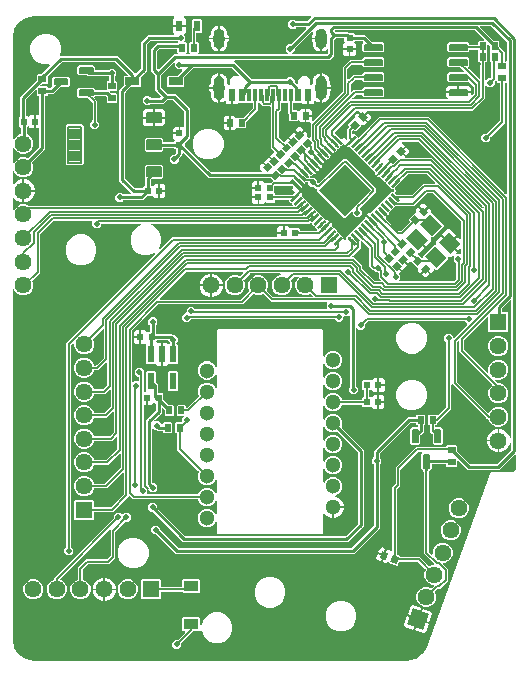
<source format=gbl>
G04 EAGLE Gerber RS-274X export*
G75*
%MOMM*%
%FSLAX34Y34*%
%LPD*%
%INBottom Copper*%
%IPPOS*%
%AMOC8*
5,1,8,0,0,1.08239X$1,22.5*%
G01*
G04 Define Apertures*
%ADD10R,0.560000X0.629100*%
%ADD11R,0.629100X0.560000*%
%ADD12R,1.440000X1.440000*%
%ADD13C,1.440000*%
%ADD14R,0.600000X1.140000*%
%ADD15R,0.300000X1.140000*%
%ADD16C,1.108000*%
%ADD17R,0.611800X0.911800*%
%ADD18R,0.535100X0.644000*%
%ADD19R,1.200000X0.700000*%
%ADD20C,1.300000*%
%ADD21R,0.558800X1.422400*%
%ADD22C,0.050000*%
%ADD23R,3.100000X3.100000*%
%ADD24C,0.139500*%
%ADD25C,0.196500*%
%ADD26C,0.145000*%
%ADD27R,1.200000X1.400000*%
%ADD28R,1.220000X0.910000*%
%ADD29C,0.150000*%
%ADD30R,0.644000X0.535100*%
%ADD31R,1.440000X1.440000*%
%ADD32C,0.152400*%
%ADD33C,0.254000*%
%ADD34C,0.502400*%
%ADD35C,0.127000*%
%ADD36C,0.203200*%
%ADD37C,0.200000*%
G36*
X-216919Y243544D02*
X-217214Y243474D01*
X-217513Y243525D01*
X-217768Y243689D01*
X-217940Y243939D01*
X-218000Y244236D01*
X-218000Y330000D01*
X-217985Y330149D01*
X-216673Y336745D01*
X-216559Y337020D01*
X-212823Y342612D01*
X-212612Y342823D01*
X-207020Y346559D01*
X-206745Y346673D01*
X-200149Y347985D01*
X-200000Y348000D01*
X-81650Y348000D01*
X-81386Y347953D01*
X-81128Y347794D01*
X-80953Y347546D01*
X-80888Y347250D01*
X-80943Y346952D01*
X-81111Y346699D01*
X-82399Y345411D01*
X-82399Y340562D01*
X-71201Y340562D01*
X-71201Y345411D01*
X-72489Y346699D01*
X-72642Y346919D01*
X-72712Y347214D01*
X-72661Y347513D01*
X-72498Y347768D01*
X-72248Y347940D01*
X-71950Y348000D01*
X34080Y348000D01*
X34343Y347953D01*
X34601Y347794D01*
X34777Y347546D01*
X34842Y347250D01*
X34786Y346952D01*
X34619Y346699D01*
X31683Y343763D01*
X31441Y343600D01*
X31144Y343540D01*
X22424Y343540D01*
X22138Y343596D01*
X21885Y343763D01*
X20867Y344782D01*
X17733Y344782D01*
X15518Y342567D01*
X15518Y339433D01*
X17733Y337218D01*
X20867Y337218D01*
X21885Y338237D01*
X22127Y338400D01*
X22424Y338460D01*
X29928Y338460D01*
X30192Y338413D01*
X30450Y338254D01*
X30625Y338006D01*
X30690Y337710D01*
X30635Y337412D01*
X30467Y337159D01*
X17413Y324105D01*
X17172Y323942D01*
X16874Y323882D01*
X15433Y323882D01*
X13218Y321667D01*
X13218Y318533D01*
X15011Y316741D01*
X15164Y316521D01*
X15233Y316226D01*
X15183Y315927D01*
X15019Y315672D01*
X14769Y315500D01*
X14472Y315440D01*
X-60654Y315440D01*
X-60917Y315487D01*
X-61175Y315646D01*
X-61351Y315894D01*
X-61416Y316190D01*
X-61360Y316488D01*
X-61193Y316741D01*
X-60580Y317354D01*
X-60580Y324846D01*
X-61323Y325590D01*
X-61858Y325590D01*
X-62133Y325641D01*
X-62388Y325805D01*
X-62560Y326055D01*
X-62620Y326352D01*
X-62620Y333209D01*
X-62569Y333484D01*
X-62405Y333739D01*
X-62155Y333911D01*
X-61858Y333971D01*
X-58215Y333971D01*
X-57471Y334715D01*
X-57471Y344885D01*
X-58215Y345629D01*
X-65385Y345629D01*
X-66129Y344885D01*
X-66129Y338481D01*
X-66185Y338195D01*
X-66352Y337942D01*
X-66430Y337864D01*
X-66430Y326352D01*
X-66481Y326077D01*
X-66645Y325822D01*
X-66895Y325650D01*
X-67192Y325590D01*
X-67727Y325590D01*
X-68471Y324846D01*
X-68471Y317354D01*
X-67857Y316741D01*
X-67704Y316521D01*
X-67635Y316226D01*
X-67685Y315927D01*
X-67849Y315672D01*
X-68099Y315500D01*
X-68396Y315440D01*
X-70804Y315440D01*
X-71067Y315487D01*
X-71325Y315646D01*
X-71501Y315894D01*
X-71566Y316190D01*
X-71510Y316488D01*
X-71343Y316741D01*
X-70730Y317354D01*
X-70730Y324846D01*
X-71473Y325590D01*
X-72222Y325590D01*
X-72485Y325637D01*
X-72743Y325796D01*
X-72919Y326044D01*
X-72984Y326340D01*
X-72928Y326638D01*
X-72761Y326891D01*
X-71818Y327833D01*
X-71818Y330967D01*
X-72582Y331730D01*
X-72740Y331961D01*
X-72805Y332257D01*
X-72749Y332555D01*
X-72582Y332808D01*
X-71201Y334189D01*
X-71201Y339038D01*
X-82399Y339038D01*
X-82399Y334189D01*
X-81451Y333241D01*
X-81298Y333021D01*
X-81228Y332726D01*
X-81279Y332427D01*
X-81442Y332172D01*
X-81693Y332000D01*
X-81990Y331940D01*
X-103140Y331940D01*
X-109450Y325630D01*
X-109450Y303858D01*
X-109506Y303572D01*
X-109673Y303319D01*
X-113411Y299581D01*
X-113642Y299423D01*
X-113938Y299358D01*
X-114236Y299413D01*
X-114489Y299581D01*
X-129248Y314340D01*
X-177133Y314340D01*
X-177402Y314389D01*
X-177659Y314550D01*
X-177832Y314799D01*
X-177895Y315096D01*
X-177837Y315394D01*
X-177000Y317414D01*
X-177000Y322586D01*
X-178979Y327364D01*
X-182636Y331021D01*
X-187414Y333000D01*
X-192586Y333000D01*
X-197364Y331021D01*
X-201021Y327364D01*
X-203000Y322586D01*
X-203000Y317414D01*
X-201021Y312636D01*
X-197364Y308979D01*
X-192586Y307000D01*
X-187507Y307000D01*
X-187243Y306953D01*
X-186985Y306794D01*
X-186810Y306546D01*
X-186745Y306250D01*
X-186800Y305952D01*
X-186968Y305699D01*
X-193823Y298844D01*
X-194065Y298681D01*
X-194362Y298621D01*
X-196646Y298621D01*
X-197390Y297877D01*
X-197390Y294093D01*
X-197446Y293807D01*
X-197613Y293554D01*
X-211540Y279627D01*
X-211540Y263778D01*
X-211591Y263503D01*
X-211755Y263247D01*
X-212005Y263076D01*
X-212014Y263074D01*
X-212816Y262272D01*
X-212816Y254928D01*
X-212072Y254185D01*
X-212048Y254185D01*
X-211773Y254133D01*
X-211518Y253970D01*
X-211346Y253720D01*
X-211286Y253423D01*
X-211286Y248730D01*
X-211339Y248450D01*
X-211505Y248196D01*
X-211756Y248026D01*
X-213798Y247181D01*
X-216181Y244798D01*
X-216534Y243944D01*
X-216674Y243724D01*
X-216919Y243544D01*
G37*
%LPC*%
G36*
X-51330Y329662D02*
X-44012Y329662D01*
X-44012Y339921D01*
X-44504Y339865D01*
X-45142Y339720D01*
X-46023Y339411D01*
X-46612Y339128D01*
X-47402Y338631D01*
X-47913Y338223D01*
X-48573Y337563D01*
X-48981Y337052D01*
X-49478Y336262D01*
X-49761Y335673D01*
X-50070Y334792D01*
X-50215Y334154D01*
X-50322Y333208D01*
X-50332Y333029D01*
X-50389Y332780D01*
X-51330Y330507D01*
X-51330Y329662D01*
G37*
G36*
X-42488Y329662D02*
X-35170Y329662D01*
X-35170Y330507D01*
X-36111Y332780D01*
X-36168Y333029D01*
X-36178Y333208D01*
X-36285Y334154D01*
X-36430Y334792D01*
X-36739Y335673D01*
X-37022Y336262D01*
X-37519Y337052D01*
X-37927Y337563D01*
X-38587Y338223D01*
X-39098Y338631D01*
X-39888Y339128D01*
X-40477Y339411D01*
X-41358Y339720D01*
X-41996Y339865D01*
X-42488Y339921D01*
X-42488Y329662D01*
G37*
G36*
X-44504Y317935D02*
X-44012Y317879D01*
X-44012Y328138D01*
X-51330Y328138D01*
X-51330Y327293D01*
X-50389Y325020D01*
X-50332Y324771D01*
X-50322Y324592D01*
X-50215Y323646D01*
X-50070Y323008D01*
X-49761Y322127D01*
X-49478Y321538D01*
X-48981Y320748D01*
X-48573Y320237D01*
X-47913Y319577D01*
X-47402Y319169D01*
X-46612Y318672D01*
X-46023Y318389D01*
X-45142Y318080D01*
X-44504Y317935D01*
G37*
G36*
X-42488Y328138D02*
X-42488Y317879D01*
X-41996Y317935D01*
X-41358Y318080D01*
X-40477Y318389D01*
X-39888Y318672D01*
X-39098Y319169D01*
X-38587Y319577D01*
X-37927Y320237D01*
X-37519Y320748D01*
X-37022Y321538D01*
X-36739Y322127D01*
X-36430Y323008D01*
X-36285Y323646D01*
X-36178Y324592D01*
X-36168Y324771D01*
X-36111Y325020D01*
X-35170Y327293D01*
X-35170Y328138D01*
X-42488Y328138D01*
G37*
%LPD*%
G36*
X199915Y309481D02*
X199618Y309421D01*
X199394Y309421D01*
X199119Y309472D01*
X198864Y309635D01*
X198692Y309885D01*
X198632Y310183D01*
X198632Y317507D01*
X194444Y321695D01*
X194281Y321937D01*
X194221Y322234D01*
X194221Y326036D01*
X193477Y326780D01*
X189693Y326780D01*
X189407Y326836D01*
X189154Y327003D01*
X177688Y338469D01*
X177535Y338689D01*
X177465Y338984D01*
X177516Y339283D01*
X177679Y339538D01*
X177930Y339710D01*
X178227Y339770D01*
X186522Y339770D01*
X186808Y339714D01*
X187061Y339547D01*
X200157Y326451D01*
X200320Y326210D01*
X200380Y325912D01*
X200380Y310183D01*
X200329Y309908D01*
X200165Y309652D01*
X199915Y309481D01*
G37*
G36*
X20512Y241601D02*
X19434Y240523D01*
X15120Y244838D01*
X12690Y242408D01*
X12690Y242259D01*
X12643Y241996D01*
X12484Y241738D01*
X12237Y241562D01*
X11940Y241497D01*
X11642Y241553D01*
X11389Y241720D01*
X7549Y245561D01*
X7386Y245802D01*
X7326Y246100D01*
X7326Y266161D01*
X7382Y266447D01*
X7549Y266699D01*
X9532Y268682D01*
X9532Y273668D01*
X9583Y273943D01*
X9747Y274198D01*
X9997Y274370D01*
X10294Y274430D01*
X14833Y274430D01*
X15108Y274379D01*
X15363Y274215D01*
X15535Y273965D01*
X15595Y273668D01*
X15595Y265236D01*
X15756Y265075D01*
X15919Y264833D01*
X15980Y264536D01*
X15980Y259854D01*
X16723Y259110D01*
X23127Y259110D01*
X23563Y259547D01*
X23794Y259705D01*
X24090Y259770D01*
X24388Y259714D01*
X24641Y259547D01*
X26347Y257840D01*
X29313Y257840D01*
X29313Y269360D01*
X26347Y269360D01*
X24641Y267653D01*
X24410Y267495D01*
X24114Y267430D01*
X23816Y267486D01*
X23563Y267653D01*
X23127Y268090D01*
X20167Y268090D01*
X19892Y268141D01*
X19637Y268305D01*
X19465Y268555D01*
X19405Y268852D01*
X19405Y273668D01*
X19456Y273943D01*
X19620Y274198D01*
X19870Y274370D01*
X20167Y274430D01*
X26362Y274430D01*
X26648Y274374D01*
X26901Y274207D01*
X27948Y273160D01*
X31238Y273160D01*
X31238Y282162D01*
X32762Y282162D01*
X32762Y273160D01*
X36052Y273160D01*
X37540Y274648D01*
X37540Y275629D01*
X37562Y275811D01*
X37691Y276085D01*
X37918Y276287D01*
X38205Y276385D01*
X38507Y276363D01*
X38777Y276225D01*
X39098Y275969D01*
X39888Y275472D01*
X40477Y275189D01*
X41358Y274880D01*
X41996Y274735D01*
X42488Y274679D01*
X42488Y299721D01*
X41996Y299665D01*
X41358Y299520D01*
X40477Y299211D01*
X39888Y298928D01*
X39098Y298431D01*
X38587Y298023D01*
X37927Y297363D01*
X37519Y296852D01*
X37022Y296062D01*
X36739Y295473D01*
X36430Y294592D01*
X36285Y293954D01*
X36178Y293008D01*
X36160Y292681D01*
X36160Y291349D01*
X36102Y291057D01*
X35710Y290110D01*
X35553Y289872D01*
X35303Y289700D01*
X35006Y289640D01*
X34662Y289640D01*
X34387Y289691D01*
X34132Y289855D01*
X33960Y290105D01*
X33900Y290402D01*
X33900Y294171D01*
X30971Y297100D01*
X26829Y297100D01*
X23900Y294171D01*
X23900Y291224D01*
X23853Y290961D01*
X23694Y290702D01*
X23446Y290527D01*
X23150Y290462D01*
X22852Y290518D01*
X22599Y290685D01*
X21263Y292021D01*
X21100Y292263D01*
X21040Y292560D01*
X21040Y294001D01*
X18825Y296216D01*
X15692Y296216D01*
X14673Y295197D01*
X14431Y295034D01*
X14134Y294974D01*
X-15890Y294974D01*
X-16176Y295030D01*
X-16429Y295197D01*
X-30291Y309059D01*
X-30444Y309279D01*
X-30514Y309574D01*
X-30463Y309873D01*
X-30300Y310128D01*
X-30050Y310300D01*
X-29752Y310360D01*
X50452Y310360D01*
X54540Y314448D01*
X54540Y327632D01*
X54596Y327918D01*
X54763Y328171D01*
X55375Y328783D01*
X55617Y328946D01*
X55914Y329006D01*
X62123Y329006D01*
X62397Y328955D01*
X62653Y328791D01*
X62824Y328541D01*
X62885Y328244D01*
X62885Y326220D01*
X62968Y326137D01*
X63126Y325906D01*
X63191Y325610D01*
X63135Y325312D01*
X62968Y325059D01*
X61615Y323706D01*
X61615Y320616D01*
X72986Y320616D01*
X72986Y323706D01*
X71632Y325059D01*
X71474Y325290D01*
X71409Y325586D01*
X71465Y325884D01*
X71632Y326137D01*
X71716Y326220D01*
X71716Y326244D01*
X71767Y326519D01*
X71930Y326774D01*
X72180Y326946D01*
X72478Y327006D01*
X77968Y327006D01*
X78254Y326950D01*
X78507Y326783D01*
X78836Y326454D01*
X78994Y326223D01*
X79060Y325927D01*
X79004Y325629D01*
X78836Y325376D01*
X78012Y324551D01*
X78012Y318549D01*
X79181Y317380D01*
X95483Y317380D01*
X96652Y318549D01*
X96652Y324551D01*
X95483Y325720D01*
X87070Y325720D01*
X86784Y325776D01*
X86531Y325943D01*
X80388Y332086D01*
X72478Y332086D01*
X72203Y332137D01*
X71947Y332301D01*
X71776Y332551D01*
X71716Y332848D01*
X71716Y332872D01*
X70972Y333616D01*
X67138Y333616D01*
X66852Y333672D01*
X66599Y333839D01*
X66352Y334086D01*
X55914Y334086D01*
X55628Y334142D01*
X55375Y334309D01*
X55025Y334659D01*
X54872Y334879D01*
X54802Y335174D01*
X54853Y335473D01*
X55016Y335728D01*
X55267Y335900D01*
X55564Y335960D01*
X172697Y335960D01*
X172983Y335904D01*
X173236Y335737D01*
X180892Y328081D01*
X181045Y327861D01*
X181115Y327566D01*
X181064Y327267D01*
X180901Y327012D01*
X180651Y326840D01*
X180353Y326780D01*
X176923Y326780D01*
X176180Y326036D01*
X176180Y324344D01*
X176128Y324069D01*
X175965Y323814D01*
X175715Y323642D01*
X175418Y323582D01*
X169514Y323582D01*
X169239Y323633D01*
X168984Y323797D01*
X168812Y324047D01*
X168752Y324344D01*
X168752Y324551D01*
X167583Y325720D01*
X151281Y325720D01*
X150112Y324551D01*
X150112Y318549D01*
X151281Y317380D01*
X167583Y317380D01*
X168752Y318549D01*
X168752Y318756D01*
X168803Y319031D01*
X168967Y319286D01*
X169217Y319458D01*
X169514Y319518D01*
X175418Y319518D01*
X175692Y319467D01*
X175948Y319303D01*
X176119Y319053D01*
X176180Y318756D01*
X176180Y318544D01*
X176200Y318524D01*
X176358Y318293D01*
X176423Y317997D01*
X176367Y317699D01*
X176200Y317446D01*
X176180Y317426D01*
X176180Y309934D01*
X176923Y309190D01*
X177458Y309190D01*
X177733Y309139D01*
X177988Y308975D01*
X178160Y308725D01*
X178220Y308428D01*
X178220Y307209D01*
X178164Y306923D01*
X178056Y306760D01*
X178056Y295638D01*
X178009Y295375D01*
X177850Y295117D01*
X177602Y294942D01*
X177306Y294876D01*
X177008Y294932D01*
X176755Y295100D01*
X168741Y303114D01*
X168357Y303114D01*
X168071Y303170D01*
X167819Y303337D01*
X167568Y303587D01*
X167410Y303818D01*
X167345Y304114D01*
X167401Y304412D01*
X167568Y304665D01*
X168752Y305849D01*
X168752Y311851D01*
X167583Y313020D01*
X151281Y313020D01*
X150112Y311851D01*
X150112Y305849D01*
X151281Y304680D01*
X160413Y304680D01*
X160699Y304624D01*
X160952Y304457D01*
X163788Y301621D01*
X163941Y301401D01*
X164010Y301106D01*
X163959Y300807D01*
X163796Y300552D01*
X163546Y300380D01*
X163249Y300320D01*
X151281Y300320D01*
X150112Y299151D01*
X150112Y293149D01*
X151281Y291980D01*
X167610Y291980D01*
X167757Y292081D01*
X168053Y292146D01*
X168351Y292090D01*
X168604Y291923D01*
X172245Y288282D01*
X172408Y288040D01*
X172468Y287743D01*
X172468Y282457D01*
X172412Y282171D01*
X172245Y281919D01*
X171323Y280997D01*
X171103Y280844D01*
X170808Y280774D01*
X170509Y280825D01*
X170254Y280988D01*
X170082Y281238D01*
X170022Y281535D01*
X170022Y282688D01*
X148842Y282688D01*
X148842Y279923D01*
X150032Y278733D01*
X150185Y278513D01*
X150255Y278218D01*
X150204Y277919D01*
X150040Y277664D01*
X149790Y277492D01*
X149493Y277432D01*
X70433Y277432D01*
X70170Y277479D01*
X69912Y277638D01*
X69737Y277886D01*
X69671Y278182D01*
X69727Y278480D01*
X69895Y278733D01*
X72357Y281195D01*
X72598Y281358D01*
X72895Y281418D01*
X77250Y281418D01*
X77525Y281367D01*
X77780Y281203D01*
X77952Y280953D01*
X78012Y280656D01*
X78012Y280449D01*
X79181Y279280D01*
X95483Y279280D01*
X96652Y280449D01*
X96652Y286451D01*
X95483Y287620D01*
X79181Y287620D01*
X78012Y286451D01*
X78012Y286244D01*
X77961Y285969D01*
X77797Y285714D01*
X77547Y285542D01*
X77250Y285482D01*
X70896Y285482D01*
X69527Y284113D01*
X69307Y283960D01*
X69012Y283890D01*
X68713Y283941D01*
X68458Y284104D01*
X68286Y284354D01*
X68226Y284651D01*
X68226Y290137D01*
X68282Y290423D01*
X68449Y290676D01*
X71669Y293895D01*
X71910Y294058D01*
X72207Y294118D01*
X77250Y294118D01*
X77525Y294067D01*
X77780Y293903D01*
X77952Y293653D01*
X78012Y293356D01*
X78012Y293149D01*
X79181Y291980D01*
X95483Y291980D01*
X96652Y293149D01*
X96652Y299151D01*
X95483Y300320D01*
X79181Y300320D01*
X78012Y299151D01*
X78012Y298944D01*
X77961Y298669D01*
X77797Y298414D01*
X77547Y298242D01*
X77250Y298182D01*
X70208Y298182D01*
X66733Y294707D01*
X66513Y294554D01*
X66218Y294484D01*
X65919Y294535D01*
X65664Y294698D01*
X65492Y294948D01*
X65432Y295245D01*
X65432Y302843D01*
X65488Y303129D01*
X65655Y303382D01*
X68869Y306595D01*
X69110Y306758D01*
X69407Y306818D01*
X77250Y306818D01*
X77525Y306767D01*
X77780Y306603D01*
X77952Y306353D01*
X78012Y306056D01*
X78012Y305849D01*
X79181Y304680D01*
X95483Y304680D01*
X96652Y305849D01*
X96652Y311851D01*
X95483Y313020D01*
X79181Y313020D01*
X78012Y311851D01*
X78012Y311644D01*
X77961Y311369D01*
X77797Y311114D01*
X77547Y310942D01*
X77250Y310882D01*
X67408Y310882D01*
X61368Y304842D01*
X61368Y284257D01*
X61312Y283971D01*
X61145Y283719D01*
X36591Y259165D01*
X36372Y259012D01*
X36077Y258942D01*
X35778Y258993D01*
X35522Y259156D01*
X35351Y259407D01*
X35291Y259704D01*
X35291Y262838D01*
X30837Y262838D01*
X30837Y257840D01*
X33506Y257840D01*
X33781Y257789D01*
X34036Y257625D01*
X34208Y257375D01*
X34268Y257078D01*
X34268Y245543D01*
X34221Y245280D01*
X34062Y245022D01*
X33814Y244846D01*
X33518Y244781D01*
X33220Y244837D01*
X32967Y245004D01*
X32404Y245567D01*
X32286Y245567D01*
X32012Y245619D01*
X31756Y245782D01*
X31585Y246032D01*
X31524Y246329D01*
X31524Y248243D01*
X29339Y250428D01*
X24780Y245869D01*
X20466Y250184D01*
X16197Y245915D01*
X20512Y241601D01*
G37*
%LPC*%
G36*
X63102Y314514D02*
X66538Y314514D01*
X66538Y319092D01*
X61615Y319092D01*
X61615Y316002D01*
X63102Y314514D01*
G37*
G36*
X68062Y314514D02*
X71498Y314514D01*
X72986Y316002D01*
X72986Y319092D01*
X68062Y319092D01*
X68062Y314514D01*
G37*
G36*
X44012Y287962D02*
X51330Y287962D01*
X51330Y288807D01*
X50398Y291057D01*
X50340Y291349D01*
X50340Y292681D01*
X50322Y293008D01*
X50215Y293954D01*
X50070Y294592D01*
X49761Y295473D01*
X49478Y296062D01*
X48981Y296852D01*
X48573Y297363D01*
X47913Y298023D01*
X47402Y298431D01*
X46612Y298928D01*
X46023Y299211D01*
X45142Y299520D01*
X44504Y299665D01*
X44012Y299721D01*
X44012Y287962D01*
G37*
G36*
X148842Y284212D02*
X158670Y284212D01*
X158670Y288890D01*
X150755Y288890D01*
X148842Y286977D01*
X148842Y284212D01*
G37*
G36*
X160194Y284212D02*
X170022Y284212D01*
X170022Y286977D01*
X168109Y288890D01*
X160194Y288890D01*
X160194Y284212D01*
G37*
G36*
X44012Y286438D02*
X44012Y274679D01*
X44504Y274735D01*
X45142Y274880D01*
X46023Y275189D01*
X46612Y275472D01*
X47402Y275969D01*
X47913Y276377D01*
X48573Y277037D01*
X48981Y277548D01*
X49478Y278338D01*
X49761Y278927D01*
X50070Y279808D01*
X50215Y280446D01*
X50322Y281392D01*
X50340Y281719D01*
X50340Y283051D01*
X50398Y283343D01*
X51330Y285593D01*
X51330Y286438D01*
X44012Y286438D01*
G37*
G36*
X30837Y264362D02*
X35291Y264362D01*
X35291Y267872D01*
X33803Y269360D01*
X30837Y269360D01*
X30837Y264362D01*
G37*
G36*
X21543Y251261D02*
X24780Y248024D01*
X28262Y251506D01*
X26077Y253691D01*
X23973Y253691D01*
X21543Y251261D01*
G37*
%LPD*%
G36*
X48330Y315500D02*
X48032Y315440D01*
X19528Y315440D01*
X19265Y315487D01*
X19007Y315646D01*
X18831Y315894D01*
X18766Y316190D01*
X18822Y316488D01*
X18989Y316741D01*
X20782Y318533D01*
X20782Y319974D01*
X20838Y320260D01*
X21005Y320513D01*
X34953Y334461D01*
X35252Y334645D01*
X35553Y334682D01*
X35844Y334598D01*
X36080Y334407D01*
X36222Y334139D01*
X36249Y333837D01*
X36178Y333209D01*
X36168Y333029D01*
X36111Y332780D01*
X35170Y330507D01*
X35170Y329662D01*
X44012Y329662D01*
X44012Y317879D01*
X44504Y317935D01*
X45142Y318080D01*
X46023Y318389D01*
X46612Y318672D01*
X47402Y319169D01*
X47913Y319577D01*
X48159Y319822D01*
X48379Y319975D01*
X48674Y320045D01*
X48973Y319994D01*
X49228Y319831D01*
X49400Y319581D01*
X49460Y319284D01*
X49460Y316868D01*
X49404Y316582D01*
X49237Y316329D01*
X48571Y315663D01*
X48330Y315500D01*
G37*
%LPC*%
G36*
X41996Y317935D02*
X42488Y317879D01*
X42488Y328138D01*
X35170Y328138D01*
X35170Y327293D01*
X36111Y325020D01*
X36168Y324771D01*
X36178Y324592D01*
X36285Y323646D01*
X36430Y323008D01*
X36739Y322127D01*
X37022Y321538D01*
X37519Y320748D01*
X37927Y320237D01*
X38587Y319577D01*
X39098Y319169D01*
X39888Y318672D01*
X40477Y318389D01*
X41358Y318080D01*
X41996Y317935D01*
G37*
%LPD*%
G36*
X-216919Y183544D02*
X-217214Y183474D01*
X-217513Y183525D01*
X-217768Y183689D01*
X-217940Y183939D01*
X-218000Y184236D01*
X-218000Y193386D01*
X-217953Y193649D01*
X-217794Y193907D01*
X-217546Y194083D01*
X-217250Y194148D01*
X-216952Y194092D01*
X-216699Y193925D01*
X-214517Y191743D01*
X-210937Y190260D01*
X-209762Y190260D01*
X-209762Y209740D01*
X-210937Y209740D01*
X-214517Y208257D01*
X-216699Y206075D01*
X-216919Y205922D01*
X-217214Y205852D01*
X-217513Y205903D01*
X-217768Y206067D01*
X-217940Y206317D01*
X-218000Y206614D01*
X-218000Y215764D01*
X-217955Y216022D01*
X-217798Y216281D01*
X-217552Y216458D01*
X-217256Y216526D01*
X-216958Y216473D01*
X-216704Y216307D01*
X-216534Y216056D01*
X-216181Y215202D01*
X-213798Y212820D01*
X-210685Y211530D01*
X-207315Y211530D01*
X-204202Y212820D01*
X-201820Y215202D01*
X-200530Y218315D01*
X-200530Y221685D01*
X-201270Y223472D01*
X-201328Y223752D01*
X-201273Y224050D01*
X-201105Y224303D01*
X-190360Y235048D01*
X-190360Y279818D01*
X-190309Y280092D01*
X-190145Y280348D01*
X-189895Y280519D01*
X-189598Y280580D01*
X-189154Y280580D01*
X-188387Y281346D01*
X-188359Y281498D01*
X-188195Y281753D01*
X-187945Y281925D01*
X-187648Y281985D01*
X-183819Y281985D01*
X-177837Y287967D01*
X-177596Y288130D01*
X-177298Y288190D01*
X-170699Y288190D01*
X-169516Y289373D01*
X-169516Y295547D01*
X-170699Y296730D01*
X-183173Y296730D01*
X-184356Y295547D01*
X-184356Y289265D01*
X-184301Y289015D01*
X-184357Y288717D01*
X-184524Y288464D01*
X-185700Y287288D01*
X-185942Y287125D01*
X-186239Y287065D01*
X-187648Y287065D01*
X-187923Y287116D01*
X-188178Y287280D01*
X-188350Y287530D01*
X-188384Y287701D01*
X-189154Y288471D01*
X-193673Y288471D01*
X-193936Y288517D01*
X-194194Y288677D01*
X-194370Y288924D01*
X-194435Y289220D01*
X-194379Y289518D01*
X-194212Y289771D01*
X-193477Y290506D01*
X-193235Y290669D01*
X-192938Y290730D01*
X-189154Y290730D01*
X-188410Y291473D01*
X-188410Y296757D01*
X-188354Y297043D01*
X-188187Y297296D01*
X-176446Y309037D01*
X-176205Y309200D01*
X-175907Y309260D01*
X-131668Y309260D01*
X-131382Y309204D01*
X-131129Y309037D01*
X-120763Y298671D01*
X-120610Y298451D01*
X-120540Y298156D01*
X-120591Y297857D01*
X-120754Y297602D01*
X-121005Y297430D01*
X-121302Y297370D01*
X-123326Y297370D01*
X-124070Y296626D01*
X-124070Y289238D01*
X-124126Y288952D01*
X-124293Y288699D01*
X-127640Y285352D01*
X-127640Y208248D01*
X-117633Y198241D01*
X-117480Y198021D01*
X-117410Y197726D01*
X-117461Y197427D01*
X-117624Y197172D01*
X-117875Y197000D01*
X-118172Y196940D01*
X-124076Y196940D01*
X-124362Y196996D01*
X-124615Y197163D01*
X-125633Y198182D01*
X-128767Y198182D01*
X-130982Y195967D01*
X-130982Y192833D01*
X-128767Y190618D01*
X-125633Y190618D01*
X-124615Y191637D01*
X-124373Y191800D01*
X-124076Y191860D01*
X-107994Y191860D01*
X-104693Y195161D01*
X-104451Y195324D01*
X-104154Y195385D01*
X-100320Y195385D01*
X-100237Y195468D01*
X-100006Y195626D01*
X-99710Y195691D01*
X-99412Y195635D01*
X-99159Y195468D01*
X-97806Y194115D01*
X-94716Y194115D01*
X-94716Y205486D01*
X-97806Y205486D01*
X-99159Y204132D01*
X-99390Y203974D01*
X-99686Y203909D01*
X-99984Y203965D01*
X-100237Y204132D01*
X-100320Y204216D01*
X-100344Y204216D01*
X-100619Y204267D01*
X-100874Y204430D01*
X-101046Y204680D01*
X-101106Y204978D01*
X-101106Y209418D01*
X-101055Y209693D01*
X-100891Y209948D01*
X-100641Y210120D01*
X-100344Y210180D01*
X-91783Y210180D01*
X-90630Y211333D01*
X-90630Y220867D01*
X-91783Y222020D01*
X-105117Y222020D01*
X-106270Y220867D01*
X-106270Y211265D01*
X-106246Y211230D01*
X-106186Y210933D01*
X-106186Y204978D01*
X-106237Y204703D01*
X-106401Y204447D01*
X-106651Y204276D01*
X-106948Y204216D01*
X-106972Y204216D01*
X-107716Y203472D01*
X-107716Y203102D01*
X-107767Y202827D01*
X-107931Y202572D01*
X-108181Y202400D01*
X-108478Y202340D01*
X-114232Y202340D01*
X-114518Y202396D01*
X-114771Y202563D01*
X-122337Y210129D01*
X-122500Y210371D01*
X-122560Y210668D01*
X-122560Y282932D01*
X-122504Y283218D01*
X-122337Y283471D01*
X-118201Y287607D01*
X-117960Y287770D01*
X-117662Y287830D01*
X-110274Y287830D01*
X-109530Y288574D01*
X-109530Y295962D01*
X-109474Y296248D01*
X-109307Y296501D01*
X-104370Y301438D01*
X-104370Y323210D01*
X-104314Y323496D01*
X-104147Y323749D01*
X-101259Y326637D01*
X-101018Y326800D01*
X-100720Y326860D01*
X-78724Y326860D01*
X-78438Y326804D01*
X-78185Y326637D01*
X-78046Y326498D01*
X-77888Y326267D01*
X-77823Y325971D01*
X-77879Y325673D01*
X-78046Y325420D01*
X-78303Y325163D01*
X-78545Y325000D01*
X-78842Y324940D01*
X-96052Y324940D01*
X-100740Y320252D01*
X-100740Y301348D01*
X-97363Y297971D01*
X-97200Y297730D01*
X-97140Y297432D01*
X-97140Y284848D01*
X-92533Y280241D01*
X-92380Y280021D01*
X-92310Y279726D01*
X-92361Y279427D01*
X-92524Y279172D01*
X-92775Y279000D01*
X-93072Y278940D01*
X-100876Y278940D01*
X-101162Y278996D01*
X-101415Y279163D01*
X-102433Y280182D01*
X-105567Y280182D01*
X-107782Y277967D01*
X-107782Y274833D01*
X-105567Y272618D01*
X-102433Y272618D01*
X-101415Y273637D01*
X-101173Y273800D01*
X-100876Y273860D01*
X-90048Y273860D01*
X-87271Y276637D01*
X-87030Y276800D01*
X-86732Y276860D01*
X-82368Y276860D01*
X-82082Y276804D01*
X-81829Y276637D01*
X-72678Y267486D01*
X-72515Y267244D01*
X-72455Y266947D01*
X-72455Y254848D01*
X-72506Y254573D01*
X-72669Y254318D01*
X-72919Y254146D01*
X-73217Y254086D01*
X-75938Y254086D01*
X-75938Y247984D01*
X-82386Y247984D01*
X-82386Y244894D01*
X-81032Y243541D01*
X-80874Y243310D01*
X-80809Y243014D01*
X-80865Y242716D01*
X-81032Y242463D01*
X-81116Y242380D01*
X-81116Y242302D01*
X-81167Y242027D01*
X-81330Y241772D01*
X-81580Y241600D01*
X-81878Y241540D01*
X-89868Y241540D01*
X-90143Y241591D01*
X-90398Y241755D01*
X-90570Y242005D01*
X-90630Y242302D01*
X-90630Y243767D01*
X-91783Y244920D01*
X-105117Y244920D01*
X-106270Y243767D01*
X-106270Y234233D01*
X-105117Y233080D01*
X-91783Y233080D01*
X-90630Y234233D01*
X-90630Y235698D01*
X-90579Y235973D01*
X-90415Y236228D01*
X-90165Y236400D01*
X-89868Y236460D01*
X-81878Y236460D01*
X-81603Y236409D01*
X-81347Y236245D01*
X-81176Y235995D01*
X-81123Y235736D01*
X-80372Y234984D01*
X-80002Y234984D01*
X-79727Y234933D01*
X-79472Y234769D01*
X-79300Y234519D01*
X-79240Y234222D01*
X-79240Y232468D01*
X-79296Y232182D01*
X-79463Y231929D01*
X-80787Y230605D01*
X-81029Y230442D01*
X-81326Y230382D01*
X-82767Y230382D01*
X-84982Y228167D01*
X-84982Y225033D01*
X-82767Y222818D01*
X-79633Y222818D01*
X-77418Y225033D01*
X-77418Y226474D01*
X-77362Y226760D01*
X-77195Y227013D01*
X-74160Y230048D01*
X-74160Y231082D01*
X-74113Y231346D01*
X-73954Y231604D01*
X-73706Y231779D01*
X-73410Y231844D01*
X-73112Y231789D01*
X-72859Y231621D01*
X-51848Y210610D01*
X671Y210610D01*
X957Y210555D01*
X1209Y210387D01*
X2346Y209251D01*
X2504Y209020D01*
X2569Y208724D01*
X2513Y208426D01*
X2346Y208173D01*
X1311Y207139D01*
X1069Y206976D01*
X772Y206916D01*
X-3780Y206916D01*
X-3863Y206832D01*
X-4094Y206674D01*
X-4390Y206609D01*
X-4688Y206665D01*
X-4941Y206832D01*
X-6294Y208186D01*
X-9384Y208186D01*
X-9384Y201738D01*
X-15486Y201738D01*
X-15486Y198302D01*
X-15409Y198226D01*
X-15246Y197984D01*
X-15186Y197687D01*
X-15186Y195262D01*
X-9084Y195262D01*
X-9084Y188815D01*
X-5994Y188815D01*
X-4641Y190168D01*
X-4410Y190326D01*
X-4114Y190391D01*
X-3816Y190335D01*
X-3563Y190168D01*
X-3480Y190085D01*
X3172Y190085D01*
X3916Y190828D01*
X3916Y191756D01*
X3967Y192031D01*
X4131Y192286D01*
X4381Y192458D01*
X4678Y192518D01*
X14945Y192518D01*
X15219Y192467D01*
X15475Y192303D01*
X15646Y192053D01*
X15707Y191756D01*
X15707Y191569D01*
X17658Y189618D01*
X17773Y189618D01*
X18048Y189567D01*
X18303Y189404D01*
X18475Y189154D01*
X18535Y188856D01*
X18535Y188741D01*
X18864Y188412D01*
X19017Y188192D01*
X19087Y187897D01*
X19036Y187598D01*
X18873Y187343D01*
X18623Y187171D01*
X18325Y187111D01*
X-203883Y187111D01*
X-204174Y187169D01*
X-207315Y188470D01*
X-210685Y188470D01*
X-213798Y187181D01*
X-216181Y184798D01*
X-216534Y183944D01*
X-216674Y183724D01*
X-216919Y183544D01*
G37*
%LPC*%
G36*
X-149967Y252318D02*
X-146833Y252318D01*
X-144618Y254533D01*
X-144618Y257667D01*
X-146272Y259320D01*
X-146435Y259562D01*
X-146495Y259859D01*
X-146495Y276413D01*
X-147834Y277752D01*
X-148597Y278515D01*
X-148755Y278745D01*
X-148820Y279042D01*
X-148764Y279340D01*
X-148597Y279592D01*
X-148267Y279923D01*
X-148265Y279933D01*
X-148101Y280188D01*
X-147851Y280360D01*
X-147554Y280420D01*
X-139703Y280420D01*
X-139417Y280364D01*
X-139164Y280197D01*
X-138613Y279646D01*
X-138450Y279405D01*
X-138390Y279107D01*
X-138390Y275323D01*
X-137646Y274580D01*
X-130154Y274580D01*
X-129410Y275323D01*
X-129410Y281727D01*
X-130154Y282471D01*
X-133938Y282471D01*
X-134224Y282526D01*
X-134477Y282694D01*
X-135212Y283429D01*
X-135365Y283648D01*
X-135434Y283943D01*
X-135384Y284242D01*
X-135220Y284498D01*
X-134970Y284669D01*
X-134673Y284730D01*
X-130154Y284730D01*
X-129410Y285473D01*
X-129410Y291877D01*
X-130154Y292621D01*
X-130598Y292621D01*
X-130873Y292672D01*
X-131128Y292835D01*
X-131300Y293085D01*
X-131360Y293383D01*
X-131360Y296776D01*
X-131304Y297062D01*
X-131137Y297315D01*
X-130318Y298133D01*
X-130318Y301267D01*
X-132533Y303482D01*
X-135667Y303482D01*
X-136685Y302463D01*
X-136927Y302300D01*
X-137224Y302240D01*
X-147554Y302240D01*
X-147829Y302291D01*
X-148084Y302455D01*
X-148256Y302705D01*
X-148316Y303002D01*
X-148316Y305047D01*
X-149499Y306230D01*
X-161973Y306230D01*
X-163156Y305047D01*
X-163156Y298873D01*
X-161973Y297690D01*
X-155374Y297690D01*
X-155088Y297634D01*
X-154835Y297467D01*
X-154528Y297160D01*
X-137224Y297160D01*
X-136938Y297104D01*
X-136685Y296937D01*
X-136663Y296915D01*
X-136500Y296673D01*
X-136440Y296376D01*
X-136440Y293383D01*
X-136491Y293108D01*
X-136655Y292852D01*
X-136905Y292681D01*
X-137202Y292621D01*
X-137646Y292621D01*
X-138390Y291877D01*
X-138390Y286262D01*
X-138441Y285987D01*
X-138605Y285732D01*
X-138855Y285560D01*
X-139152Y285500D01*
X-147554Y285500D01*
X-147829Y285551D01*
X-148084Y285715D01*
X-148256Y285965D01*
X-148261Y285992D01*
X-149499Y287230D01*
X-161973Y287230D01*
X-163156Y286047D01*
X-163156Y279873D01*
X-161973Y278690D01*
X-154476Y278690D01*
X-154190Y278634D01*
X-153937Y278467D01*
X-150528Y275058D01*
X-150365Y274816D01*
X-150305Y274519D01*
X-150305Y259859D01*
X-150361Y259573D01*
X-150528Y259320D01*
X-152182Y257667D01*
X-152182Y254533D01*
X-149967Y252318D01*
G37*
G36*
X-97688Y262662D02*
X-89360Y262662D01*
X-89360Y267194D01*
X-91256Y269090D01*
X-97688Y269090D01*
X-97688Y262662D01*
G37*
G36*
X-107540Y262662D02*
X-99212Y262662D01*
X-99212Y269090D01*
X-105644Y269090D01*
X-107540Y267194D01*
X-107540Y262662D01*
G37*
G36*
X-97688Y254710D02*
X-91256Y254710D01*
X-89360Y256606D01*
X-89360Y261138D01*
X-97688Y261138D01*
X-97688Y254710D01*
G37*
G36*
X-105644Y254710D02*
X-99212Y254710D01*
X-99212Y261138D01*
X-107540Y261138D01*
X-107540Y256606D01*
X-105644Y254710D01*
G37*
G36*
X-171851Y221530D02*
X-158849Y221530D01*
X-157530Y222849D01*
X-157530Y255151D01*
X-158849Y256470D01*
X-171851Y256470D01*
X-173170Y255151D01*
X-173170Y222849D01*
X-171851Y221530D01*
G37*
G36*
X-82386Y249508D02*
X-77462Y249508D01*
X-77462Y254086D01*
X-80898Y254086D01*
X-82386Y252598D01*
X-82386Y249508D01*
G37*
G36*
X-208238Y200762D02*
X-199260Y200762D01*
X-199260Y201937D01*
X-200743Y205517D01*
X-203483Y208257D01*
X-207063Y209740D01*
X-208238Y209740D01*
X-208238Y200762D01*
G37*
G36*
X-15486Y203262D02*
X-10908Y203262D01*
X-10908Y208186D01*
X-13998Y208186D01*
X-15486Y206698D01*
X-15486Y203262D01*
G37*
G36*
X-93192Y200562D02*
X-88614Y200562D01*
X-88614Y203998D01*
X-90102Y205486D01*
X-93192Y205486D01*
X-93192Y200562D01*
G37*
G36*
X-208238Y190260D02*
X-207063Y190260D01*
X-203483Y191743D01*
X-200743Y194483D01*
X-199260Y198063D01*
X-199260Y199238D01*
X-208238Y199238D01*
X-208238Y190260D01*
G37*
G36*
X-93192Y194115D02*
X-90102Y194115D01*
X-88614Y195602D01*
X-88614Y199038D01*
X-93192Y199038D01*
X-93192Y194115D01*
G37*
G36*
X-13698Y188815D02*
X-10608Y188815D01*
X-10608Y193738D01*
X-15186Y193738D01*
X-15186Y190302D01*
X-13698Y188815D01*
G37*
%LPD*%
G36*
X183201Y293503D02*
X182906Y293434D01*
X182607Y293484D01*
X182352Y293648D01*
X182180Y293898D01*
X182120Y294195D01*
X182120Y304731D01*
X182157Y304921D01*
X182157Y306813D01*
X182090Y306912D01*
X182030Y307209D01*
X182030Y308428D01*
X182081Y308703D01*
X182245Y308958D01*
X182495Y309130D01*
X182792Y309190D01*
X183327Y309190D01*
X184071Y309934D01*
X184071Y317426D01*
X184050Y317446D01*
X183892Y317677D01*
X183827Y317973D01*
X183883Y318271D01*
X184050Y318524D01*
X184071Y318544D01*
X184071Y323063D01*
X184117Y323326D01*
X184277Y323584D01*
X184524Y323760D01*
X184820Y323825D01*
X185118Y323769D01*
X185371Y323602D01*
X186106Y322867D01*
X186269Y322625D01*
X186330Y322328D01*
X186330Y318544D01*
X186350Y318524D01*
X186508Y318293D01*
X186573Y317997D01*
X186517Y317699D01*
X186350Y317446D01*
X186330Y317426D01*
X186330Y309934D01*
X187120Y309144D01*
X187283Y308902D01*
X187343Y308605D01*
X187343Y295899D01*
X187292Y295624D01*
X187128Y295369D01*
X186878Y295197D01*
X186581Y295137D01*
X184901Y295137D01*
X183421Y293656D01*
X183201Y293503D01*
G37*
G36*
X-94392Y302873D02*
X-94688Y302808D01*
X-94986Y302863D01*
X-95239Y303031D01*
X-95437Y303229D01*
X-95600Y303471D01*
X-95660Y303768D01*
X-95660Y317832D01*
X-95604Y318118D01*
X-95437Y318371D01*
X-94171Y319637D01*
X-93930Y319800D01*
X-93632Y319860D01*
X-79383Y319860D01*
X-79108Y319809D01*
X-78852Y319645D01*
X-78681Y319395D01*
X-78621Y319098D01*
X-78621Y317354D01*
X-78007Y316741D01*
X-77854Y316521D01*
X-77785Y316226D01*
X-77835Y315927D01*
X-77999Y315672D01*
X-78249Y315500D01*
X-78546Y315440D01*
X-81752Y315440D01*
X-94161Y303031D01*
X-94392Y302873D01*
G37*
G36*
X-7432Y215751D02*
X-7729Y215690D01*
X-49429Y215690D01*
X-49715Y215746D01*
X-49967Y215914D01*
X-72061Y238007D01*
X-72224Y238249D01*
X-72285Y238546D01*
X-72285Y239716D01*
X-72229Y240002D01*
X-72061Y240255D01*
X-67375Y244942D01*
X-67375Y269367D01*
X-79948Y281940D01*
X-86732Y281940D01*
X-87018Y281996D01*
X-87271Y282163D01*
X-91837Y286729D01*
X-92000Y286971D01*
X-92060Y287268D01*
X-92060Y297632D01*
X-92004Y297918D01*
X-91837Y298171D01*
X-81783Y308225D01*
X-81563Y308378D01*
X-81268Y308448D01*
X-80969Y308397D01*
X-80714Y308234D01*
X-80542Y307984D01*
X-80482Y307686D01*
X-80482Y305133D01*
X-78267Y302918D01*
X-74914Y302918D01*
X-74650Y302871D01*
X-74392Y302712D01*
X-74217Y302464D01*
X-74152Y302168D01*
X-74207Y301870D01*
X-74375Y301617D01*
X-78399Y297593D01*
X-78641Y297430D01*
X-78938Y297370D01*
X-86326Y297370D01*
X-87070Y296626D01*
X-87070Y288574D01*
X-86326Y287830D01*
X-73274Y287830D01*
X-72530Y288574D01*
X-72530Y295962D01*
X-72474Y296248D01*
X-72307Y296501D01*
X-65171Y303637D01*
X-64930Y303800D01*
X-64632Y303860D01*
X-32592Y303860D01*
X-32306Y303804D01*
X-32053Y303637D01*
X-26817Y298401D01*
X-26664Y298181D01*
X-26594Y297886D01*
X-26645Y297587D01*
X-26809Y297332D01*
X-27059Y297160D01*
X-27356Y297100D01*
X-30971Y297100D01*
X-33900Y294171D01*
X-33900Y290402D01*
X-33951Y290127D01*
X-34115Y289872D01*
X-34365Y289700D01*
X-34662Y289640D01*
X-35006Y289640D01*
X-35286Y289693D01*
X-35540Y289859D01*
X-35710Y290110D01*
X-36102Y291057D01*
X-36160Y291349D01*
X-36160Y292681D01*
X-36178Y293008D01*
X-36285Y293954D01*
X-36430Y294592D01*
X-36739Y295473D01*
X-37022Y296062D01*
X-37519Y296852D01*
X-37927Y297363D01*
X-38587Y298023D01*
X-39098Y298431D01*
X-39888Y298928D01*
X-40477Y299211D01*
X-41358Y299520D01*
X-41996Y299665D01*
X-42488Y299721D01*
X-42488Y274679D01*
X-41996Y274735D01*
X-41358Y274880D01*
X-40477Y275189D01*
X-39888Y275472D01*
X-39098Y275969D01*
X-38777Y276225D01*
X-38621Y276321D01*
X-38326Y276391D01*
X-38027Y276340D01*
X-37772Y276176D01*
X-37600Y275926D01*
X-37540Y275629D01*
X-37540Y274648D01*
X-36052Y273160D01*
X-32762Y273160D01*
X-32762Y282162D01*
X-31238Y282162D01*
X-31238Y273160D01*
X-27948Y273160D01*
X-26901Y274207D01*
X-26660Y274370D01*
X-26362Y274430D01*
X-20444Y274430D01*
X-20308Y274523D01*
X-20012Y274588D01*
X-19714Y274533D01*
X-19559Y274430D01*
X-15167Y274430D01*
X-14892Y274379D01*
X-14637Y274215D01*
X-14465Y273965D01*
X-14405Y273668D01*
X-14405Y270030D01*
X-14461Y269744D01*
X-14628Y269491D01*
X-22006Y262113D01*
X-22248Y261950D01*
X-22545Y261890D01*
X-27227Y261890D01*
X-27663Y261453D01*
X-27894Y261295D01*
X-28190Y261230D01*
X-28488Y261286D01*
X-28741Y261453D01*
X-30447Y263160D01*
X-33413Y263160D01*
X-33413Y251640D01*
X-30447Y251640D01*
X-28741Y253347D01*
X-28510Y253505D01*
X-28214Y253570D01*
X-27916Y253514D01*
X-27663Y253347D01*
X-27227Y252910D01*
X-20823Y252910D01*
X-20080Y253654D01*
X-20080Y258336D01*
X-20024Y258622D01*
X-19856Y258875D01*
X-10595Y268136D01*
X-10595Y273668D01*
X-10544Y273943D01*
X-10380Y274198D01*
X-10130Y274370D01*
X-9833Y274430D01*
X-8793Y274430D01*
X-8507Y274374D01*
X-8254Y274207D01*
X-5683Y271636D01*
X-294Y271636D01*
X-19Y271585D01*
X236Y271421D01*
X408Y271171D01*
X468Y270874D01*
X468Y237990D01*
X468Y237990D01*
X468Y236438D01*
X468Y235991D01*
X1503Y234956D01*
X1881Y234578D01*
X1882Y234577D01*
X3064Y233396D01*
X3217Y233176D01*
X3286Y232881D01*
X3236Y232582D01*
X3072Y232327D01*
X2822Y232155D01*
X2525Y232095D01*
X2377Y232095D01*
X-53Y229665D01*
X4262Y225351D01*
X3184Y224273D01*
X-1130Y228588D01*
X-5400Y224318D01*
X-1085Y220004D01*
X-2163Y218926D01*
X-6477Y223241D01*
X-8907Y220811D01*
X-8907Y218707D01*
X-7191Y216991D01*
X-7038Y216772D01*
X-6968Y216477D01*
X-7019Y216178D01*
X-7182Y215922D01*
X-7432Y215751D01*
G37*
%LPC*%
G36*
X-51330Y287962D02*
X-44012Y287962D01*
X-44012Y299721D01*
X-44504Y299665D01*
X-45142Y299520D01*
X-46023Y299211D01*
X-46612Y298928D01*
X-47402Y298431D01*
X-47913Y298023D01*
X-48573Y297363D01*
X-48981Y296852D01*
X-49478Y296062D01*
X-49761Y295473D01*
X-50070Y294592D01*
X-50215Y293954D01*
X-50322Y293008D01*
X-50340Y292681D01*
X-50340Y291349D01*
X-50398Y291057D01*
X-51330Y288807D01*
X-51330Y287962D01*
G37*
G36*
X-44504Y274735D02*
X-44012Y274679D01*
X-44012Y286438D01*
X-51330Y286438D01*
X-51330Y285593D01*
X-50398Y283343D01*
X-50340Y283051D01*
X-50340Y281719D01*
X-50322Y281392D01*
X-50215Y280446D01*
X-50070Y279808D01*
X-49761Y278927D01*
X-49478Y278338D01*
X-48981Y277548D01*
X-48573Y277037D01*
X-47913Y276377D01*
X-47402Y275969D01*
X-46612Y275472D01*
X-46023Y275189D01*
X-45142Y274880D01*
X-44504Y274735D01*
G37*
G36*
X-39391Y258162D02*
X-34937Y258162D01*
X-34937Y263160D01*
X-37903Y263160D01*
X-39391Y261672D01*
X-39391Y258162D01*
G37*
G36*
X-37903Y251640D02*
X-34937Y251640D01*
X-34937Y256638D01*
X-39391Y256638D01*
X-39391Y253128D01*
X-37903Y251640D01*
G37*
G36*
X-54986Y226500D02*
X-49814Y226500D01*
X-45036Y228479D01*
X-41379Y232136D01*
X-39400Y236914D01*
X-39400Y242086D01*
X-41379Y246864D01*
X-45036Y250521D01*
X-49814Y252500D01*
X-54986Y252500D01*
X-59764Y250521D01*
X-63421Y246864D01*
X-65400Y242086D01*
X-65400Y236914D01*
X-63421Y232136D01*
X-59764Y228479D01*
X-54986Y226500D01*
G37*
%LPD*%
G36*
X199926Y197445D02*
X199630Y197380D01*
X199332Y197435D01*
X199079Y197603D01*
X134286Y262396D01*
X92637Y262396D01*
X75519Y245278D01*
X75277Y245115D01*
X74980Y245055D01*
X74734Y245055D01*
X74459Y245106D01*
X74204Y245269D01*
X74032Y245520D01*
X73972Y245817D01*
X73972Y245932D01*
X72021Y247883D01*
X70755Y247883D01*
X70558Y247746D01*
X70263Y247676D01*
X69964Y247727D01*
X69708Y247891D01*
X69537Y248141D01*
X69477Y248438D01*
X69477Y250265D01*
X69532Y250551D01*
X69700Y250804D01*
X69864Y250969D01*
X70095Y251127D01*
X70391Y251192D01*
X70689Y251136D01*
X70942Y250969D01*
X71563Y250348D01*
X72615Y250348D01*
X77318Y255052D01*
X77318Y255170D01*
X77370Y255444D01*
X77533Y255700D01*
X77783Y255871D01*
X78080Y255932D01*
X79994Y255932D01*
X82179Y258117D01*
X74139Y266157D01*
X71954Y263972D01*
X71954Y262058D01*
X71902Y261784D01*
X71739Y261528D01*
X71489Y261357D01*
X71192Y261296D01*
X71074Y261296D01*
X66370Y256593D01*
X66370Y255541D01*
X66991Y254920D01*
X67149Y254690D01*
X67214Y254393D01*
X67158Y254095D01*
X66991Y253842D01*
X66826Y253678D01*
X66826Y253677D01*
X65816Y252667D01*
X65412Y252264D01*
X65412Y251285D01*
X65412Y250265D01*
X65413Y250265D01*
X65413Y244123D01*
X65366Y243860D01*
X65206Y243602D01*
X64959Y243426D01*
X64663Y243361D01*
X64365Y243417D01*
X64112Y243584D01*
X63275Y244421D01*
X63051Y244604D01*
X62830Y244722D01*
X62589Y244793D01*
X62339Y244816D01*
X62090Y244789D01*
X61850Y244714D01*
X61628Y244590D01*
X61428Y244424D01*
X60826Y243822D01*
X60595Y243664D01*
X60299Y243599D01*
X60001Y243654D01*
X59748Y243822D01*
X55687Y247883D01*
X55494Y247883D01*
X55219Y247934D01*
X54964Y248098D01*
X54792Y248348D01*
X54732Y248645D01*
X54732Y249543D01*
X54788Y249829D01*
X54955Y250082D01*
X72431Y267557D01*
X72672Y267720D01*
X72969Y267780D01*
X73922Y267780D01*
X74185Y267733D01*
X74443Y267574D01*
X74619Y267326D01*
X74646Y267203D01*
X74947Y267504D01*
X78698Y263753D01*
X82204Y267260D01*
X82259Y267205D01*
X82274Y267293D01*
X82437Y267548D01*
X82688Y267720D01*
X82985Y267780D01*
X171756Y267780D01*
X182120Y278144D01*
X182120Y288515D01*
X182167Y288778D01*
X182326Y289036D01*
X182574Y289212D01*
X182870Y289277D01*
X183168Y289221D01*
X183421Y289054D01*
X184901Y287573D01*
X188035Y287573D01*
X190250Y289788D01*
X190250Y291941D01*
X190306Y292227D01*
X190473Y292480D01*
X190809Y292816D01*
X191029Y292969D01*
X191324Y293038D01*
X191623Y292987D01*
X191878Y292824D01*
X192050Y292574D01*
X192110Y292277D01*
X192110Y292123D01*
X192854Y291380D01*
X193806Y291380D01*
X194081Y291328D01*
X194336Y291165D01*
X194508Y290915D01*
X194568Y290618D01*
X194568Y259757D01*
X194512Y259471D01*
X194345Y259219D01*
X183832Y248705D01*
X183590Y248542D01*
X183293Y248482D01*
X181133Y248482D01*
X178918Y246267D01*
X178918Y243133D01*
X181133Y240918D01*
X184267Y240918D01*
X186482Y243133D01*
X186482Y245293D01*
X186538Y245579D01*
X186705Y245832D01*
X198632Y257758D01*
X198632Y290618D01*
X198683Y290892D01*
X198847Y291148D01*
X199097Y291319D01*
X199394Y291380D01*
X199618Y291380D01*
X199893Y291328D01*
X200148Y291165D01*
X200320Y290915D01*
X200380Y290618D01*
X200380Y198142D01*
X200333Y197878D01*
X200174Y197620D01*
X199926Y197445D01*
G37*
%LPC*%
G36*
X79775Y262676D02*
X83257Y259194D01*
X85442Y261379D01*
X85442Y263483D01*
X83012Y265913D01*
X79775Y262676D01*
G37*
%LPD*%
G36*
X-216919Y223544D02*
X-217214Y223474D01*
X-217513Y223525D01*
X-217768Y223689D01*
X-217940Y223939D01*
X-218000Y224236D01*
X-218000Y235764D01*
X-217955Y236022D01*
X-217798Y236281D01*
X-217552Y236458D01*
X-217256Y236526D01*
X-216958Y236473D01*
X-216704Y236307D01*
X-216534Y236056D01*
X-216181Y235202D01*
X-213798Y232820D01*
X-210685Y231530D01*
X-207315Y231530D01*
X-204202Y232820D01*
X-201820Y235202D01*
X-200530Y238315D01*
X-200530Y241685D01*
X-201820Y244798D01*
X-204202Y247181D01*
X-205736Y247816D01*
X-205974Y247972D01*
X-206146Y248222D01*
X-206206Y248520D01*
X-206206Y253423D01*
X-206155Y253697D01*
X-205991Y253953D01*
X-205741Y254124D01*
X-205444Y254185D01*
X-205420Y254185D01*
X-205337Y254268D01*
X-205106Y254426D01*
X-204810Y254491D01*
X-204512Y254435D01*
X-204259Y254268D01*
X-202906Y252915D01*
X-199816Y252915D01*
X-199816Y264286D01*
X-202906Y264286D01*
X-204259Y262932D01*
X-204490Y262774D01*
X-204786Y262709D01*
X-205084Y262765D01*
X-205337Y262932D01*
X-205420Y263016D01*
X-205698Y263016D01*
X-205973Y263067D01*
X-206228Y263230D01*
X-206400Y263480D01*
X-206460Y263778D01*
X-206460Y277207D01*
X-206404Y277493D01*
X-206237Y277746D01*
X-198691Y285292D01*
X-198471Y285445D01*
X-198176Y285515D01*
X-197877Y285464D01*
X-197622Y285301D01*
X-197450Y285051D01*
X-197390Y284753D01*
X-197390Y281323D01*
X-196646Y280580D01*
X-196202Y280580D01*
X-195927Y280528D01*
X-195672Y280365D01*
X-195500Y280115D01*
X-195440Y279818D01*
X-195440Y265048D01*
X-195491Y264773D01*
X-195655Y264517D01*
X-195905Y264346D01*
X-196202Y264286D01*
X-198292Y264286D01*
X-198292Y252915D01*
X-196202Y252915D01*
X-195927Y252863D01*
X-195672Y252700D01*
X-195500Y252450D01*
X-195440Y252153D01*
X-195440Y237468D01*
X-195496Y237182D01*
X-195663Y236929D01*
X-204697Y227895D01*
X-204933Y227734D01*
X-205230Y227672D01*
X-205528Y227730D01*
X-207315Y228470D01*
X-210685Y228470D01*
X-213798Y227181D01*
X-216181Y224798D01*
X-216534Y223944D01*
X-216674Y223724D01*
X-216919Y223544D01*
G37*
G36*
X180368Y185392D02*
X180072Y185327D01*
X179774Y185382D01*
X179521Y185550D01*
X137340Y227731D01*
X114811Y227731D01*
X114547Y227778D01*
X114289Y227937D01*
X114114Y228184D01*
X114049Y228480D01*
X114104Y228779D01*
X114272Y229031D01*
X114408Y229168D01*
X109849Y233727D01*
X114164Y238041D01*
X111938Y240267D01*
X111785Y240487D01*
X111715Y240782D01*
X111766Y241081D01*
X111929Y241336D01*
X112180Y241508D01*
X112477Y241568D01*
X125343Y241568D01*
X125629Y241512D01*
X125882Y241345D01*
X180599Y186628D01*
X180762Y186386D01*
X180822Y186089D01*
X180822Y186089D01*
X180775Y185825D01*
X180616Y185567D01*
X180368Y185392D01*
G37*
%LPC*%
G36*
X112004Y233727D02*
X115486Y230245D01*
X117671Y232430D01*
X117671Y234534D01*
X115241Y236964D01*
X112004Y233727D01*
G37*
%LPD*%
G36*
X119902Y196554D02*
X119604Y196494D01*
X107392Y196494D01*
X107106Y196549D01*
X106853Y196717D01*
X105822Y197748D01*
X105664Y197979D01*
X105599Y198275D01*
X105654Y198573D01*
X105822Y198826D01*
X106248Y199252D01*
X106431Y199476D01*
X106549Y199697D01*
X106620Y199938D01*
X106643Y200188D01*
X106616Y200437D01*
X106540Y200676D01*
X106410Y200912D01*
X106328Y201018D01*
X105647Y201814D01*
X105528Y202001D01*
X105463Y202298D01*
X105519Y202596D01*
X105686Y202848D01*
X110741Y207903D01*
X110741Y207924D01*
X110797Y208210D01*
X110964Y208463D01*
X116281Y213780D01*
X116523Y213943D01*
X116820Y214003D01*
X132743Y214003D01*
X133029Y213947D01*
X133282Y213780D01*
X139628Y207433D01*
X139781Y207213D01*
X139851Y206918D01*
X139800Y206619D01*
X139637Y206364D01*
X139387Y206192D01*
X139090Y206132D01*
X129558Y206132D01*
X120143Y196717D01*
X119902Y196554D01*
G37*
G36*
X19442Y196642D02*
X19145Y196582D01*
X4678Y196582D01*
X4403Y196633D01*
X4148Y196797D01*
X3976Y197047D01*
X3916Y197344D01*
X3916Y198172D01*
X3839Y198248D01*
X3676Y198490D01*
X3616Y198787D01*
X3616Y203381D01*
X3672Y203667D01*
X3839Y203920D01*
X3935Y204015D01*
X4176Y204178D01*
X4474Y204238D01*
X18674Y204238D01*
X18960Y204183D01*
X19213Y204015D01*
X19577Y203651D01*
X19735Y203421D01*
X19800Y203124D01*
X19745Y202826D01*
X19577Y202573D01*
X19179Y202175D01*
X18996Y201951D01*
X18878Y201730D01*
X18807Y201489D01*
X18784Y201239D01*
X18811Y200990D01*
X18887Y200750D01*
X19010Y200528D01*
X19176Y200328D01*
X20652Y198852D01*
X20810Y198621D01*
X20875Y198325D01*
X20820Y198027D01*
X20652Y197774D01*
X19684Y196805D01*
X19442Y196642D01*
G37*
G36*
X129062Y143332D02*
X128766Y143267D01*
X128467Y143322D01*
X128215Y143490D01*
X125470Y146235D01*
X125317Y146454D01*
X125247Y146749D01*
X125298Y147048D01*
X125461Y147304D01*
X125711Y147475D01*
X126009Y147535D01*
X126181Y147535D01*
X130628Y151983D01*
X123344Y159268D01*
X124421Y160345D01*
X131706Y153061D01*
X136154Y157509D01*
X136154Y159651D01*
X136088Y159745D01*
X136018Y160040D01*
X136069Y160339D01*
X136233Y160594D01*
X136483Y160766D01*
X136780Y160826D01*
X137675Y160826D01*
X146905Y170055D01*
X146905Y171108D01*
X136894Y181118D01*
X136731Y181360D01*
X136671Y181657D01*
X136671Y183234D01*
X134241Y185664D01*
X129927Y181349D01*
X125368Y185908D01*
X123183Y183723D01*
X123183Y181809D01*
X123131Y181535D01*
X122968Y181279D01*
X122718Y181108D01*
X122421Y181047D01*
X122303Y181047D01*
X117599Y176344D01*
X117599Y175292D01*
X118220Y174671D01*
X118378Y174441D01*
X118443Y174144D01*
X118387Y173846D01*
X118220Y173593D01*
X110782Y166155D01*
X110540Y165992D01*
X110243Y165932D01*
X109153Y165932D01*
X108867Y165988D01*
X108614Y166155D01*
X98408Y176362D01*
X98250Y176592D01*
X98184Y176889D01*
X98240Y177187D01*
X98408Y177440D01*
X98811Y177843D01*
X93507Y183148D01*
X94584Y184226D01*
X99889Y178921D01*
X100698Y179730D01*
X100698Y181210D01*
X100753Y181496D01*
X100921Y181749D01*
X102256Y183084D01*
X102256Y183199D01*
X102307Y183474D01*
X102471Y183730D01*
X102721Y183901D01*
X103018Y183961D01*
X103133Y183961D01*
X105084Y185912D01*
X105084Y186028D01*
X105136Y186303D01*
X105299Y186558D01*
X105549Y186730D01*
X105846Y186790D01*
X106142Y186790D01*
X106312Y186824D01*
X121798Y186824D01*
X132719Y197745D01*
X132960Y197908D01*
X133257Y197968D01*
X137269Y197968D01*
X137555Y197912D01*
X137808Y197745D01*
X161789Y173764D01*
X161952Y173522D01*
X162012Y173225D01*
X162012Y159636D01*
X161965Y159373D01*
X161806Y159114D01*
X161558Y158939D01*
X161262Y158874D01*
X160964Y158930D01*
X160711Y159097D01*
X158576Y161232D01*
X153076Y155732D01*
X159283Y149525D01*
X160711Y150953D01*
X160931Y151106D01*
X161226Y151176D01*
X161525Y151125D01*
X161780Y150962D01*
X161952Y150712D01*
X162012Y150414D01*
X162012Y146944D01*
X161961Y146669D01*
X161797Y146414D01*
X161547Y146242D01*
X161250Y146182D01*
X157780Y146182D01*
X157516Y146229D01*
X157258Y146388D01*
X157083Y146636D01*
X157018Y146932D01*
X157073Y147230D01*
X157241Y147483D01*
X158206Y148448D01*
X144714Y161939D01*
X140266Y157491D01*
X140266Y155349D01*
X140332Y155255D01*
X140402Y154960D01*
X140351Y154661D01*
X140187Y154406D01*
X139937Y154234D01*
X139640Y154174D01*
X138745Y154174D01*
X129515Y144945D01*
X129515Y144029D01*
X129468Y143765D01*
X129309Y143507D01*
X129062Y143332D01*
G37*
%LPC*%
G36*
X126445Y186986D02*
X129927Y183504D01*
X133164Y186741D01*
X130734Y189171D01*
X128630Y189171D01*
X126445Y186986D01*
G37*
G36*
X145792Y163017D02*
X151999Y156810D01*
X157498Y162310D01*
X152344Y167465D01*
X150239Y167465D01*
X145792Y163017D01*
G37*
%LPD*%
G36*
X116150Y-197984D02*
X115996Y-198000D01*
X-200000Y-198000D01*
X-200149Y-197985D01*
X-206745Y-196673D01*
X-207020Y-196559D01*
X-212612Y-192823D01*
X-212823Y-192612D01*
X-216559Y-187020D01*
X-216673Y-186745D01*
X-217985Y-180149D01*
X-218000Y-180000D01*
X-218000Y115764D01*
X-217955Y116022D01*
X-217798Y116281D01*
X-217552Y116458D01*
X-217256Y116526D01*
X-216958Y116473D01*
X-216704Y116307D01*
X-216534Y116056D01*
X-216181Y115202D01*
X-213798Y112820D01*
X-210685Y111530D01*
X-207315Y111530D01*
X-204202Y112820D01*
X-201820Y115202D01*
X-200530Y118315D01*
X-200530Y121685D01*
X-201217Y123344D01*
X-201275Y123623D01*
X-201220Y123921D01*
X-201052Y124174D01*
X-194668Y130558D01*
X-194668Y162840D01*
X-194612Y163126D01*
X-194445Y163379D01*
X-183382Y174442D01*
X-183140Y174605D01*
X-182843Y174665D01*
X-151144Y174665D01*
X-150869Y174614D01*
X-150614Y174450D01*
X-150442Y174200D01*
X-150382Y173903D01*
X-150382Y170586D01*
X-148167Y168371D01*
X-145033Y168371D01*
X-142818Y170586D01*
X-142818Y171363D01*
X-142767Y171638D01*
X-142603Y171893D01*
X-142353Y172065D01*
X-142056Y172125D01*
X-109908Y172125D01*
X-109650Y172080D01*
X-109391Y171923D01*
X-109213Y171677D01*
X-109146Y171381D01*
X-109199Y171083D01*
X-109365Y170829D01*
X-109616Y170659D01*
X-112364Y169521D01*
X-116021Y165864D01*
X-118000Y161086D01*
X-118000Y155914D01*
X-116021Y151136D01*
X-112364Y147479D01*
X-107586Y145500D01*
X-102414Y145500D01*
X-98298Y147205D01*
X-98043Y147262D01*
X-97743Y147216D01*
X-97485Y147057D01*
X-97310Y146809D01*
X-97245Y146513D01*
X-97300Y146215D01*
X-97468Y145962D01*
X-172532Y70898D01*
X-172532Y-101168D01*
X-172588Y-101454D01*
X-172755Y-101707D01*
X-174282Y-103233D01*
X-174282Y-106367D01*
X-172067Y-108582D01*
X-168933Y-108582D01*
X-166718Y-106367D01*
X-166718Y-103233D01*
X-168245Y-101707D01*
X-168408Y-101465D01*
X-168468Y-101168D01*
X-168468Y68899D01*
X-168412Y69185D01*
X-168245Y69438D01*
X-167271Y70412D01*
X-167051Y70565D01*
X-166756Y70634D01*
X-166457Y70584D01*
X-166202Y70420D01*
X-166030Y70170D01*
X-165970Y69873D01*
X-165970Y68315D01*
X-164681Y65202D01*
X-162298Y62820D01*
X-159185Y61530D01*
X-155815Y61530D01*
X-152702Y62820D01*
X-150320Y65202D01*
X-149030Y68315D01*
X-149030Y71685D01*
X-149981Y73980D01*
X-150039Y74260D01*
X-149983Y74558D01*
X-149816Y74811D01*
X-141823Y82804D01*
X-141603Y82957D01*
X-141308Y83026D01*
X-141009Y82975D01*
X-140754Y82812D01*
X-140582Y82562D01*
X-140522Y82265D01*
X-140522Y58867D01*
X-140578Y58581D01*
X-140745Y58329D01*
X-146819Y52255D01*
X-147060Y52092D01*
X-147357Y52032D01*
X-148665Y52032D01*
X-148945Y52085D01*
X-149199Y52251D01*
X-149369Y52502D01*
X-150320Y54798D01*
X-152702Y57181D01*
X-155815Y58470D01*
X-159185Y58470D01*
X-162298Y57181D01*
X-164681Y54798D01*
X-165970Y51685D01*
X-165970Y48315D01*
X-164681Y45202D01*
X-162298Y42820D01*
X-159185Y41530D01*
X-155815Y41530D01*
X-152702Y42820D01*
X-150320Y45202D01*
X-149369Y47498D01*
X-149212Y47736D01*
X-148962Y47908D01*
X-148665Y47968D01*
X-145358Y47968D01*
X-139029Y54298D01*
X-138809Y54451D01*
X-138514Y54520D01*
X-138215Y54469D01*
X-137960Y54306D01*
X-137788Y54056D01*
X-137728Y53759D01*
X-137728Y35757D01*
X-137784Y35471D01*
X-137951Y35219D01*
X-140915Y32255D01*
X-141156Y32092D01*
X-141453Y32032D01*
X-148665Y32032D01*
X-148945Y32085D01*
X-149199Y32251D01*
X-149369Y32502D01*
X-150320Y34798D01*
X-152702Y37181D01*
X-155815Y38470D01*
X-159185Y38470D01*
X-162298Y37181D01*
X-164681Y34798D01*
X-165970Y31685D01*
X-165970Y28315D01*
X-164681Y25202D01*
X-162298Y22820D01*
X-159185Y21530D01*
X-155815Y21530D01*
X-152702Y22820D01*
X-150320Y25202D01*
X-149369Y27498D01*
X-149212Y27736D01*
X-148962Y27908D01*
X-148665Y27968D01*
X-139454Y27968D01*
X-136235Y31188D01*
X-136015Y31341D01*
X-135720Y31410D01*
X-135421Y31359D01*
X-135166Y31196D01*
X-134994Y30946D01*
X-134934Y30649D01*
X-134934Y17457D01*
X-134990Y17171D01*
X-135157Y16919D01*
X-139821Y12255D01*
X-140062Y12092D01*
X-140359Y12032D01*
X-148665Y12032D01*
X-148945Y12085D01*
X-149199Y12251D01*
X-149369Y12502D01*
X-150320Y14798D01*
X-152702Y17181D01*
X-155815Y18470D01*
X-159185Y18470D01*
X-162298Y17181D01*
X-164681Y14798D01*
X-165970Y11685D01*
X-165970Y8315D01*
X-164681Y5202D01*
X-162298Y2820D01*
X-159185Y1530D01*
X-155815Y1530D01*
X-152702Y2820D01*
X-150320Y5202D01*
X-149369Y7498D01*
X-149212Y7736D01*
X-148962Y7908D01*
X-148665Y7968D01*
X-138360Y7968D01*
X-133441Y12888D01*
X-133221Y13041D01*
X-132926Y13110D01*
X-132627Y13059D01*
X-132372Y12896D01*
X-132200Y12646D01*
X-132140Y12349D01*
X-132140Y-4043D01*
X-132196Y-4329D01*
X-132363Y-4582D01*
X-135527Y-7745D01*
X-135768Y-7908D01*
X-136065Y-7968D01*
X-148665Y-7968D01*
X-148945Y-7915D01*
X-149199Y-7749D01*
X-149369Y-7498D01*
X-150320Y-5202D01*
X-152702Y-2820D01*
X-155815Y-1530D01*
X-159185Y-1530D01*
X-162298Y-2820D01*
X-164681Y-5202D01*
X-165970Y-8315D01*
X-165970Y-11685D01*
X-164681Y-14798D01*
X-162298Y-17181D01*
X-159185Y-18470D01*
X-155815Y-18470D01*
X-152702Y-17181D01*
X-150320Y-14798D01*
X-149369Y-12502D01*
X-149212Y-12264D01*
X-148962Y-12092D01*
X-148665Y-12032D01*
X-134066Y-12032D01*
X-130647Y-8613D01*
X-130427Y-8460D01*
X-130132Y-8390D01*
X-129833Y-8441D01*
X-129578Y-8604D01*
X-129406Y-8854D01*
X-129346Y-9151D01*
X-129346Y-18257D01*
X-129402Y-18543D01*
X-129569Y-18796D01*
X-138519Y-27745D01*
X-138760Y-27908D01*
X-139057Y-27968D01*
X-148665Y-27968D01*
X-148945Y-27915D01*
X-149199Y-27749D01*
X-149369Y-27498D01*
X-150320Y-25202D01*
X-152702Y-22820D01*
X-155815Y-21530D01*
X-159185Y-21530D01*
X-162298Y-22820D01*
X-164681Y-25202D01*
X-165970Y-28315D01*
X-165970Y-31685D01*
X-164681Y-34798D01*
X-162298Y-37181D01*
X-159185Y-38470D01*
X-155815Y-38470D01*
X-152702Y-37181D01*
X-150320Y-34798D01*
X-149369Y-32502D01*
X-149212Y-32264D01*
X-148962Y-32092D01*
X-148665Y-32032D01*
X-137058Y-32032D01*
X-127853Y-22827D01*
X-127633Y-22674D01*
X-127338Y-22604D01*
X-127039Y-22655D01*
X-126784Y-22818D01*
X-126612Y-23068D01*
X-126552Y-23365D01*
X-126552Y-34443D01*
X-126608Y-34729D01*
X-126775Y-34982D01*
X-139539Y-47745D01*
X-139780Y-47908D01*
X-140077Y-47968D01*
X-148665Y-47968D01*
X-148945Y-47915D01*
X-149199Y-47749D01*
X-149369Y-47498D01*
X-150320Y-45202D01*
X-152702Y-42820D01*
X-155815Y-41530D01*
X-159185Y-41530D01*
X-162298Y-42820D01*
X-164681Y-45202D01*
X-165970Y-48315D01*
X-165970Y-51685D01*
X-164681Y-54798D01*
X-162298Y-57181D01*
X-159185Y-58470D01*
X-155815Y-58470D01*
X-152702Y-57181D01*
X-150320Y-54798D01*
X-149369Y-52502D01*
X-149212Y-52264D01*
X-148962Y-52092D01*
X-148665Y-52032D01*
X-138078Y-52032D01*
X-125059Y-39013D01*
X-124839Y-38860D01*
X-124544Y-38790D01*
X-124245Y-38841D01*
X-123990Y-39004D01*
X-123818Y-39254D01*
X-123758Y-39551D01*
X-123758Y-56743D01*
X-123814Y-57028D01*
X-123981Y-57281D01*
X-134445Y-67745D01*
X-134686Y-67908D01*
X-134984Y-67968D01*
X-148268Y-67968D01*
X-148543Y-67917D01*
X-148798Y-67753D01*
X-148970Y-67503D01*
X-149030Y-67206D01*
X-149030Y-62274D01*
X-149774Y-61530D01*
X-165226Y-61530D01*
X-165970Y-62274D01*
X-165970Y-77726D01*
X-165226Y-78470D01*
X-149774Y-78470D01*
X-149030Y-77726D01*
X-149030Y-72794D01*
X-148979Y-72519D01*
X-148815Y-72264D01*
X-148565Y-72092D01*
X-148268Y-72032D01*
X-132985Y-72032D01*
X-119702Y-58749D01*
X-119471Y-58591D01*
X-119175Y-58526D01*
X-118877Y-58582D01*
X-118624Y-58749D01*
X-116242Y-61132D01*
X-61578Y-61132D01*
X-61297Y-61185D01*
X-61043Y-61351D01*
X-60874Y-61602D01*
X-60087Y-63501D01*
X-57901Y-65687D01*
X-55046Y-66870D01*
X-51954Y-66870D01*
X-49099Y-65687D01*
X-46913Y-63501D01*
X-46551Y-62628D01*
X-46411Y-62407D01*
X-46166Y-62227D01*
X-45871Y-62158D01*
X-45572Y-62208D01*
X-45317Y-62372D01*
X-45145Y-62622D01*
X-45085Y-62919D01*
X-45085Y-73081D01*
X-45130Y-73338D01*
X-45287Y-73598D01*
X-45533Y-73775D01*
X-45829Y-73843D01*
X-46127Y-73789D01*
X-46382Y-73624D01*
X-46551Y-73372D01*
X-46913Y-72499D01*
X-49099Y-70313D01*
X-51954Y-69130D01*
X-55046Y-69130D01*
X-57901Y-70313D01*
X-60087Y-72499D01*
X-61270Y-75354D01*
X-61270Y-78446D01*
X-60087Y-81301D01*
X-57901Y-83487D01*
X-55046Y-84670D01*
X-51954Y-84670D01*
X-49099Y-83487D01*
X-46913Y-81301D01*
X-46551Y-80428D01*
X-46411Y-80207D01*
X-46166Y-80027D01*
X-45871Y-79958D01*
X-45572Y-80008D01*
X-45317Y-80172D01*
X-45145Y-80422D01*
X-45085Y-80719D01*
X-45085Y-90098D01*
X-45076Y-90153D01*
X-45073Y-90154D01*
X-45033Y-90160D01*
X45023Y-90160D01*
X45078Y-90151D01*
X45079Y-90148D01*
X45085Y-90108D01*
X45085Y-74209D01*
X45132Y-73946D01*
X45291Y-73688D01*
X45539Y-73512D01*
X45835Y-73447D01*
X46133Y-73503D01*
X46386Y-73670D01*
X48379Y-75664D01*
X51702Y-77040D01*
X52738Y-77040D01*
X52738Y-67238D01*
X62540Y-67238D01*
X62540Y-66202D01*
X61164Y-62879D01*
X58621Y-60336D01*
X55676Y-59117D01*
X55451Y-58973D01*
X55274Y-58727D01*
X55206Y-58431D01*
X55259Y-58132D01*
X55425Y-57878D01*
X55676Y-57709D01*
X57901Y-56787D01*
X60087Y-54601D01*
X61270Y-51746D01*
X61270Y-48654D01*
X60087Y-45799D01*
X57901Y-43613D01*
X55046Y-42430D01*
X51954Y-42430D01*
X49099Y-43613D01*
X46913Y-45799D01*
X46551Y-46672D01*
X46411Y-46893D01*
X46166Y-47073D01*
X45871Y-47142D01*
X45572Y-47092D01*
X45317Y-46928D01*
X45145Y-46678D01*
X45085Y-46381D01*
X45085Y-36219D01*
X45130Y-35962D01*
X45287Y-35702D01*
X45533Y-35525D01*
X45829Y-35457D01*
X46127Y-35511D01*
X46382Y-35676D01*
X46551Y-35928D01*
X46913Y-36801D01*
X49099Y-38987D01*
X51954Y-40170D01*
X55046Y-40170D01*
X57901Y-38987D01*
X60087Y-36801D01*
X61270Y-33946D01*
X61270Y-30854D01*
X60087Y-27999D01*
X57901Y-25813D01*
X55046Y-24630D01*
X51954Y-24630D01*
X49099Y-25813D01*
X46913Y-27999D01*
X46551Y-28872D01*
X46411Y-29093D01*
X46166Y-29273D01*
X45871Y-29342D01*
X45572Y-29292D01*
X45317Y-29128D01*
X45145Y-28878D01*
X45085Y-28581D01*
X45085Y-18419D01*
X45130Y-18162D01*
X45287Y-17902D01*
X45533Y-17725D01*
X45829Y-17657D01*
X46127Y-17711D01*
X46382Y-17876D01*
X46551Y-18128D01*
X46913Y-19001D01*
X49099Y-21187D01*
X51954Y-22370D01*
X55046Y-22370D01*
X57901Y-21187D01*
X60087Y-19001D01*
X61270Y-16146D01*
X61270Y-13054D01*
X60087Y-10199D01*
X57901Y-8013D01*
X55046Y-6830D01*
X51954Y-6830D01*
X49099Y-8013D01*
X46913Y-10199D01*
X46551Y-11072D01*
X46411Y-11293D01*
X46166Y-11473D01*
X45871Y-11542D01*
X45572Y-11492D01*
X45317Y-11328D01*
X45145Y-11078D01*
X45085Y-10781D01*
X45085Y-619D01*
X45130Y-362D01*
X45287Y-102D01*
X45533Y75D01*
X45829Y143D01*
X46127Y89D01*
X46382Y-76D01*
X46551Y-328D01*
X46913Y-1201D01*
X49099Y-3387D01*
X51954Y-4570D01*
X55046Y-4570D01*
X56437Y-3994D01*
X56716Y-3936D01*
X57014Y-3992D01*
X57267Y-4159D01*
X74037Y-20929D01*
X74200Y-21171D01*
X74260Y-21468D01*
X74260Y-81332D01*
X74204Y-81618D01*
X74037Y-81871D01*
X63871Y-92037D01*
X63630Y-92200D01*
X63332Y-92260D01*
X-71232Y-92260D01*
X-71518Y-92204D01*
X-71771Y-92037D01*
X-95495Y-68313D01*
X-95658Y-68072D01*
X-95718Y-67774D01*
X-95718Y-66333D01*
X-97933Y-64118D01*
X-101067Y-64118D01*
X-103282Y-66333D01*
X-103282Y-69467D01*
X-101067Y-71682D01*
X-99626Y-71682D01*
X-99340Y-71738D01*
X-99087Y-71905D01*
X-73652Y-97340D01*
X65752Y-97340D01*
X79340Y-83752D01*
X79340Y-19048D01*
X60859Y-567D01*
X60699Y-331D01*
X60636Y-34D01*
X60694Y263D01*
X61270Y1654D01*
X61270Y4746D01*
X60087Y7601D01*
X57901Y9787D01*
X55046Y10970D01*
X51954Y10970D01*
X49099Y9787D01*
X46913Y7601D01*
X46551Y6728D01*
X46411Y6507D01*
X46166Y6327D01*
X45871Y6258D01*
X45572Y6308D01*
X45317Y6472D01*
X45145Y6722D01*
X45085Y7019D01*
X45085Y17181D01*
X45130Y17438D01*
X45287Y17698D01*
X45533Y17875D01*
X45829Y17943D01*
X46127Y17889D01*
X46382Y17724D01*
X46551Y17472D01*
X46913Y16599D01*
X49099Y14413D01*
X51954Y13230D01*
X55046Y13230D01*
X57901Y14413D01*
X60087Y16599D01*
X60874Y18498D01*
X61030Y18736D01*
X61280Y18908D01*
X61578Y18968D01*
X76922Y18968D01*
X77197Y18917D01*
X77452Y18753D01*
X77624Y18503D01*
X77684Y18206D01*
X77684Y17428D01*
X78428Y16685D01*
X85080Y16685D01*
X85163Y16768D01*
X85394Y16926D01*
X85690Y16991D01*
X85988Y16935D01*
X86241Y16768D01*
X87594Y15415D01*
X90684Y15415D01*
X90684Y26786D01*
X87594Y26786D01*
X86241Y25432D01*
X86010Y25274D01*
X85714Y25209D01*
X85416Y25265D01*
X85163Y25432D01*
X85080Y25516D01*
X84548Y25516D01*
X84273Y25567D01*
X84018Y25730D01*
X83846Y25980D01*
X83786Y26278D01*
X83786Y30423D01*
X83837Y30697D01*
X84001Y30953D01*
X84251Y31124D01*
X84548Y31185D01*
X85280Y31185D01*
X85363Y31268D01*
X85594Y31426D01*
X85890Y31491D01*
X86188Y31435D01*
X86441Y31268D01*
X87794Y29915D01*
X90884Y29915D01*
X90884Y41286D01*
X87794Y41286D01*
X86441Y39932D01*
X86210Y39774D01*
X85914Y39709D01*
X85616Y39765D01*
X85363Y39932D01*
X85280Y40016D01*
X78628Y40016D01*
X77884Y39272D01*
X77884Y31928D01*
X78628Y31185D01*
X78960Y31185D01*
X79235Y31133D01*
X79490Y30970D01*
X79662Y30720D01*
X79722Y30423D01*
X79722Y26278D01*
X79671Y26003D01*
X79507Y25747D01*
X79257Y25576D01*
X78960Y25516D01*
X78428Y25516D01*
X77684Y24772D01*
X77684Y23794D01*
X77633Y23519D01*
X77469Y23264D01*
X77219Y23092D01*
X76922Y23032D01*
X61578Y23032D01*
X61297Y23085D01*
X61043Y23251D01*
X60874Y23502D01*
X60087Y25401D01*
X57901Y27587D01*
X55046Y28770D01*
X51954Y28770D01*
X49099Y27587D01*
X46913Y25401D01*
X46551Y24528D01*
X46411Y24307D01*
X46166Y24127D01*
X45871Y24058D01*
X45572Y24108D01*
X45317Y24272D01*
X45145Y24522D01*
X45085Y24819D01*
X45085Y34981D01*
X45130Y35238D01*
X45287Y35498D01*
X45533Y35675D01*
X45829Y35743D01*
X46127Y35689D01*
X46382Y35524D01*
X46551Y35272D01*
X46913Y34399D01*
X49099Y32213D01*
X51954Y31030D01*
X55046Y31030D01*
X57901Y32213D01*
X60087Y34399D01*
X61270Y37254D01*
X61270Y40346D01*
X60087Y43201D01*
X57901Y45387D01*
X55046Y46570D01*
X51954Y46570D01*
X49099Y45387D01*
X46913Y43201D01*
X46551Y42328D01*
X46411Y42107D01*
X46166Y41927D01*
X45871Y41858D01*
X45572Y41908D01*
X45317Y42072D01*
X45145Y42322D01*
X45085Y42619D01*
X45085Y52781D01*
X45130Y53038D01*
X45287Y53298D01*
X45533Y53475D01*
X45829Y53543D01*
X46127Y53489D01*
X46382Y53324D01*
X46551Y53072D01*
X46913Y52199D01*
X49099Y50013D01*
X51954Y48830D01*
X55046Y48830D01*
X57901Y50013D01*
X60087Y52199D01*
X61270Y55054D01*
X61270Y58146D01*
X60087Y61001D01*
X57901Y63187D01*
X55046Y64370D01*
X51954Y64370D01*
X49099Y63187D01*
X46913Y61001D01*
X46551Y60128D01*
X46411Y59907D01*
X46166Y59727D01*
X45871Y59658D01*
X45572Y59708D01*
X45317Y59872D01*
X45145Y60122D01*
X45085Y60419D01*
X45085Y82498D01*
X45076Y82553D01*
X45073Y82554D01*
X45033Y82560D01*
X44450Y82560D01*
X44175Y82611D01*
X44133Y82638D01*
X-44127Y82638D01*
X-44153Y82620D01*
X-44450Y82560D01*
X-45023Y82560D01*
X-45078Y82551D01*
X-45079Y82548D01*
X-45085Y82508D01*
X-45085Y51519D01*
X-45130Y51262D01*
X-45287Y51002D01*
X-45533Y50825D01*
X-45829Y50757D01*
X-46127Y50811D01*
X-46382Y50976D01*
X-46551Y51228D01*
X-46913Y52101D01*
X-49099Y54287D01*
X-51954Y55470D01*
X-55046Y55470D01*
X-57901Y54287D01*
X-60087Y52101D01*
X-61270Y49246D01*
X-61270Y46154D01*
X-60087Y43299D01*
X-57901Y41113D01*
X-55046Y39930D01*
X-51954Y39930D01*
X-49099Y41113D01*
X-46913Y43299D01*
X-46551Y44172D01*
X-46411Y44393D01*
X-46166Y44573D01*
X-45871Y44642D01*
X-45572Y44592D01*
X-45317Y44428D01*
X-45145Y44178D01*
X-45085Y43881D01*
X-45085Y33719D01*
X-45130Y33462D01*
X-45287Y33202D01*
X-45533Y33025D01*
X-45829Y32957D01*
X-46127Y33011D01*
X-46382Y33176D01*
X-46551Y33428D01*
X-46913Y34301D01*
X-49099Y36487D01*
X-51954Y37670D01*
X-55046Y37670D01*
X-57901Y36487D01*
X-60087Y34301D01*
X-61270Y31446D01*
X-61270Y28354D01*
X-60483Y26455D01*
X-60426Y26176D01*
X-60481Y25878D01*
X-60649Y25625D01*
X-69819Y16455D01*
X-70060Y16292D01*
X-70357Y16232D01*
X-70418Y16232D01*
X-70692Y16283D01*
X-70948Y16447D01*
X-71119Y16697D01*
X-71180Y16994D01*
X-71180Y17946D01*
X-71923Y18690D01*
X-78327Y18690D01*
X-79071Y17946D01*
X-79071Y10454D01*
X-78327Y9710D01*
X-73878Y9710D01*
X-73615Y9663D01*
X-73357Y9504D01*
X-73181Y9256D01*
X-73116Y8960D01*
X-73172Y8662D01*
X-73339Y8409D01*
X-74402Y7347D01*
X-74402Y4712D01*
X-74458Y4426D01*
X-74625Y4174D01*
X-74686Y4113D01*
X-74927Y3950D01*
X-75224Y3890D01*
X-79727Y3890D01*
X-80471Y3146D01*
X-80471Y-4346D01*
X-79727Y-5090D01*
X-79319Y-5090D01*
X-79044Y-5141D01*
X-78789Y-5305D01*
X-78617Y-5555D01*
X-78557Y-5852D01*
X-78557Y-19117D01*
X-60649Y-37025D01*
X-60488Y-37261D01*
X-60425Y-37558D01*
X-60483Y-37855D01*
X-61270Y-39754D01*
X-61270Y-42846D01*
X-60087Y-45701D01*
X-57901Y-47887D01*
X-55046Y-49070D01*
X-51954Y-49070D01*
X-49099Y-47887D01*
X-46913Y-45701D01*
X-46551Y-44828D01*
X-46411Y-44607D01*
X-46166Y-44427D01*
X-45871Y-44358D01*
X-45572Y-44408D01*
X-45317Y-44572D01*
X-45145Y-44822D01*
X-45085Y-45119D01*
X-45085Y-55281D01*
X-45130Y-55538D01*
X-45287Y-55798D01*
X-45533Y-55975D01*
X-45829Y-56043D01*
X-46127Y-55989D01*
X-46382Y-55824D01*
X-46551Y-55572D01*
X-46913Y-54699D01*
X-49099Y-52513D01*
X-51954Y-51330D01*
X-55046Y-51330D01*
X-57901Y-52513D01*
X-60087Y-54699D01*
X-60874Y-56598D01*
X-61030Y-56836D01*
X-61280Y-57008D01*
X-61578Y-57068D01*
X-103480Y-57068D01*
X-103743Y-57021D01*
X-104001Y-56862D01*
X-104177Y-56614D01*
X-104242Y-56318D01*
X-104218Y-56191D01*
X-104218Y-53670D01*
X-104171Y-53407D01*
X-104012Y-53149D01*
X-103869Y-53048D01*
X-103930Y-53036D01*
X-104183Y-52869D01*
X-106473Y-50579D01*
X-106537Y-50567D01*
X-106792Y-50403D01*
X-106964Y-50153D01*
X-107024Y-49856D01*
X-107024Y17871D01*
X-106973Y18145D01*
X-106809Y18401D01*
X-106559Y18572D01*
X-106262Y18633D01*
X-104830Y18633D01*
X-104830Y25080D01*
X-103306Y25080D01*
X-103306Y18633D01*
X-100216Y18633D01*
X-98863Y19986D01*
X-98632Y20144D01*
X-98336Y20209D01*
X-98038Y20153D01*
X-97785Y19986D01*
X-97702Y19903D01*
X-97678Y19903D01*
X-97403Y19851D01*
X-97148Y19688D01*
X-96976Y19438D01*
X-96916Y19141D01*
X-96916Y14292D01*
X-96972Y14006D01*
X-97139Y13753D01*
X-104840Y6052D01*
X-104840Y-49452D01*
X-103105Y-51187D01*
X-102942Y-51429D01*
X-102882Y-51726D01*
X-102882Y-52330D01*
X-102929Y-52593D01*
X-103088Y-52851D01*
X-103231Y-52952D01*
X-103170Y-52964D01*
X-102917Y-53131D01*
X-100667Y-55382D01*
X-97533Y-55382D01*
X-95318Y-53167D01*
X-95318Y-50033D01*
X-97533Y-47818D01*
X-98974Y-47818D01*
X-99260Y-47762D01*
X-99513Y-47595D01*
X-99537Y-47571D01*
X-99700Y-47330D01*
X-99760Y-47032D01*
X-99760Y-2028D01*
X-99713Y-1765D01*
X-99554Y-1507D01*
X-99306Y-1331D01*
X-99010Y-1266D01*
X-98712Y-1322D01*
X-98459Y-1489D01*
X-97167Y-2782D01*
X-95726Y-2782D01*
X-95440Y-2838D01*
X-95187Y-3005D01*
X-95052Y-3140D01*
X-91383Y-3140D01*
X-91108Y-3191D01*
X-90852Y-3355D01*
X-90681Y-3605D01*
X-90621Y-3902D01*
X-90621Y-4346D01*
X-89877Y-5090D01*
X-83473Y-5090D01*
X-82730Y-4346D01*
X-82730Y3146D01*
X-83473Y3890D01*
X-89877Y3890D01*
X-90634Y3132D01*
X-90667Y2945D01*
X-90827Y2687D01*
X-91074Y2512D01*
X-91370Y2447D01*
X-91668Y2502D01*
X-91921Y2670D01*
X-94033Y4782D01*
X-97086Y4782D01*
X-97350Y4829D01*
X-97608Y4988D01*
X-97783Y5236D01*
X-97848Y5532D01*
X-97793Y5830D01*
X-97625Y6083D01*
X-91836Y11872D01*
X-91836Y15329D01*
X-91789Y15593D01*
X-91630Y15851D01*
X-91382Y16026D01*
X-91086Y16091D01*
X-90788Y16036D01*
X-90535Y15868D01*
X-89444Y14777D01*
X-89281Y14535D01*
X-89221Y14238D01*
X-89221Y10454D01*
X-88477Y9710D01*
X-82073Y9710D01*
X-81330Y10454D01*
X-81330Y17946D01*
X-82073Y18690D01*
X-85857Y18690D01*
X-86143Y18746D01*
X-86396Y18913D01*
X-90083Y22600D01*
X-90246Y22842D01*
X-90306Y23139D01*
X-90306Y27990D01*
X-91050Y28734D01*
X-94016Y28734D01*
X-94291Y28785D01*
X-94546Y28948D01*
X-94718Y29198D01*
X-94778Y29496D01*
X-94778Y36150D01*
X-96763Y38135D01*
X-96926Y38377D01*
X-96986Y38674D01*
X-96986Y46468D01*
X-97730Y47212D01*
X-104370Y47212D01*
X-105114Y46468D01*
X-105114Y31143D01*
X-105073Y31085D01*
X-105004Y30790D01*
X-105054Y30491D01*
X-105218Y30235D01*
X-105468Y30064D01*
X-105765Y30004D01*
X-106262Y30004D01*
X-106537Y30055D01*
X-106792Y30218D01*
X-106964Y30468D01*
X-107024Y30766D01*
X-107024Y44212D01*
X-106968Y44498D01*
X-106818Y44725D01*
X-106818Y47867D01*
X-109033Y50082D01*
X-112167Y50082D01*
X-114382Y47867D01*
X-114382Y44733D01*
X-112167Y42518D01*
X-111850Y42518D01*
X-111575Y42467D01*
X-111320Y42303D01*
X-111148Y42053D01*
X-111088Y41756D01*
X-111088Y39544D01*
X-111139Y39269D01*
X-111303Y39014D01*
X-111553Y38842D01*
X-111850Y38782D01*
X-115167Y38782D01*
X-115599Y38349D01*
X-115819Y38196D01*
X-116114Y38127D01*
X-116413Y38177D01*
X-116668Y38341D01*
X-116840Y38591D01*
X-116900Y38888D01*
X-116900Y81293D01*
X-116844Y81579D01*
X-116677Y81832D01*
X-94920Y103589D01*
X-94678Y103752D01*
X-94381Y103812D01*
X-23314Y103812D01*
X-14811Y112316D01*
X-14575Y112476D01*
X-14278Y112539D01*
X-13980Y112481D01*
X-11685Y111530D01*
X-8315Y111530D01*
X-6020Y112481D01*
X-5740Y112539D01*
X-5442Y112483D01*
X-5189Y112316D01*
X1184Y105942D01*
X47766Y105942D01*
X48029Y105895D01*
X48287Y105736D01*
X48463Y105488D01*
X48528Y105192D01*
X48472Y104894D01*
X48305Y104641D01*
X47918Y104255D01*
X47918Y101121D01*
X48063Y100977D01*
X48216Y100757D01*
X48285Y100462D01*
X48235Y100163D01*
X48071Y99908D01*
X47821Y99736D01*
X47524Y99676D01*
X-63111Y99676D01*
X-63397Y99732D01*
X-63650Y99899D01*
X-65370Y101620D01*
X-68503Y101620D01*
X-70719Y99405D01*
X-70719Y97244D01*
X-70770Y96969D01*
X-70934Y96714D01*
X-71184Y96542D01*
X-71481Y96482D01*
X-72267Y96482D01*
X-74482Y94267D01*
X-74482Y91133D01*
X-72267Y88918D01*
X-69133Y88918D01*
X-67013Y91039D01*
X-66771Y91202D01*
X-66474Y91262D01*
X54374Y91262D01*
X54660Y91206D01*
X54913Y91039D01*
X56633Y89318D01*
X59767Y89318D01*
X61982Y91533D01*
X61982Y93100D01*
X62033Y93375D01*
X62197Y93630D01*
X62447Y93802D01*
X62744Y93862D01*
X66015Y93862D01*
X66059Y93907D01*
X66279Y94060D01*
X66574Y94129D01*
X66873Y94079D01*
X67128Y93915D01*
X67300Y93665D01*
X67360Y93368D01*
X67360Y33924D01*
X67304Y33638D01*
X67137Y33385D01*
X66918Y33167D01*
X66918Y30033D01*
X69133Y27818D01*
X72267Y27818D01*
X74482Y30033D01*
X74482Y33167D01*
X72663Y34985D01*
X72500Y35227D01*
X72440Y35524D01*
X72440Y83272D01*
X72487Y83535D01*
X72646Y83793D01*
X72894Y83969D01*
X73190Y84034D01*
X73488Y83978D01*
X73741Y83811D01*
X75133Y82418D01*
X78267Y82418D01*
X80482Y84633D01*
X80482Y86793D01*
X80538Y87079D01*
X80705Y87332D01*
X82781Y89407D01*
X83022Y89570D01*
X83319Y89630D01*
X164174Y89630D01*
X164460Y89574D01*
X164713Y89407D01*
X166888Y87232D01*
X167046Y87002D01*
X167111Y86706D01*
X167055Y86407D01*
X166888Y86155D01*
X156483Y75750D01*
X156263Y75597D01*
X155968Y75527D01*
X155669Y75578D01*
X155414Y75741D01*
X155242Y75992D01*
X155182Y76289D01*
X155182Y76867D01*
X152967Y79082D01*
X149833Y79082D01*
X147618Y76867D01*
X147618Y73733D01*
X149145Y72207D01*
X149308Y71965D01*
X149368Y71668D01*
X149368Y17644D01*
X149312Y17358D01*
X149145Y17105D01*
X142322Y10281D01*
X142092Y10123D01*
X141796Y10058D01*
X141498Y10113D01*
X141245Y10281D01*
X140977Y10549D01*
X134573Y10549D01*
X133830Y9805D01*
X133830Y2313D01*
X134573Y1569D01*
X134981Y1569D01*
X135256Y1518D01*
X135511Y1354D01*
X135683Y1104D01*
X135743Y807D01*
X135743Y-2388D01*
X135743Y-2389D01*
X135743Y-3546D01*
X135743Y-4387D01*
X136370Y-5014D01*
X137156Y-5800D01*
X137157Y-5801D01*
X137437Y-6081D01*
X137600Y-6322D01*
X137660Y-6620D01*
X137660Y-13937D01*
X138843Y-15120D01*
X145017Y-15120D01*
X146200Y-13937D01*
X146200Y-1463D01*
X145017Y-280D01*
X140569Y-280D01*
X140294Y-229D01*
X140039Y-65D01*
X139867Y185D01*
X139807Y482D01*
X139807Y807D01*
X139858Y1082D01*
X140022Y1337D01*
X140272Y1509D01*
X140569Y1569D01*
X140977Y1569D01*
X141721Y2313D01*
X141721Y3615D01*
X141776Y3901D01*
X141944Y4154D01*
X142455Y4666D01*
X143230Y5440D01*
X143230Y5441D01*
X152794Y15007D01*
X153432Y15645D01*
X153432Y16405D01*
X153432Y35539D01*
X153479Y35802D01*
X153638Y36060D01*
X153886Y36236D01*
X154182Y36301D01*
X154480Y36245D01*
X154733Y36078D01*
X182931Y7879D01*
X182931Y7879D01*
X183904Y6907D01*
X184345Y6466D01*
X184494Y6466D01*
X184774Y6412D01*
X185028Y6247D01*
X185198Y5995D01*
X186149Y3700D01*
X188531Y1318D01*
X191644Y28D01*
X195014Y28D01*
X198127Y1318D01*
X200510Y3700D01*
X201799Y6813D01*
X201799Y10183D01*
X200510Y13296D01*
X198127Y15679D01*
X195014Y16968D01*
X191644Y16968D01*
X188531Y15679D01*
X186149Y13296D01*
X185739Y12308D01*
X185591Y12079D01*
X185344Y11903D01*
X185048Y11838D01*
X184750Y11894D01*
X184497Y12061D01*
X158640Y37918D01*
X158477Y38159D01*
X158417Y38457D01*
X158417Y71621D01*
X158473Y71907D01*
X158640Y72160D01*
X159046Y72566D01*
X159266Y72719D01*
X159561Y72789D01*
X159860Y72738D01*
X160115Y72574D01*
X160287Y72324D01*
X160347Y72027D01*
X160347Y63606D01*
X187864Y36089D01*
X188022Y35859D01*
X188087Y35563D01*
X188032Y35264D01*
X187864Y35012D01*
X186149Y33296D01*
X184859Y30183D01*
X184859Y26813D01*
X186149Y23700D01*
X188531Y21318D01*
X191644Y20028D01*
X195014Y20028D01*
X198127Y21318D01*
X200510Y23700D01*
X201799Y26813D01*
X201799Y30183D01*
X200510Y33296D01*
X198127Y35679D01*
X195014Y36968D01*
X193048Y36968D01*
X192762Y37024D01*
X192510Y37191D01*
X190974Y38727D01*
X190821Y38947D01*
X190751Y39242D01*
X190802Y39541D01*
X190965Y39796D01*
X191215Y39968D01*
X191512Y40028D01*
X195014Y40028D01*
X198127Y41318D01*
X200510Y43700D01*
X201799Y46813D01*
X201799Y50183D01*
X200510Y53296D01*
X198127Y55679D01*
X195014Y56968D01*
X191644Y56968D01*
X188531Y55679D01*
X186149Y53296D01*
X184859Y50183D01*
X184859Y46681D01*
X184812Y46418D01*
X184653Y46160D01*
X184405Y45985D01*
X184109Y45919D01*
X183811Y45975D01*
X183558Y46143D01*
X164634Y65067D01*
X164471Y65308D01*
X164411Y65605D01*
X164411Y73664D01*
X164467Y73950D01*
X164634Y74203D01*
X183558Y93127D01*
X183778Y93280D01*
X184073Y93349D01*
X184372Y93299D01*
X184627Y93135D01*
X184799Y92885D01*
X184859Y92588D01*
X184859Y80772D01*
X185603Y80028D01*
X201055Y80028D01*
X201799Y80772D01*
X201799Y96224D01*
X201055Y96968D01*
X197066Y96968D01*
X196791Y97019D01*
X196536Y97183D01*
X196364Y97433D01*
X196304Y97730D01*
X196304Y100168D01*
X196360Y100454D01*
X196527Y100707D01*
X202889Y107069D01*
X203109Y107222D01*
X203404Y107292D01*
X203703Y107241D01*
X203958Y107078D01*
X204130Y106828D01*
X204190Y106531D01*
X204190Y-8440D01*
X204145Y-8698D01*
X203988Y-8957D01*
X203742Y-9134D01*
X203446Y-9202D01*
X203148Y-9149D01*
X202894Y-8983D01*
X202724Y-8732D01*
X201586Y-5985D01*
X198846Y-3245D01*
X195266Y-1762D01*
X194091Y-1762D01*
X194091Y-21242D01*
X195266Y-21242D01*
X198846Y-19759D01*
X201586Y-17019D01*
X202724Y-14272D01*
X202864Y-14051D01*
X203109Y-13872D01*
X203404Y-13802D01*
X203703Y-13853D01*
X203958Y-14017D01*
X204130Y-14267D01*
X204190Y-14564D01*
X204190Y-18632D01*
X204134Y-18918D01*
X203967Y-19171D01*
X192001Y-31137D01*
X191760Y-31300D01*
X191462Y-31360D01*
X169643Y-31360D01*
X169357Y-31304D01*
X169104Y-31137D01*
X158513Y-20546D01*
X158350Y-20305D01*
X158290Y-20007D01*
X158290Y-16223D01*
X157546Y-15480D01*
X150054Y-15480D01*
X149136Y-16397D01*
X149095Y-16461D01*
X148845Y-16633D01*
X148548Y-16693D01*
X123879Y-16693D01*
X106368Y-34204D01*
X106368Y-47643D01*
X106312Y-47929D01*
X106145Y-48182D01*
X103508Y-50819D01*
X103508Y-104436D01*
X103473Y-104662D01*
X103328Y-104928D01*
X103090Y-105116D01*
X102797Y-105196D01*
X102497Y-105156D01*
X102235Y-105002D01*
X102055Y-104758D01*
X101997Y-104632D01*
X99093Y-103576D01*
X95204Y-114261D01*
X98108Y-115318D01*
X99842Y-114509D01*
X100112Y-114439D01*
X100413Y-114479D01*
X100674Y-114634D01*
X100855Y-114878D01*
X100904Y-114984D01*
X107155Y-117259D01*
X108109Y-116815D01*
X108949Y-114506D01*
X109118Y-114236D01*
X109368Y-114065D01*
X109665Y-114004D01*
X124862Y-114004D01*
X125148Y-114060D01*
X125401Y-114228D01*
X131480Y-120307D01*
X131641Y-120543D01*
X131704Y-120840D01*
X131646Y-121138D01*
X130695Y-123433D01*
X130695Y-126803D01*
X131984Y-129916D01*
X134367Y-132298D01*
X137480Y-133588D01*
X138115Y-133588D01*
X138378Y-133635D01*
X138636Y-133794D01*
X138811Y-134042D01*
X138876Y-134338D01*
X138821Y-134636D01*
X138653Y-134889D01*
X137262Y-136280D01*
X137026Y-136440D01*
X136729Y-136503D01*
X136432Y-136445D01*
X134009Y-135442D01*
X130640Y-135442D01*
X127527Y-136731D01*
X125144Y-139114D01*
X123854Y-142227D01*
X123854Y-145597D01*
X125144Y-148710D01*
X127527Y-151092D01*
X130640Y-152382D01*
X134009Y-152382D01*
X137122Y-151092D01*
X139505Y-148710D01*
X140794Y-145597D01*
X140794Y-142227D01*
X139791Y-139805D01*
X139733Y-139525D01*
X139789Y-139227D01*
X139956Y-138974D01*
X141838Y-137092D01*
X142080Y-136929D01*
X142377Y-136869D01*
X144032Y-136869D01*
X150916Y-129985D01*
X150916Y-120251D01*
X146760Y-116095D01*
X146607Y-115876D01*
X146537Y-115580D01*
X146588Y-115281D01*
X146751Y-115026D01*
X147002Y-114854D01*
X147299Y-114794D01*
X147690Y-114794D01*
X150803Y-113505D01*
X153186Y-111122D01*
X154475Y-108009D01*
X154475Y-104639D01*
X153186Y-101526D01*
X150803Y-99144D01*
X147690Y-97854D01*
X144320Y-97854D01*
X141207Y-99144D01*
X138825Y-101526D01*
X137535Y-104639D01*
X137535Y-107244D01*
X137488Y-107508D01*
X137329Y-107766D01*
X137082Y-107941D01*
X136785Y-108006D01*
X136487Y-107951D01*
X136234Y-107783D01*
X134453Y-106001D01*
X134290Y-105760D01*
X134229Y-105463D01*
X134229Y-38527D01*
X134285Y-38241D01*
X134453Y-37988D01*
X134970Y-37470D01*
X134970Y-37082D01*
X135021Y-36807D01*
X135185Y-36552D01*
X135435Y-36380D01*
X135462Y-36375D01*
X136700Y-35137D01*
X136700Y-32202D01*
X136751Y-31927D01*
X136915Y-31672D01*
X137165Y-31500D01*
X137462Y-31440D01*
X148548Y-31440D01*
X148823Y-31491D01*
X149078Y-31655D01*
X149250Y-31905D01*
X149310Y-32202D01*
X149310Y-32777D01*
X150054Y-33521D01*
X157546Y-33521D01*
X158290Y-32777D01*
X158290Y-29347D01*
X158337Y-29083D01*
X158496Y-28825D01*
X158744Y-28650D01*
X159040Y-28585D01*
X159338Y-28640D01*
X159591Y-28808D01*
X167223Y-36440D01*
X187700Y-36440D01*
X187926Y-36474D01*
X188169Y-36608D01*
X188326Y-36500D01*
X188623Y-36440D01*
X193882Y-36440D01*
X206699Y-23623D01*
X206919Y-23470D01*
X207214Y-23400D01*
X207513Y-23451D01*
X207768Y-23614D01*
X207940Y-23865D01*
X208000Y-24162D01*
X208000Y-35000D01*
X207974Y-35197D01*
X207674Y-36316D01*
X207477Y-36658D01*
X206658Y-37477D01*
X206316Y-37674D01*
X205197Y-37974D01*
X205000Y-38000D01*
X188722Y-38000D01*
X188462Y-37954D01*
X188363Y-37918D01*
X188156Y-37793D01*
X188022Y-37893D01*
X187945Y-37929D01*
X187623Y-38000D01*
X187407Y-38000D01*
X187165Y-38241D01*
X186949Y-38393D01*
X186639Y-38538D01*
X186565Y-38741D01*
X186388Y-39019D01*
X186235Y-39172D01*
X186235Y-39513D01*
X186189Y-39774D01*
X132910Y-186156D01*
X132843Y-186296D01*
X129183Y-192229D01*
X128971Y-192454D01*
X123261Y-196452D01*
X122978Y-196574D01*
X116150Y-197984D01*
G37*
%LPC*%
G36*
X-162586Y137000D02*
X-157414Y137000D01*
X-152636Y138979D01*
X-148979Y142636D01*
X-147000Y147414D01*
X-147000Y152586D01*
X-148979Y157364D01*
X-152636Y161021D01*
X-157414Y163000D01*
X-162586Y163000D01*
X-167364Y161021D01*
X-171021Y157364D01*
X-173000Y152586D01*
X-173000Y147414D01*
X-171021Y142636D01*
X-167364Y138979D01*
X-162586Y137000D01*
G37*
G36*
X-95396Y52066D02*
X-92312Y52066D01*
X-92312Y71370D01*
X-95401Y71370D01*
X-95676Y71421D01*
X-95931Y71585D01*
X-96103Y71835D01*
X-96163Y72132D01*
X-96163Y72756D01*
X-96112Y73031D01*
X-95948Y73286D01*
X-95698Y73458D01*
X-95401Y73518D01*
X-86594Y73518D01*
X-86319Y73467D01*
X-86064Y73303D01*
X-85892Y73053D01*
X-85832Y72756D01*
X-85832Y72499D01*
X-84813Y71481D01*
X-84650Y71239D01*
X-84590Y70942D01*
X-84590Y70862D01*
X-84641Y70587D01*
X-84805Y70332D01*
X-85055Y70160D01*
X-85352Y70100D01*
X-85373Y70100D01*
X-85594Y69949D01*
X-85890Y69884D01*
X-86188Y69939D01*
X-86441Y70107D01*
X-87704Y71370D01*
X-90788Y71370D01*
X-90788Y52066D01*
X-87704Y52066D01*
X-86441Y53329D01*
X-86210Y53487D01*
X-85914Y53552D01*
X-85616Y53497D01*
X-85374Y53336D01*
X-78730Y53336D01*
X-77986Y54080D01*
X-77986Y69356D01*
X-78730Y70100D01*
X-78748Y70100D01*
X-79023Y70151D01*
X-79278Y70315D01*
X-79450Y70565D01*
X-79510Y70862D01*
X-79510Y70942D01*
X-79454Y71228D01*
X-79287Y71480D01*
X-78268Y72499D01*
X-78268Y75632D01*
X-80483Y77848D01*
X-81924Y77848D01*
X-82210Y77904D01*
X-82463Y78071D01*
X-82990Y78598D01*
X-95401Y78598D01*
X-95676Y78649D01*
X-95931Y78813D01*
X-96103Y79063D01*
X-96163Y79360D01*
X-96163Y79730D01*
X-96637Y80203D01*
X-96800Y80445D01*
X-96860Y80742D01*
X-96860Y85976D01*
X-96804Y86262D01*
X-96637Y86515D01*
X-95618Y87533D01*
X-95618Y90667D01*
X-97833Y92882D01*
X-100967Y92882D01*
X-103182Y90667D01*
X-103182Y87533D01*
X-102163Y86515D01*
X-102000Y86273D01*
X-101940Y85976D01*
X-101940Y81236D01*
X-101991Y80961D01*
X-102155Y80705D01*
X-102405Y80534D01*
X-102702Y80474D01*
X-103559Y80474D01*
X-103642Y80390D01*
X-103873Y80232D01*
X-104169Y80167D01*
X-104467Y80223D01*
X-104720Y80390D01*
X-106073Y81744D01*
X-109163Y81744D01*
X-109163Y70373D01*
X-105876Y70373D01*
X-105601Y70321D01*
X-105346Y70158D01*
X-105174Y69908D01*
X-105114Y69611D01*
X-105114Y54080D01*
X-104370Y53336D01*
X-97727Y53336D01*
X-97506Y53487D01*
X-97210Y53552D01*
X-96912Y53497D01*
X-96659Y53329D01*
X-95396Y52066D01*
G37*
G36*
X117414Y62000D02*
X122586Y62000D01*
X127364Y63979D01*
X131021Y67636D01*
X133000Y72414D01*
X133000Y77586D01*
X131021Y82364D01*
X127364Y86021D01*
X122586Y88000D01*
X117414Y88000D01*
X112636Y86021D01*
X108979Y82364D01*
X107000Y77586D01*
X107000Y72414D01*
X108979Y67636D01*
X112636Y63979D01*
X117414Y62000D01*
G37*
G36*
X-115265Y76820D02*
X-110687Y76820D01*
X-110687Y81744D01*
X-113777Y81744D01*
X-115265Y80256D01*
X-115265Y76820D01*
G37*
G36*
X191644Y60028D02*
X195014Y60028D01*
X198127Y61318D01*
X200510Y63700D01*
X201799Y66813D01*
X201799Y70183D01*
X200510Y73296D01*
X198127Y75679D01*
X195014Y76968D01*
X191644Y76968D01*
X188531Y75679D01*
X186149Y73296D01*
X184859Y70183D01*
X184859Y66813D01*
X186149Y63700D01*
X188531Y61318D01*
X191644Y60028D01*
G37*
G36*
X-113777Y70373D02*
X-110687Y70373D01*
X-110687Y75296D01*
X-115265Y75296D01*
X-115265Y71860D01*
X-113777Y70373D01*
G37*
G36*
X-85370Y30448D02*
X-78730Y30448D01*
X-77986Y31192D01*
X-77986Y46468D01*
X-78730Y47212D01*
X-85370Y47212D01*
X-86114Y46468D01*
X-86114Y31192D01*
X-85370Y30448D01*
G37*
G36*
X92408Y36362D02*
X96986Y36362D01*
X96986Y39798D01*
X95498Y41286D01*
X92408Y41286D01*
X92408Y36362D01*
G37*
G36*
X117414Y14000D02*
X122586Y14000D01*
X127364Y15979D01*
X131021Y19636D01*
X133000Y24414D01*
X133000Y29586D01*
X131021Y34364D01*
X127364Y38021D01*
X122586Y40000D01*
X117414Y40000D01*
X112636Y38021D01*
X108979Y34364D01*
X107000Y29586D01*
X107000Y24414D01*
X108979Y19636D01*
X112636Y15979D01*
X117414Y14000D01*
G37*
G36*
X92408Y29915D02*
X95498Y29915D01*
X96986Y31402D01*
X96986Y34838D01*
X92408Y34838D01*
X92408Y29915D01*
G37*
G36*
X92208Y21862D02*
X96786Y21862D01*
X96786Y25298D01*
X95298Y26786D01*
X92208Y26786D01*
X92208Y21862D01*
G37*
G36*
X92208Y15415D02*
X95298Y15415D01*
X96786Y16902D01*
X96786Y20338D01*
X92208Y20338D01*
X92208Y15415D01*
G37*
G36*
X-80052Y-107440D02*
X70991Y-107440D01*
X92698Y-85733D01*
X92698Y-31624D01*
X92754Y-31338D01*
X92921Y-31085D01*
X93940Y-30067D01*
X93940Y-26933D01*
X92921Y-25915D01*
X92758Y-25673D01*
X92698Y-25376D01*
X92698Y-22868D01*
X92754Y-22582D01*
X92921Y-22329D01*
X118546Y3296D01*
X118787Y3459D01*
X119085Y3519D01*
X122918Y3519D01*
X123192Y3468D01*
X123448Y3304D01*
X123619Y3054D01*
X123680Y2757D01*
X123680Y2313D01*
X124446Y1546D01*
X124598Y1518D01*
X124853Y1354D01*
X125025Y1104D01*
X125085Y807D01*
X125085Y482D01*
X125034Y207D01*
X124870Y-48D01*
X124620Y-220D01*
X124323Y-280D01*
X119843Y-280D01*
X118660Y-1463D01*
X118660Y-13937D01*
X119843Y-15120D01*
X126017Y-15120D01*
X127200Y-13937D01*
X127200Y-7337D01*
X127256Y-7052D01*
X127423Y-6799D01*
X129428Y-4793D01*
X130165Y-4057D01*
X130165Y-3004D01*
X130165Y807D01*
X130216Y1082D01*
X130380Y1337D01*
X130630Y1509D01*
X130801Y1543D01*
X131571Y2313D01*
X131571Y9805D01*
X130827Y10549D01*
X124423Y10549D01*
X123680Y9805D01*
X123680Y9361D01*
X123628Y9086D01*
X123465Y8831D01*
X123215Y8659D01*
X122918Y8599D01*
X116665Y8599D01*
X87618Y-20448D01*
X87618Y-25376D01*
X87562Y-25662D01*
X87395Y-25915D01*
X86376Y-26933D01*
X86376Y-30067D01*
X87395Y-31085D01*
X87558Y-31327D01*
X87618Y-31624D01*
X87618Y-83313D01*
X87562Y-83599D01*
X87395Y-83852D01*
X69110Y-102137D01*
X68869Y-102300D01*
X68571Y-102360D01*
X-77632Y-102360D01*
X-77918Y-102304D01*
X-78171Y-102137D01*
X-92695Y-87613D01*
X-92858Y-87372D01*
X-92918Y-87074D01*
X-92918Y-85633D01*
X-95133Y-83418D01*
X-98267Y-83418D01*
X-100482Y-85633D01*
X-100482Y-88767D01*
X-98267Y-90982D01*
X-96826Y-90982D01*
X-96540Y-91038D01*
X-96287Y-91205D01*
X-80052Y-107440D01*
G37*
G36*
X183589Y-10740D02*
X192567Y-10740D01*
X192567Y-1762D01*
X191392Y-1762D01*
X187812Y-3245D01*
X185072Y-5985D01*
X183589Y-9565D01*
X183589Y-10740D01*
G37*
G36*
X191392Y-21242D02*
X192567Y-21242D01*
X192567Y-12264D01*
X183589Y-12264D01*
X183589Y-13439D01*
X185072Y-17019D01*
X187812Y-19759D01*
X191392Y-21242D01*
G37*
G36*
X158001Y-77206D02*
X161371Y-77206D01*
X164484Y-75917D01*
X166867Y-73534D01*
X168156Y-70421D01*
X168156Y-67052D01*
X166867Y-63938D01*
X164484Y-61556D01*
X161371Y-60266D01*
X158001Y-60266D01*
X154888Y-61556D01*
X152506Y-63938D01*
X151216Y-67052D01*
X151216Y-70421D01*
X152506Y-73534D01*
X154888Y-75917D01*
X158001Y-77206D01*
G37*
G36*
X54262Y-77040D02*
X55298Y-77040D01*
X58621Y-75664D01*
X61164Y-73121D01*
X62540Y-69798D01*
X62540Y-68762D01*
X54262Y-68762D01*
X54262Y-77040D01*
G37*
G36*
X-182185Y-145970D02*
X-178815Y-145970D01*
X-175702Y-144681D01*
X-173320Y-142298D01*
X-172030Y-139185D01*
X-172030Y-135815D01*
X-173320Y-132702D01*
X-175702Y-130320D01*
X-177366Y-129630D01*
X-177596Y-129482D01*
X-177772Y-129234D01*
X-177837Y-128938D01*
X-177781Y-128640D01*
X-177614Y-128387D01*
X-136333Y-87107D01*
X-136113Y-86954D01*
X-135818Y-86884D01*
X-135519Y-86935D01*
X-135264Y-87098D01*
X-135092Y-87348D01*
X-135032Y-87645D01*
X-135032Y-108843D01*
X-135088Y-109129D01*
X-135255Y-109382D01*
X-137819Y-111945D01*
X-138060Y-112108D01*
X-138357Y-112168D01*
X-155642Y-112168D01*
X-162532Y-119058D01*
X-162532Y-128665D01*
X-162585Y-128945D01*
X-162751Y-129199D01*
X-163002Y-129369D01*
X-165298Y-130320D01*
X-167681Y-132702D01*
X-168970Y-135815D01*
X-168970Y-139185D01*
X-167681Y-142298D01*
X-165298Y-144681D01*
X-162185Y-145970D01*
X-158815Y-145970D01*
X-155702Y-144681D01*
X-153320Y-142298D01*
X-152030Y-139185D01*
X-152030Y-135815D01*
X-153320Y-132702D01*
X-155702Y-130320D01*
X-157998Y-129369D01*
X-158236Y-129212D01*
X-158408Y-128962D01*
X-158468Y-128665D01*
X-158468Y-121057D01*
X-158412Y-120771D01*
X-158245Y-120519D01*
X-154182Y-116455D01*
X-153940Y-116292D01*
X-153643Y-116232D01*
X-136358Y-116232D01*
X-130968Y-110842D01*
X-130968Y-88857D01*
X-130912Y-88571D01*
X-130745Y-88319D01*
X-122732Y-80305D01*
X-122490Y-80142D01*
X-122193Y-80082D01*
X-120033Y-80082D01*
X-117818Y-77867D01*
X-117818Y-74733D01*
X-120033Y-72518D01*
X-123167Y-72518D01*
X-124461Y-73813D01*
X-124692Y-73971D01*
X-124988Y-74036D01*
X-125286Y-73980D01*
X-125539Y-73813D01*
X-126833Y-72518D01*
X-129967Y-72518D01*
X-132182Y-74733D01*
X-132182Y-76893D01*
X-132238Y-77179D01*
X-132405Y-77432D01*
X-182532Y-127558D01*
X-182532Y-128665D01*
X-182585Y-128945D01*
X-182751Y-129199D01*
X-183002Y-129369D01*
X-185298Y-130320D01*
X-187681Y-132702D01*
X-188970Y-135815D01*
X-188970Y-139185D01*
X-187681Y-142298D01*
X-185298Y-144681D01*
X-182185Y-145970D01*
G37*
G36*
X151161Y-96000D02*
X154530Y-96000D01*
X157644Y-94711D01*
X160026Y-92328D01*
X161316Y-89215D01*
X161316Y-85845D01*
X160026Y-82732D01*
X157644Y-80350D01*
X154530Y-79060D01*
X151161Y-79060D01*
X148048Y-80350D01*
X145665Y-82732D01*
X144376Y-85845D01*
X144376Y-89215D01*
X145665Y-92328D01*
X148048Y-94711D01*
X151161Y-96000D01*
G37*
G36*
X-118386Y-119600D02*
X-113214Y-119600D01*
X-108436Y-117621D01*
X-104779Y-113964D01*
X-102800Y-109186D01*
X-102800Y-104014D01*
X-104779Y-99236D01*
X-108436Y-95579D01*
X-113214Y-93600D01*
X-118386Y-93600D01*
X-123164Y-95579D01*
X-126821Y-99236D01*
X-128800Y-104014D01*
X-128800Y-109186D01*
X-126821Y-113964D01*
X-123164Y-117621D01*
X-118386Y-119600D01*
G37*
G36*
X91675Y-106115D02*
X95977Y-107681D01*
X97661Y-103054D01*
X94757Y-101997D01*
X92850Y-102887D01*
X91675Y-106115D01*
G37*
G36*
X90868Y-112683D02*
X93772Y-113740D01*
X95456Y-109113D01*
X91154Y-107547D01*
X89979Y-110776D01*
X90868Y-112683D01*
G37*
G36*
X-2586Y-153000D02*
X2586Y-153000D01*
X7364Y-151021D01*
X11021Y-147364D01*
X13000Y-142586D01*
X13000Y-137414D01*
X11021Y-132636D01*
X7364Y-128979D01*
X2586Y-127000D01*
X-2586Y-127000D01*
X-7364Y-128979D01*
X-11021Y-132636D01*
X-13000Y-137414D01*
X-13000Y-142586D01*
X-11021Y-147364D01*
X-7364Y-151021D01*
X-2586Y-153000D01*
G37*
G36*
X-150240Y-136738D02*
X-141262Y-136738D01*
X-141262Y-127760D01*
X-142437Y-127760D01*
X-146017Y-129243D01*
X-148757Y-131983D01*
X-150240Y-135563D01*
X-150240Y-136738D01*
G37*
G36*
X-139738Y-136738D02*
X-130760Y-136738D01*
X-130760Y-135563D01*
X-132243Y-131983D01*
X-134983Y-129243D01*
X-138563Y-127760D01*
X-139738Y-127760D01*
X-139738Y-136738D01*
G37*
G36*
X-108226Y-145970D02*
X-92774Y-145970D01*
X-92030Y-145226D01*
X-92030Y-140294D01*
X-91979Y-140019D01*
X-91815Y-139764D01*
X-91565Y-139592D01*
X-91268Y-139532D01*
X-74380Y-139532D01*
X-74094Y-139588D01*
X-73841Y-139755D01*
X-73426Y-140170D01*
X-60174Y-140170D01*
X-59430Y-139426D01*
X-59430Y-129274D01*
X-60174Y-128530D01*
X-73426Y-128530D01*
X-74170Y-129274D01*
X-74170Y-134706D01*
X-74221Y-134981D01*
X-74385Y-135236D01*
X-74635Y-135408D01*
X-74932Y-135468D01*
X-91268Y-135468D01*
X-91543Y-135417D01*
X-91798Y-135253D01*
X-91970Y-135003D01*
X-92030Y-134706D01*
X-92030Y-129774D01*
X-92774Y-129030D01*
X-108226Y-129030D01*
X-108970Y-129774D01*
X-108970Y-145226D01*
X-108226Y-145970D01*
G37*
G36*
X-202185Y-145970D02*
X-198815Y-145970D01*
X-195702Y-144681D01*
X-193320Y-142298D01*
X-192030Y-139185D01*
X-192030Y-135815D01*
X-193320Y-132702D01*
X-195702Y-130320D01*
X-198815Y-129030D01*
X-202185Y-129030D01*
X-205298Y-130320D01*
X-207681Y-132702D01*
X-208970Y-135815D01*
X-208970Y-139185D01*
X-207681Y-142298D01*
X-205298Y-144681D01*
X-202185Y-145970D01*
G37*
G36*
X-122185Y-145970D02*
X-118815Y-145970D01*
X-115702Y-144681D01*
X-113320Y-142298D01*
X-112030Y-139185D01*
X-112030Y-135815D01*
X-113320Y-132702D01*
X-115702Y-130320D01*
X-118815Y-129030D01*
X-122185Y-129030D01*
X-125298Y-130320D01*
X-127681Y-132702D01*
X-128970Y-135815D01*
X-128970Y-139185D01*
X-127681Y-142298D01*
X-125298Y-144681D01*
X-122185Y-145970D01*
G37*
G36*
X-139738Y-147240D02*
X-138563Y-147240D01*
X-134983Y-145757D01*
X-132243Y-143017D01*
X-130760Y-139437D01*
X-130760Y-138262D01*
X-139738Y-138262D01*
X-139738Y-147240D01*
G37*
G36*
X-142437Y-147240D02*
X-141262Y-147240D01*
X-141262Y-138262D01*
X-150240Y-138262D01*
X-150240Y-139437D01*
X-148757Y-143017D01*
X-146017Y-145757D01*
X-142437Y-147240D01*
G37*
G36*
X57414Y-173000D02*
X62586Y-173000D01*
X67364Y-171021D01*
X71021Y-167364D01*
X73000Y-162586D01*
X73000Y-157414D01*
X71021Y-152636D01*
X67364Y-148979D01*
X62586Y-147000D01*
X57414Y-147000D01*
X52636Y-148979D01*
X48979Y-152636D01*
X47000Y-157414D01*
X47000Y-162586D01*
X48979Y-167364D01*
X52636Y-171021D01*
X57414Y-173000D01*
G37*
G36*
X116592Y-158658D02*
X125029Y-161729D01*
X128099Y-153292D01*
X121061Y-150731D01*
X119154Y-151620D01*
X116592Y-158658D01*
G37*
G36*
X126461Y-162250D02*
X134897Y-165321D01*
X137459Y-158282D01*
X136570Y-156375D01*
X129531Y-153814D01*
X126461Y-162250D01*
G37*
G36*
X-80567Y-187812D02*
X-77433Y-187812D01*
X-75218Y-185597D01*
X-75218Y-183438D01*
X-75162Y-183152D01*
X-74995Y-182899D01*
X-65189Y-173093D01*
X-64948Y-172930D01*
X-64650Y-172870D01*
X-60174Y-172870D01*
X-59301Y-171997D01*
X-59081Y-171844D01*
X-58786Y-171774D01*
X-58487Y-171825D01*
X-58232Y-171988D01*
X-58060Y-172238D01*
X-58000Y-172536D01*
X-58000Y-172586D01*
X-56021Y-177364D01*
X-52364Y-181021D01*
X-47586Y-183000D01*
X-42414Y-183000D01*
X-37636Y-181021D01*
X-33979Y-177364D01*
X-32000Y-172586D01*
X-32000Y-167414D01*
X-33979Y-162636D01*
X-37636Y-158979D01*
X-42414Y-157000D01*
X-47586Y-157000D01*
X-52364Y-158979D01*
X-56021Y-162636D01*
X-57964Y-167327D01*
X-58104Y-167548D01*
X-58349Y-167727D01*
X-58644Y-167797D01*
X-58943Y-167746D01*
X-59198Y-167583D01*
X-59370Y-167333D01*
X-59430Y-167036D01*
X-59430Y-161974D01*
X-60174Y-161230D01*
X-73426Y-161230D01*
X-74170Y-161974D01*
X-74170Y-172126D01*
X-73426Y-172870D01*
X-72553Y-172870D01*
X-72290Y-172917D01*
X-72032Y-173076D01*
X-71856Y-173324D01*
X-71791Y-173620D01*
X-71847Y-173918D01*
X-72014Y-174171D01*
X-77869Y-180025D01*
X-78110Y-180188D01*
X-78407Y-180248D01*
X-80567Y-180248D01*
X-82782Y-182464D01*
X-82782Y-185597D01*
X-80567Y-187812D01*
G37*
G36*
X114398Y-169036D02*
X121437Y-171598D01*
X124507Y-163161D01*
X116071Y-160090D01*
X113509Y-167129D01*
X114398Y-169036D01*
G37*
G36*
X122869Y-172119D02*
X129907Y-174681D01*
X131814Y-173791D01*
X134376Y-166753D01*
X125939Y-163682D01*
X122869Y-172119D01*
G37*
%LPD*%
G36*
X-92676Y150817D02*
X-92971Y150745D01*
X-93270Y150794D01*
X-93527Y150955D01*
X-93700Y151204D01*
X-93763Y151500D01*
X-93705Y151798D01*
X-92000Y155914D01*
X-92000Y161086D01*
X-93979Y165864D01*
X-97636Y169521D01*
X-100384Y170659D01*
X-100605Y170799D01*
X-100784Y171044D01*
X-100854Y171339D01*
X-100803Y171638D01*
X-100640Y171893D01*
X-100389Y172065D01*
X-100092Y172125D01*
X33300Y172125D01*
X33687Y172512D01*
X33917Y172670D01*
X34214Y172735D01*
X34512Y172679D01*
X34559Y172648D01*
X34744Y172648D01*
X35018Y172597D01*
X35274Y172433D01*
X35445Y172183D01*
X35506Y171886D01*
X35506Y171770D01*
X37457Y169819D01*
X37572Y169819D01*
X37847Y169768D01*
X38102Y169605D01*
X38274Y169355D01*
X38334Y169057D01*
X38334Y168942D01*
X39809Y167467D01*
X39962Y167247D01*
X40032Y166952D01*
X39981Y166653D01*
X39818Y166398D01*
X39568Y166226D01*
X39270Y166166D01*
X26156Y166166D01*
X25881Y166217D01*
X25626Y166381D01*
X25454Y166631D01*
X25394Y166928D01*
X25394Y167162D01*
X25337Y167443D01*
X25337Y167806D01*
X24593Y168550D01*
X17941Y168550D01*
X17858Y168466D01*
X17627Y168308D01*
X17331Y168243D01*
X17033Y168299D01*
X16780Y168466D01*
X15427Y169820D01*
X12337Y169820D01*
X12337Y163372D01*
X6235Y163372D01*
X6235Y161316D01*
X6184Y161041D01*
X6020Y160786D01*
X5770Y160614D01*
X5473Y160554D01*
X-82876Y160554D01*
X-92462Y150968D01*
X-92676Y150817D01*
G37*
%LPC*%
G36*
X6235Y164896D02*
X10813Y164896D01*
X10813Y169820D01*
X7723Y169820D01*
X6235Y168332D01*
X6235Y164896D01*
G37*
%LPD*%
G36*
X93167Y123632D02*
X92870Y123572D01*
X89123Y123572D01*
X88837Y123628D01*
X88584Y123795D01*
X78413Y133966D01*
X78250Y134208D01*
X78190Y134505D01*
X78190Y136664D01*
X71064Y143790D01*
X70509Y143790D01*
X70245Y143837D01*
X69987Y143996D01*
X69812Y144243D01*
X69747Y144540D01*
X69802Y144838D01*
X69970Y145091D01*
X76766Y151886D01*
X76766Y156655D01*
X76813Y156918D01*
X76972Y157177D01*
X77219Y157352D01*
X77516Y157417D01*
X77814Y157361D01*
X78067Y157194D01*
X83680Y151581D01*
X83843Y151339D01*
X83903Y151042D01*
X83903Y135825D01*
X86861Y132868D01*
X87595Y132868D01*
X87881Y132812D01*
X88134Y132645D01*
X89825Y130954D01*
X91094Y130954D01*
X91369Y130902D01*
X91624Y130739D01*
X91796Y130489D01*
X91856Y130192D01*
X91856Y126426D01*
X93409Y124873D01*
X93562Y124653D01*
X93632Y124358D01*
X93581Y124059D01*
X93417Y123804D01*
X93167Y123632D01*
G37*
G36*
X155504Y123468D02*
X155207Y123408D01*
X109840Y123408D01*
X109577Y123455D01*
X109319Y123614D01*
X109143Y123862D01*
X109078Y124158D01*
X109134Y124456D01*
X109301Y124709D01*
X110026Y125433D01*
X110026Y128567D01*
X109130Y129462D01*
X108972Y129693D01*
X108907Y129989D01*
X108963Y130287D01*
X109130Y130540D01*
X110670Y132080D01*
X106355Y136394D01*
X107433Y137472D01*
X111747Y133157D01*
X116016Y137426D01*
X111701Y141740D01*
X112779Y142818D01*
X117093Y138503D01*
X118364Y139774D01*
X118595Y139932D01*
X118891Y139997D01*
X119189Y139941D01*
X119442Y139774D01*
X124083Y135133D01*
X124201Y135133D01*
X124475Y135081D01*
X124731Y134918D01*
X124902Y134668D01*
X124963Y134371D01*
X124963Y132457D01*
X127148Y130272D01*
X131707Y134831D01*
X136021Y130516D01*
X138451Y132946D01*
X138451Y133117D01*
X138498Y133381D01*
X138657Y133639D01*
X138904Y133814D01*
X139201Y133879D01*
X139499Y133824D01*
X139752Y133656D01*
X140159Y133249D01*
X141211Y133249D01*
X150440Y142478D01*
X150440Y143374D01*
X150487Y143637D01*
X150646Y143895D01*
X150894Y144070D01*
X151190Y144136D01*
X151488Y144080D01*
X151609Y144000D01*
X153758Y144000D01*
X154417Y144659D01*
X154637Y144812D01*
X154932Y144882D01*
X155231Y144831D01*
X155486Y144668D01*
X155658Y144418D01*
X155718Y144120D01*
X155718Y140833D01*
X157439Y139113D01*
X157602Y138871D01*
X157662Y138574D01*
X157662Y125863D01*
X157606Y125577D01*
X157439Y125324D01*
X155746Y123631D01*
X155504Y123468D01*
G37*
%LPC*%
G36*
X130410Y127009D02*
X132514Y127009D01*
X134944Y129439D01*
X131707Y132676D01*
X128225Y129194D01*
X130410Y127009D01*
G37*
%LPD*%
G36*
X-25016Y107936D02*
X-25313Y107876D01*
X-92744Y107876D01*
X-93007Y107923D01*
X-93266Y108082D01*
X-93441Y108330D01*
X-93506Y108626D01*
X-93450Y108924D01*
X-93283Y109177D01*
X-71215Y131245D01*
X-70973Y131408D01*
X-70676Y131468D01*
X-23245Y131468D01*
X-22982Y131421D01*
X-22724Y131262D01*
X-22549Y131014D01*
X-22483Y130718D01*
X-22539Y130420D01*
X-22707Y130167D01*
X-25189Y127684D01*
X-25425Y127524D01*
X-25722Y127461D01*
X-26020Y127519D01*
X-28315Y128470D01*
X-31685Y128470D01*
X-34798Y127181D01*
X-37181Y124798D01*
X-38470Y121685D01*
X-38470Y118315D01*
X-37181Y115202D01*
X-34798Y112820D01*
X-31685Y111530D01*
X-28315Y111530D01*
X-25202Y112820D01*
X-22820Y115202D01*
X-21530Y118315D01*
X-21530Y121685D01*
X-22481Y123980D01*
X-22539Y124260D01*
X-22483Y124558D01*
X-22316Y124811D01*
X-17356Y129771D01*
X-17114Y129934D01*
X-16817Y129994D01*
X8164Y129994D01*
X8421Y129949D01*
X8681Y129792D01*
X8858Y129546D01*
X8925Y129250D01*
X8872Y128952D01*
X8707Y128698D01*
X8455Y128528D01*
X5202Y127181D01*
X2820Y124798D01*
X1530Y121685D01*
X1530Y118315D01*
X2820Y115202D01*
X5202Y112820D01*
X8315Y111530D01*
X11685Y111530D01*
X14798Y112820D01*
X17181Y115202D01*
X18470Y118315D01*
X18470Y121685D01*
X17519Y123980D01*
X17461Y124260D01*
X17517Y124558D01*
X17684Y124811D01*
X19851Y126977D01*
X20092Y127140D01*
X20389Y127200D01*
X23382Y127200D01*
X23645Y127153D01*
X23903Y126994D01*
X24079Y126746D01*
X24144Y126450D01*
X24088Y126152D01*
X23921Y125899D01*
X22820Y124798D01*
X21530Y121685D01*
X21530Y118315D01*
X22820Y115202D01*
X25202Y112820D01*
X28315Y111530D01*
X31685Y111530D01*
X33980Y112481D01*
X34260Y112539D01*
X34558Y112483D01*
X34811Y112316D01*
X35820Y111307D01*
X35973Y111087D01*
X36042Y110792D01*
X35991Y110493D01*
X35828Y110238D01*
X35578Y110066D01*
X35281Y110006D01*
X3183Y110006D01*
X2897Y110062D01*
X2645Y110229D01*
X-2316Y115189D01*
X-2476Y115425D01*
X-2539Y115722D01*
X-2481Y116020D01*
X-1530Y118315D01*
X-1530Y121685D01*
X-2820Y124798D01*
X-5202Y127181D01*
X-8315Y128470D01*
X-11685Y128470D01*
X-14798Y127181D01*
X-17181Y124798D01*
X-18470Y121685D01*
X-18470Y118315D01*
X-17519Y116020D01*
X-17461Y115740D01*
X-17517Y115442D01*
X-17684Y115189D01*
X-24775Y108099D01*
X-25016Y107936D01*
G37*
%LPC*%
G36*
X-49238Y120762D02*
X-40260Y120762D01*
X-40260Y121937D01*
X-41743Y125517D01*
X-44483Y128257D01*
X-48063Y129740D01*
X-49238Y129740D01*
X-49238Y120762D01*
G37*
G36*
X-59740Y120762D02*
X-50762Y120762D01*
X-50762Y129740D01*
X-51937Y129740D01*
X-55517Y128257D01*
X-58257Y125517D01*
X-59740Y121937D01*
X-59740Y120762D01*
G37*
G36*
X-49238Y110260D02*
X-48063Y110260D01*
X-44483Y111743D01*
X-41743Y114483D01*
X-40260Y118063D01*
X-40260Y119238D01*
X-49238Y119238D01*
X-49238Y110260D01*
G37*
G36*
X-51937Y110260D02*
X-50762Y110260D01*
X-50762Y119238D01*
X-59740Y119238D01*
X-59740Y118063D01*
X-58257Y114483D01*
X-55517Y111743D01*
X-51937Y110260D01*
G37*
%LPD*%
G36*
X135185Y-117599D02*
X134905Y-117657D01*
X134607Y-117601D01*
X134354Y-117434D01*
X126861Y-109940D01*
X111118Y-109940D01*
X110868Y-109899D01*
X110607Y-109744D01*
X110427Y-109500D01*
X110175Y-108961D01*
X108073Y-108196D01*
X107804Y-108027D01*
X107632Y-107777D01*
X107572Y-107480D01*
X107572Y-52818D01*
X107627Y-52532D01*
X107795Y-52279D01*
X110432Y-49642D01*
X110432Y-36203D01*
X110488Y-35917D01*
X110655Y-35664D01*
X125339Y-20980D01*
X125581Y-20817D01*
X125878Y-20757D01*
X128227Y-20757D01*
X128490Y-20804D01*
X128748Y-20963D01*
X128923Y-21211D01*
X128989Y-21507D01*
X128933Y-21805D01*
X128765Y-22058D01*
X128160Y-22663D01*
X128160Y-35137D01*
X129393Y-36369D01*
X129403Y-36371D01*
X129658Y-36535D01*
X129830Y-36785D01*
X129890Y-37082D01*
X129890Y-37470D01*
X130196Y-37777D01*
X130359Y-38018D01*
X130419Y-38316D01*
X130419Y-107356D01*
X138410Y-115347D01*
X138563Y-115566D01*
X138633Y-115862D01*
X138582Y-116161D01*
X138419Y-116416D01*
X138169Y-116588D01*
X137871Y-116648D01*
X137480Y-116648D01*
X135185Y-117599D01*
G37*
G36*
X63558Y158431D02*
X63262Y158366D01*
X62964Y158421D01*
X62711Y158589D01*
X62386Y158914D01*
X62223Y159155D01*
X62163Y159453D01*
X62163Y160584D01*
X60212Y162535D01*
X60097Y162535D01*
X59822Y162587D01*
X59566Y162750D01*
X59395Y163000D01*
X59335Y163297D01*
X59335Y163413D01*
X57384Y165364D01*
X57268Y165364D01*
X56994Y165415D01*
X56738Y165579D01*
X56567Y165829D01*
X56506Y166126D01*
X56506Y166241D01*
X54555Y168192D01*
X54440Y168192D01*
X54165Y168244D01*
X53910Y168407D01*
X53738Y168657D01*
X53678Y168954D01*
X53678Y169070D01*
X52343Y170405D01*
X52180Y170647D01*
X52119Y170944D01*
X52119Y172424D01*
X51311Y173233D01*
X46006Y167928D01*
X44928Y169006D01*
X50233Y174311D01*
X49424Y175119D01*
X47944Y175119D01*
X47658Y175175D01*
X47405Y175342D01*
X46070Y176678D01*
X45955Y176678D01*
X45680Y176729D01*
X45424Y176892D01*
X45253Y177142D01*
X45193Y177440D01*
X45193Y177555D01*
X43241Y179506D01*
X43126Y179506D01*
X42851Y179557D01*
X42596Y179721D01*
X42424Y179971D01*
X42364Y180268D01*
X42364Y180383D01*
X40413Y182334D01*
X40298Y182334D01*
X40023Y182386D01*
X39767Y182549D01*
X39596Y182799D01*
X39536Y183096D01*
X39536Y183212D01*
X37585Y185163D01*
X37469Y185163D01*
X37195Y185214D01*
X36939Y185378D01*
X36768Y185628D01*
X36707Y185925D01*
X36707Y186040D01*
X34756Y187991D01*
X34641Y187991D01*
X34366Y188043D01*
X34111Y188206D01*
X33939Y188456D01*
X33879Y188753D01*
X33879Y188869D01*
X31928Y190820D01*
X31812Y190820D01*
X31538Y190871D01*
X31282Y191034D01*
X31111Y191285D01*
X31050Y191582D01*
X31050Y191697D01*
X29099Y193648D01*
X28984Y193648D01*
X28709Y193699D01*
X28454Y193863D01*
X28282Y194113D01*
X28222Y194410D01*
X28222Y194526D01*
X26887Y195861D01*
X26724Y196102D01*
X26664Y196400D01*
X26664Y197880D01*
X25855Y198689D01*
X20550Y193384D01*
X19473Y194462D01*
X24777Y199766D01*
X24716Y199827D01*
X24558Y200058D01*
X24493Y200354D01*
X24549Y200652D01*
X24716Y200905D01*
X24777Y200966D01*
X19473Y206270D01*
X20550Y207348D01*
X25855Y202043D01*
X27606Y203794D01*
X22301Y209099D01*
X23379Y210176D01*
X28683Y204872D01*
X29492Y205680D01*
X29492Y206356D01*
X29543Y206631D01*
X29707Y206886D01*
X29957Y207058D01*
X30254Y207118D01*
X31756Y207118D01*
X32031Y207067D01*
X32286Y206904D01*
X32458Y206653D01*
X32518Y206356D01*
X32518Y205733D01*
X34733Y203518D01*
X36556Y203518D01*
X36842Y203462D01*
X37095Y203295D01*
X38623Y201766D01*
X39272Y201766D01*
X39546Y201715D01*
X39802Y201552D01*
X39973Y201302D01*
X40034Y201004D01*
X40034Y199840D01*
X62698Y177176D01*
X63750Y177176D01*
X68917Y182343D01*
X69137Y182496D01*
X69432Y182566D01*
X69731Y182515D01*
X69986Y182351D01*
X70158Y182101D01*
X70218Y181804D01*
X70218Y179833D01*
X72433Y177618D01*
X75567Y177618D01*
X77782Y179833D01*
X77782Y182967D01*
X76535Y184213D01*
X76377Y184444D01*
X76312Y184740D01*
X76368Y185038D01*
X76535Y185291D01*
X82170Y190926D01*
X82215Y190993D01*
X89684Y198463D01*
X89684Y202247D01*
X65105Y226826D01*
X61343Y226826D01*
X41383Y206866D01*
X41163Y206713D01*
X40868Y206643D01*
X40569Y206694D01*
X40314Y206857D01*
X40142Y207107D01*
X40082Y207405D01*
X40082Y208867D01*
X37867Y211082D01*
X35707Y211082D01*
X35421Y211138D01*
X35354Y211182D01*
X34641Y211182D01*
X34366Y211233D01*
X34111Y211397D01*
X33939Y211647D01*
X33879Y211944D01*
X33879Y211979D01*
X33930Y212253D01*
X34093Y212509D01*
X34344Y212680D01*
X34641Y212741D01*
X34756Y212741D01*
X36091Y214076D01*
X36333Y214239D01*
X36630Y214299D01*
X38111Y214299D01*
X38919Y215108D01*
X33615Y220412D01*
X34692Y221490D01*
X39997Y216185D01*
X40716Y216904D01*
X40716Y216904D01*
X41748Y217936D01*
X36443Y223241D01*
X37521Y224319D01*
X42825Y219014D01*
X43634Y219823D01*
X43634Y221303D01*
X43690Y221589D01*
X43857Y221842D01*
X45193Y223177D01*
X45193Y223292D01*
X45244Y223567D01*
X45407Y223823D01*
X45657Y223994D01*
X45955Y224054D01*
X46070Y224054D01*
X48021Y226005D01*
X48021Y226121D01*
X48072Y226395D01*
X48236Y226651D01*
X48486Y226822D01*
X48783Y226883D01*
X48898Y226883D01*
X50849Y228834D01*
X50849Y228949D01*
X50901Y229224D01*
X51064Y229479D01*
X51314Y229651D01*
X51611Y229711D01*
X51727Y229711D01*
X53678Y231662D01*
X53678Y231778D01*
X53729Y232052D01*
X53892Y232308D01*
X54143Y232479D01*
X54440Y232540D01*
X54555Y232540D01*
X56506Y234491D01*
X56506Y234606D01*
X56557Y234881D01*
X56721Y235136D01*
X56971Y235308D01*
X57268Y235368D01*
X57384Y235368D01*
X59335Y237319D01*
X59335Y237435D01*
X59386Y237709D01*
X59549Y237965D01*
X59799Y238136D01*
X60097Y238197D01*
X60212Y238197D01*
X61787Y239772D01*
X62018Y239930D01*
X62314Y239995D01*
X62612Y239939D01*
X62865Y239772D01*
X63824Y238813D01*
X69128Y244118D01*
X70206Y243040D01*
X64901Y237735D01*
X65710Y236927D01*
X67190Y236927D01*
X67476Y236871D01*
X67729Y236703D01*
X69064Y235368D01*
X69180Y235368D01*
X69455Y235317D01*
X69710Y235153D01*
X69882Y234903D01*
X69942Y234606D01*
X69942Y234491D01*
X71893Y232540D01*
X72008Y232540D01*
X72283Y232488D01*
X72538Y232325D01*
X72710Y232075D01*
X72770Y231778D01*
X72770Y231662D01*
X74721Y229711D01*
X74837Y229711D01*
X75111Y229660D01*
X75367Y229497D01*
X75538Y229246D01*
X75599Y228949D01*
X75599Y228834D01*
X77550Y226883D01*
X77665Y226883D01*
X77940Y226832D01*
X78195Y226668D01*
X78367Y226418D01*
X78427Y226121D01*
X78427Y226005D01*
X80378Y224054D01*
X80494Y224054D01*
X80768Y224003D01*
X81024Y223840D01*
X81195Y223590D01*
X81256Y223292D01*
X81256Y223177D01*
X83207Y221226D01*
X83322Y221226D01*
X83597Y221175D01*
X83852Y221011D01*
X84024Y220761D01*
X84084Y220464D01*
X84084Y220349D01*
X86035Y218398D01*
X86150Y218398D01*
X86425Y218346D01*
X86681Y218183D01*
X86852Y217933D01*
X86912Y217636D01*
X86912Y217520D01*
X88248Y216185D01*
X88410Y215943D01*
X88471Y215646D01*
X88471Y214166D01*
X89280Y213357D01*
X94584Y218662D01*
X95662Y217584D01*
X90357Y212279D01*
X91166Y211471D01*
X92646Y211471D01*
X92932Y211415D01*
X93185Y211247D01*
X94520Y209912D01*
X94636Y209912D01*
X94910Y209861D01*
X95166Y209698D01*
X95337Y209447D01*
X95398Y209150D01*
X95398Y209035D01*
X97349Y207084D01*
X97464Y207084D01*
X97739Y207033D01*
X97994Y206869D01*
X98166Y206619D01*
X98226Y206322D01*
X98226Y206206D01*
X100177Y204255D01*
X100293Y204255D01*
X100567Y204204D01*
X100823Y204041D01*
X100994Y203791D01*
X101055Y203493D01*
X101055Y203378D01*
X103006Y201427D01*
X103955Y201427D01*
X104294Y201347D01*
X104534Y201161D01*
X104918Y200713D01*
X105036Y200525D01*
X105101Y200229D01*
X105045Y199931D01*
X104878Y199678D01*
X104728Y199528D01*
X104487Y199365D01*
X104189Y199305D01*
X103006Y199305D01*
X101055Y197354D01*
X101055Y197239D01*
X101003Y196964D01*
X100840Y196708D01*
X100590Y196537D01*
X100293Y196477D01*
X100177Y196477D01*
X98226Y194526D01*
X98226Y194410D01*
X98175Y194135D01*
X98011Y193880D01*
X97761Y193709D01*
X97464Y193648D01*
X97349Y193648D01*
X95398Y191697D01*
X95398Y191582D01*
X95346Y191307D01*
X95183Y191052D01*
X94933Y190880D01*
X94636Y190820D01*
X94520Y190820D01*
X92569Y188869D01*
X92569Y188753D01*
X92518Y188479D01*
X92355Y188223D01*
X92104Y188052D01*
X91807Y187991D01*
X91692Y187991D01*
X89741Y186040D01*
X89741Y185925D01*
X89690Y185650D01*
X89526Y185395D01*
X89276Y185223D01*
X88979Y185163D01*
X88863Y185163D01*
X86912Y183212D01*
X86912Y183096D01*
X86861Y182822D01*
X86698Y182566D01*
X86448Y182395D01*
X86150Y182334D01*
X86035Y182334D01*
X84700Y180999D01*
X84458Y180836D01*
X84161Y180776D01*
X82681Y180776D01*
X81872Y179967D01*
X87177Y174663D01*
X86099Y173585D01*
X80794Y178890D01*
X79986Y178081D01*
X79986Y176601D01*
X79930Y176315D01*
X79762Y176062D01*
X78427Y174727D01*
X78427Y174611D01*
X78376Y174337D01*
X78212Y174081D01*
X77962Y173910D01*
X77665Y173849D01*
X77550Y173849D01*
X75599Y171898D01*
X75599Y171783D01*
X75547Y171508D01*
X75384Y171253D01*
X75134Y171081D01*
X74837Y171021D01*
X74721Y171021D01*
X72770Y169070D01*
X72770Y168954D01*
X72719Y168680D01*
X72556Y168424D01*
X72305Y168253D01*
X72008Y168192D01*
X71893Y168192D01*
X69942Y166241D01*
X69942Y166126D01*
X69891Y165851D01*
X69727Y165596D01*
X69477Y165424D01*
X69180Y165364D01*
X69064Y165364D01*
X67113Y163413D01*
X67113Y163297D01*
X67062Y163023D01*
X66899Y162767D01*
X66649Y162596D01*
X66351Y162535D01*
X66236Y162535D01*
X64285Y160584D01*
X64285Y159401D01*
X64229Y159115D01*
X64062Y158862D01*
X63789Y158589D01*
X63558Y158431D01*
G37*
G36*
X-42237Y337336D02*
X-41276Y337000D01*
X-40413Y336458D01*
X-39692Y335737D01*
X-39150Y334874D01*
X-38814Y333913D01*
X-38700Y332903D01*
X-38700Y324897D01*
X-38814Y323887D01*
X-39150Y322926D01*
X-39692Y322063D01*
X-40413Y321342D01*
X-41276Y320800D01*
X-42237Y320464D01*
X-43250Y320350D01*
X-44263Y320464D01*
X-45224Y320800D01*
X-46087Y321342D01*
X-46808Y322063D01*
X-47350Y322926D01*
X-47686Y323887D01*
X-47800Y324897D01*
X-47800Y332903D01*
X-47686Y333913D01*
X-47350Y334874D01*
X-46808Y335737D01*
X-46087Y336458D01*
X-45224Y337000D01*
X-44263Y337336D01*
X-43250Y337450D01*
X-42237Y337336D01*
G37*
G36*
X-42237Y337336D02*
X-41276Y337000D01*
X-40413Y336458D01*
X-39692Y335737D01*
X-39150Y334874D01*
X-38814Y333913D01*
X-38700Y332903D01*
X-38700Y324897D01*
X-38814Y323887D01*
X-39150Y322926D01*
X-39692Y322063D01*
X-40413Y321342D01*
X-41276Y320800D01*
X-42237Y320464D01*
X-43250Y320350D01*
X-44263Y320464D01*
X-45224Y320800D01*
X-46087Y321342D01*
X-46808Y322063D01*
X-47350Y322926D01*
X-47686Y323887D01*
X-47800Y324897D01*
X-47800Y332903D01*
X-47686Y333913D01*
X-47350Y334874D01*
X-46808Y335737D01*
X-46087Y336458D01*
X-45224Y337000D01*
X-44263Y337336D01*
X-43250Y337450D01*
X-42237Y337336D01*
G37*
G36*
X44263Y337336D02*
X45224Y337000D01*
X46087Y336458D01*
X46808Y335737D01*
X47350Y334874D01*
X47686Y333913D01*
X47800Y332903D01*
X47800Y324897D01*
X47686Y323887D01*
X47350Y322926D01*
X46808Y322063D01*
X46087Y321342D01*
X45224Y320800D01*
X44263Y320464D01*
X43250Y320350D01*
X42237Y320464D01*
X41276Y320800D01*
X40413Y321342D01*
X39692Y322063D01*
X39150Y322926D01*
X38814Y323887D01*
X38700Y324897D01*
X38700Y332903D01*
X38814Y333913D01*
X39150Y334874D01*
X39692Y335737D01*
X40413Y336458D01*
X41276Y337000D01*
X42237Y337336D01*
X43250Y337450D01*
X44263Y337336D01*
G37*
G36*
X44263Y337336D02*
X45224Y337000D01*
X46087Y336458D01*
X46808Y335737D01*
X47350Y334874D01*
X47686Y333913D01*
X47800Y332903D01*
X47800Y324897D01*
X47686Y323887D01*
X47350Y322926D01*
X46808Y322063D01*
X46087Y321342D01*
X45224Y320800D01*
X44263Y320464D01*
X43250Y320350D01*
X42237Y320464D01*
X41276Y320800D01*
X40413Y321342D01*
X39692Y322063D01*
X39150Y322926D01*
X38814Y323887D01*
X38700Y324897D01*
X38700Y332903D01*
X38814Y333913D01*
X39150Y334874D01*
X39692Y335737D01*
X40413Y336458D01*
X41276Y337000D01*
X42237Y337336D01*
X43250Y337450D01*
X44263Y337336D01*
G37*
G36*
X-42237Y297136D02*
X-41276Y296800D01*
X-40413Y296258D01*
X-39692Y295537D01*
X-39150Y294674D01*
X-38814Y293713D01*
X-38700Y292703D01*
X-38700Y281697D01*
X-38814Y280687D01*
X-39150Y279726D01*
X-39692Y278863D01*
X-40413Y278142D01*
X-41276Y277600D01*
X-42237Y277264D01*
X-43250Y277150D01*
X-44263Y277264D01*
X-45224Y277600D01*
X-46087Y278142D01*
X-46808Y278863D01*
X-47350Y279726D01*
X-47686Y280687D01*
X-47800Y281697D01*
X-47800Y292703D01*
X-47686Y293713D01*
X-47350Y294674D01*
X-46808Y295537D01*
X-46087Y296258D01*
X-45224Y296800D01*
X-44263Y297136D01*
X-43250Y297250D01*
X-42237Y297136D01*
G37*
G36*
X-42237Y297136D02*
X-41276Y296800D01*
X-40413Y296258D01*
X-39692Y295537D01*
X-39150Y294674D01*
X-38814Y293713D01*
X-38700Y292703D01*
X-38700Y281697D01*
X-38814Y280687D01*
X-39150Y279726D01*
X-39692Y278863D01*
X-40413Y278142D01*
X-41276Y277600D01*
X-42237Y277264D01*
X-43250Y277150D01*
X-44263Y277264D01*
X-45224Y277600D01*
X-46087Y278142D01*
X-46808Y278863D01*
X-47350Y279726D01*
X-47686Y280687D01*
X-47800Y281697D01*
X-47800Y292703D01*
X-47686Y293713D01*
X-47350Y294674D01*
X-46808Y295537D01*
X-46087Y296258D01*
X-45224Y296800D01*
X-44263Y297136D01*
X-43250Y297250D01*
X-42237Y297136D01*
G37*
G36*
X44263Y297136D02*
X45224Y296800D01*
X46087Y296258D01*
X46808Y295537D01*
X47350Y294674D01*
X47686Y293713D01*
X47800Y292703D01*
X47800Y281697D01*
X47686Y280687D01*
X47350Y279726D01*
X46808Y278863D01*
X46087Y278142D01*
X45224Y277600D01*
X44263Y277264D01*
X43250Y277150D01*
X42237Y277264D01*
X41276Y277600D01*
X40413Y278142D01*
X39692Y278863D01*
X39150Y279726D01*
X38814Y280687D01*
X38700Y281697D01*
X38700Y292703D01*
X38814Y293713D01*
X39150Y294674D01*
X39692Y295537D01*
X40413Y296258D01*
X41276Y296800D01*
X42237Y297136D01*
X43250Y297250D01*
X44263Y297136D01*
G37*
G36*
X44263Y297136D02*
X45224Y296800D01*
X46087Y296258D01*
X46808Y295537D01*
X47350Y294674D01*
X47686Y293713D01*
X47800Y292703D01*
X47800Y281697D01*
X47686Y280687D01*
X47350Y279726D01*
X46808Y278863D01*
X46087Y278142D01*
X45224Y277600D01*
X44263Y277264D01*
X43250Y277150D01*
X42237Y277264D01*
X41276Y277600D01*
X40413Y278142D01*
X39692Y278863D01*
X39150Y279726D01*
X38814Y280687D01*
X38700Y281697D01*
X38700Y292703D01*
X38814Y293713D01*
X39150Y294674D01*
X39692Y295537D01*
X40413Y296258D01*
X41276Y296800D01*
X42237Y297136D01*
X43250Y297250D01*
X44263Y297136D01*
G37*
D10*
X81754Y21100D03*
X91446Y21100D03*
G36*
X31877Y244296D02*
X35837Y240336D01*
X31391Y235890D01*
X27431Y239850D01*
X31877Y244296D01*
G37*
G36*
X25023Y251150D02*
X28983Y247190D01*
X24537Y242744D01*
X20577Y246704D01*
X25023Y251150D01*
G37*
G36*
X100336Y139045D02*
X96376Y143005D01*
X100822Y147451D01*
X104782Y143491D01*
X100336Y139045D01*
G37*
G36*
X107190Y132191D02*
X103230Y136151D01*
X107676Y140597D01*
X111636Y136637D01*
X107190Y132191D01*
G37*
G36*
X26531Y238950D02*
X30491Y234990D01*
X26045Y230544D01*
X22085Y234504D01*
X26531Y238950D01*
G37*
G36*
X19677Y245804D02*
X23637Y241844D01*
X19191Y237398D01*
X15231Y241358D01*
X19677Y245804D01*
G37*
X21267Y164134D03*
X11575Y164134D03*
G36*
X108276Y226630D02*
X104316Y222670D01*
X99870Y227116D01*
X103830Y231076D01*
X108276Y226630D01*
G37*
G36*
X115130Y233484D02*
X111170Y229524D01*
X106724Y233970D01*
X110684Y237930D01*
X115130Y233484D01*
G37*
G36*
X76047Y255579D02*
X72087Y251619D01*
X67641Y256065D01*
X71601Y260025D01*
X76047Y255579D01*
G37*
G36*
X82901Y262433D02*
X78941Y258473D01*
X74495Y262919D01*
X78455Y266879D01*
X82901Y262433D01*
G37*
G36*
X105682Y144391D02*
X101722Y148351D01*
X106168Y152797D01*
X110128Y148837D01*
X105682Y144391D01*
G37*
G36*
X112536Y137537D02*
X108576Y141497D01*
X113022Y145943D01*
X116982Y141983D01*
X112536Y137537D01*
G37*
X-154Y194500D03*
X-9846Y194500D03*
X-454Y202500D03*
X-10146Y202500D03*
G36*
X131950Y137956D02*
X135910Y133996D01*
X131464Y129550D01*
X127504Y133510D01*
X131950Y137956D01*
G37*
G36*
X125096Y144810D02*
X129056Y140850D01*
X124610Y136404D01*
X120650Y140364D01*
X125096Y144810D01*
G37*
X81954Y35600D03*
X91646Y35600D03*
G36*
X125724Y182670D02*
X129684Y186630D01*
X134130Y182184D01*
X130170Y178224D01*
X125724Y182670D01*
G37*
G36*
X118870Y175816D02*
X122830Y179776D01*
X127276Y175330D01*
X123316Y171370D01*
X118870Y175816D01*
G37*
G36*
X10281Y222700D02*
X14241Y218740D01*
X9795Y214294D01*
X5835Y218254D01*
X10281Y222700D01*
G37*
G36*
X3427Y229554D02*
X7387Y225594D01*
X2941Y221148D01*
X-1019Y225108D01*
X3427Y229554D01*
G37*
X-100233Y76058D03*
X-109925Y76058D03*
X-94376Y24318D03*
X-104068Y24318D03*
X-103646Y199800D03*
X-93954Y199800D03*
D11*
X-76700Y239054D03*
X-76700Y248746D03*
D10*
G36*
X4934Y217353D02*
X8894Y213393D01*
X4448Y208947D01*
X488Y212907D01*
X4934Y217353D01*
G37*
G36*
X-1920Y224207D02*
X2040Y220247D01*
X-2406Y215801D01*
X-6366Y219761D01*
X-1920Y224207D01*
G37*
D12*
X50000Y120000D03*
D13*
X30000Y120000D03*
X10000Y120000D03*
X-10000Y120000D03*
X-30000Y120000D03*
X-50000Y120000D03*
D14*
X-32000Y281400D03*
X-24000Y281400D03*
D15*
X-2500Y281400D03*
X-7500Y281400D03*
X-12500Y281400D03*
X-17500Y281400D03*
X2500Y281400D03*
X7500Y281400D03*
X12500Y281400D03*
X17500Y281400D03*
D14*
X24000Y281400D03*
X32000Y281400D03*
D16*
X-43250Y287200D03*
X43250Y287200D03*
X-43250Y328900D03*
X43250Y328900D03*
D17*
X-76800Y339800D03*
X-61800Y339800D03*
D18*
X-75125Y14200D03*
X-85275Y14200D03*
G36*
X111217Y151057D02*
X107434Y154840D01*
X111987Y159393D01*
X115770Y155610D01*
X111217Y151057D01*
G37*
G36*
X118395Y143879D02*
X114612Y147662D01*
X119165Y152215D01*
X122948Y148432D01*
X118395Y143879D01*
G37*
X-76525Y-600D03*
X-86675Y-600D03*
X-24025Y257400D03*
X-34175Y257400D03*
X19925Y263600D03*
X30075Y263600D03*
X190275Y313680D03*
X180125Y313680D03*
X180125Y322290D03*
X190275Y322290D03*
G36*
X21509Y233280D02*
X25292Y229497D01*
X20739Y224944D01*
X16956Y228727D01*
X21509Y233280D01*
G37*
G36*
X14331Y240458D02*
X18114Y236675D01*
X13561Y232122D01*
X9778Y235905D01*
X14331Y240458D01*
G37*
G36*
X16058Y227828D02*
X19841Y224045D01*
X15288Y219492D01*
X11505Y223275D01*
X16058Y227828D01*
G37*
G36*
X8880Y235006D02*
X12663Y231223D01*
X8110Y226670D01*
X4327Y230453D01*
X8880Y235006D01*
G37*
X-64525Y321100D03*
X-74675Y321100D03*
D19*
X-116800Y292600D03*
X-79800Y292600D03*
D20*
X53500Y56600D03*
X53500Y38800D03*
X53500Y21000D03*
X53500Y3200D03*
X53500Y-14600D03*
X53500Y-32400D03*
X53500Y-50200D03*
X53500Y-68000D03*
X-53500Y-76900D03*
X-53500Y-59100D03*
X-53500Y-41300D03*
X-53500Y-23500D03*
X-53500Y-5700D03*
X-53500Y12100D03*
X-53500Y29900D03*
X-53500Y47700D03*
D21*
X-101050Y61718D03*
X-91550Y61718D03*
X-82050Y61718D03*
X-82050Y38830D03*
X-101050Y38830D03*
D22*
X102575Y196724D02*
X103636Y197785D01*
X109221Y192200D01*
X108160Y191139D01*
X102575Y196724D01*
X107685Y191614D02*
X108635Y191614D01*
X109110Y192089D02*
X107210Y192089D01*
X106735Y192564D02*
X108857Y192564D01*
X108382Y193039D02*
X106260Y193039D01*
X105785Y193514D02*
X107907Y193514D01*
X107432Y193989D02*
X105310Y193989D01*
X104835Y194464D02*
X106957Y194464D01*
X106482Y194939D02*
X104360Y194939D01*
X103885Y195414D02*
X106007Y195414D01*
X105532Y195889D02*
X103410Y195889D01*
X102935Y196364D02*
X105057Y196364D01*
X104582Y196839D02*
X102690Y196839D01*
X103165Y197314D02*
X104107Y197314D01*
X100807Y194956D02*
X99746Y193895D01*
X100807Y194956D02*
X106392Y189371D01*
X105331Y188310D01*
X99746Y193895D01*
X104856Y188785D02*
X105806Y188785D01*
X106281Y189260D02*
X104381Y189260D01*
X103906Y189735D02*
X106028Y189735D01*
X105553Y190210D02*
X103431Y190210D01*
X102956Y190685D02*
X105078Y190685D01*
X104603Y191160D02*
X102481Y191160D01*
X102006Y191635D02*
X104128Y191635D01*
X103653Y192110D02*
X101531Y192110D01*
X101056Y192585D02*
X103178Y192585D01*
X102703Y193060D02*
X100581Y193060D01*
X100106Y193535D02*
X102228Y193535D01*
X101753Y194010D02*
X99861Y194010D01*
X100336Y194485D02*
X101278Y194485D01*
X97979Y192128D02*
X96918Y191067D01*
X97979Y192128D02*
X103564Y186543D01*
X102503Y185482D01*
X96918Y191067D01*
X102028Y185957D02*
X102978Y185957D01*
X103453Y186432D02*
X101553Y186432D01*
X101078Y186907D02*
X103200Y186907D01*
X102725Y187382D02*
X100603Y187382D01*
X100128Y187857D02*
X102250Y187857D01*
X101775Y188332D02*
X99653Y188332D01*
X99178Y188807D02*
X101300Y188807D01*
X100825Y189282D02*
X98703Y189282D01*
X98228Y189757D02*
X100350Y189757D01*
X99875Y190232D02*
X97753Y190232D01*
X97278Y190707D02*
X99400Y190707D01*
X98925Y191182D02*
X97033Y191182D01*
X97508Y191657D02*
X98450Y191657D01*
X95151Y189299D02*
X94090Y188238D01*
X95151Y189299D02*
X100736Y183714D01*
X99675Y182653D01*
X94090Y188238D01*
X99200Y183128D02*
X100150Y183128D01*
X100625Y183603D02*
X98725Y183603D01*
X98250Y184078D02*
X100372Y184078D01*
X99897Y184553D02*
X97775Y184553D01*
X97300Y185028D02*
X99422Y185028D01*
X98947Y185503D02*
X96825Y185503D01*
X96350Y185978D02*
X98472Y185978D01*
X97997Y186453D02*
X95875Y186453D01*
X95400Y186928D02*
X97522Y186928D01*
X97047Y187403D02*
X94925Y187403D01*
X94450Y187878D02*
X96572Y187878D01*
X96097Y188353D02*
X94205Y188353D01*
X94680Y188828D02*
X95622Y188828D01*
X92322Y186471D02*
X91261Y185410D01*
X92322Y186471D02*
X97907Y180886D01*
X96846Y179825D01*
X91261Y185410D01*
X96371Y180300D02*
X97321Y180300D01*
X97796Y180775D02*
X95896Y180775D01*
X95421Y181250D02*
X97543Y181250D01*
X97068Y181725D02*
X94946Y181725D01*
X94471Y182200D02*
X96593Y182200D01*
X96118Y182675D02*
X93996Y182675D01*
X93521Y183150D02*
X95643Y183150D01*
X95168Y183625D02*
X93046Y183625D01*
X92571Y184100D02*
X94693Y184100D01*
X94218Y184575D02*
X92096Y184575D01*
X91621Y185050D02*
X93743Y185050D01*
X93268Y185525D02*
X91376Y185525D01*
X91851Y186000D02*
X92793Y186000D01*
X89494Y183643D02*
X88433Y182582D01*
X89494Y183643D02*
X95079Y178058D01*
X94018Y176997D01*
X88433Y182582D01*
X93543Y177472D02*
X94493Y177472D01*
X94968Y177947D02*
X93068Y177947D01*
X92593Y178422D02*
X94715Y178422D01*
X94240Y178897D02*
X92118Y178897D01*
X91643Y179372D02*
X93765Y179372D01*
X93290Y179847D02*
X91168Y179847D01*
X90693Y180322D02*
X92815Y180322D01*
X92340Y180797D02*
X90218Y180797D01*
X89743Y181272D02*
X91865Y181272D01*
X91390Y181747D02*
X89268Y181747D01*
X88793Y182222D02*
X90915Y182222D01*
X90440Y182697D02*
X88548Y182697D01*
X89023Y183172D02*
X89965Y183172D01*
X86665Y180814D02*
X85604Y179753D01*
X86665Y180814D02*
X92250Y175229D01*
X91189Y174168D01*
X85604Y179753D01*
X90714Y174643D02*
X91664Y174643D01*
X92139Y175118D02*
X90239Y175118D01*
X89764Y175593D02*
X91886Y175593D01*
X91411Y176068D02*
X89289Y176068D01*
X88814Y176543D02*
X90936Y176543D01*
X90461Y177018D02*
X88339Y177018D01*
X87864Y177493D02*
X89986Y177493D01*
X89511Y177968D02*
X87389Y177968D01*
X86914Y178443D02*
X89036Y178443D01*
X88561Y178918D02*
X86439Y178918D01*
X85964Y179393D02*
X88086Y179393D01*
X87611Y179868D02*
X85719Y179868D01*
X86194Y180343D02*
X87136Y180343D01*
X83837Y177986D02*
X82776Y176925D01*
X83837Y177986D02*
X89422Y172401D01*
X88361Y171340D01*
X82776Y176925D01*
X87886Y171815D02*
X88836Y171815D01*
X89311Y172290D02*
X87411Y172290D01*
X86936Y172765D02*
X89058Y172765D01*
X88583Y173240D02*
X86461Y173240D01*
X85986Y173715D02*
X88108Y173715D01*
X87633Y174190D02*
X85511Y174190D01*
X85036Y174665D02*
X87158Y174665D01*
X86683Y175140D02*
X84561Y175140D01*
X84086Y175615D02*
X86208Y175615D01*
X85733Y176090D02*
X83611Y176090D01*
X83136Y176565D02*
X85258Y176565D01*
X84783Y177040D02*
X82891Y177040D01*
X83366Y177515D02*
X84308Y177515D01*
X81009Y175157D02*
X79948Y174096D01*
X81009Y175157D02*
X86594Y169572D01*
X85533Y168511D01*
X79948Y174096D01*
X85058Y168986D02*
X86008Y168986D01*
X86483Y169461D02*
X84583Y169461D01*
X84108Y169936D02*
X86230Y169936D01*
X85755Y170411D02*
X83633Y170411D01*
X83158Y170886D02*
X85280Y170886D01*
X84805Y171361D02*
X82683Y171361D01*
X82208Y171836D02*
X84330Y171836D01*
X83855Y172311D02*
X81733Y172311D01*
X81258Y172786D02*
X83380Y172786D01*
X82905Y173261D02*
X80783Y173261D01*
X80308Y173736D02*
X82430Y173736D01*
X81955Y174211D02*
X80063Y174211D01*
X80538Y174686D02*
X81480Y174686D01*
X78180Y172329D02*
X77119Y171268D01*
X78180Y172329D02*
X83765Y166744D01*
X82704Y165683D01*
X77119Y171268D01*
X82229Y166158D02*
X83179Y166158D01*
X83654Y166633D02*
X81754Y166633D01*
X81279Y167108D02*
X83401Y167108D01*
X82926Y167583D02*
X80804Y167583D01*
X80329Y168058D02*
X82451Y168058D01*
X81976Y168533D02*
X79854Y168533D01*
X79379Y169008D02*
X81501Y169008D01*
X81026Y169483D02*
X78904Y169483D01*
X78429Y169958D02*
X80551Y169958D01*
X80076Y170433D02*
X77954Y170433D01*
X77479Y170908D02*
X79601Y170908D01*
X79126Y171383D02*
X77234Y171383D01*
X77709Y171858D02*
X78651Y171858D01*
X75352Y169500D02*
X74291Y168439D01*
X75352Y169500D02*
X80937Y163915D01*
X79876Y162854D01*
X74291Y168439D01*
X79401Y163329D02*
X80351Y163329D01*
X80826Y163804D02*
X78926Y163804D01*
X78451Y164279D02*
X80573Y164279D01*
X80098Y164754D02*
X77976Y164754D01*
X77501Y165229D02*
X79623Y165229D01*
X79148Y165704D02*
X77026Y165704D01*
X76551Y166179D02*
X78673Y166179D01*
X78198Y166654D02*
X76076Y166654D01*
X75601Y167129D02*
X77723Y167129D01*
X77248Y167604D02*
X75126Y167604D01*
X74651Y168079D02*
X76773Y168079D01*
X76298Y168554D02*
X74406Y168554D01*
X74881Y169029D02*
X75823Y169029D01*
X72523Y166672D02*
X71462Y165611D01*
X72523Y166672D02*
X78108Y161087D01*
X77047Y160026D01*
X71462Y165611D01*
X76572Y160501D02*
X77522Y160501D01*
X77997Y160976D02*
X76097Y160976D01*
X75622Y161451D02*
X77744Y161451D01*
X77269Y161926D02*
X75147Y161926D01*
X74672Y162401D02*
X76794Y162401D01*
X76319Y162876D02*
X74197Y162876D01*
X73722Y163351D02*
X75844Y163351D01*
X75369Y163826D02*
X73247Y163826D01*
X72772Y164301D02*
X74894Y164301D01*
X74419Y164776D02*
X72297Y164776D01*
X71822Y165251D02*
X73944Y165251D01*
X73469Y165726D02*
X71577Y165726D01*
X72052Y166201D02*
X72994Y166201D01*
X69695Y163844D02*
X68634Y162783D01*
X69695Y163844D02*
X75280Y158259D01*
X74219Y157198D01*
X68634Y162783D01*
X73744Y157673D02*
X74694Y157673D01*
X75169Y158148D02*
X73269Y158148D01*
X72794Y158623D02*
X74916Y158623D01*
X74441Y159098D02*
X72319Y159098D01*
X71844Y159573D02*
X73966Y159573D01*
X73491Y160048D02*
X71369Y160048D01*
X70894Y160523D02*
X73016Y160523D01*
X72541Y160998D02*
X70419Y160998D01*
X69944Y161473D02*
X72066Y161473D01*
X71591Y161948D02*
X69469Y161948D01*
X68994Y162423D02*
X71116Y162423D01*
X70641Y162898D02*
X68749Y162898D01*
X69224Y163373D02*
X70166Y163373D01*
X66866Y161015D02*
X65805Y159954D01*
X66866Y161015D02*
X72451Y155430D01*
X71390Y154369D01*
X65805Y159954D01*
X70915Y154844D02*
X71865Y154844D01*
X72340Y155319D02*
X70440Y155319D01*
X69965Y155794D02*
X72087Y155794D01*
X71612Y156269D02*
X69490Y156269D01*
X69015Y156744D02*
X71137Y156744D01*
X70662Y157219D02*
X68540Y157219D01*
X68065Y157694D02*
X70187Y157694D01*
X69712Y158169D02*
X67590Y158169D01*
X67115Y158644D02*
X69237Y158644D01*
X68762Y159119D02*
X66640Y159119D01*
X66165Y159594D02*
X68287Y159594D01*
X67812Y160069D02*
X65920Y160069D01*
X66395Y160544D02*
X67337Y160544D01*
X18288Y209593D02*
X17227Y208532D01*
X18288Y209593D02*
X23873Y204008D01*
X22812Y202947D01*
X17227Y208532D01*
X22337Y203422D02*
X23287Y203422D01*
X23762Y203897D02*
X21862Y203897D01*
X21387Y204372D02*
X23509Y204372D01*
X23034Y204847D02*
X20912Y204847D01*
X20437Y205322D02*
X22559Y205322D01*
X22084Y205797D02*
X19962Y205797D01*
X19487Y206272D02*
X21609Y206272D01*
X21134Y206747D02*
X19012Y206747D01*
X18537Y207222D02*
X20659Y207222D01*
X20184Y207697D02*
X18062Y207697D01*
X17587Y208172D02*
X19709Y208172D01*
X19234Y208647D02*
X17342Y208647D01*
X17817Y209122D02*
X18759Y209122D01*
X20056Y211361D02*
X21117Y212422D01*
X26702Y206837D01*
X25641Y205776D01*
X20056Y211361D01*
X25166Y206251D02*
X26116Y206251D01*
X26591Y206726D02*
X24691Y206726D01*
X24216Y207201D02*
X26338Y207201D01*
X25863Y207676D02*
X23741Y207676D01*
X23266Y208151D02*
X25388Y208151D01*
X24913Y208626D02*
X22791Y208626D01*
X22316Y209101D02*
X24438Y209101D01*
X23963Y209576D02*
X21841Y209576D01*
X21366Y210051D02*
X23488Y210051D01*
X23013Y210526D02*
X20891Y210526D01*
X20416Y211001D02*
X22538Y211001D01*
X22063Y211476D02*
X20171Y211476D01*
X20646Y211951D02*
X21588Y211951D01*
X22884Y214189D02*
X23945Y215250D01*
X29530Y209665D01*
X28469Y208604D01*
X22884Y214189D01*
X27994Y209079D02*
X28944Y209079D01*
X29419Y209554D02*
X27519Y209554D01*
X27044Y210029D02*
X29166Y210029D01*
X28691Y210504D02*
X26569Y210504D01*
X26094Y210979D02*
X28216Y210979D01*
X27741Y211454D02*
X25619Y211454D01*
X25144Y211929D02*
X27266Y211929D01*
X26791Y212404D02*
X24669Y212404D01*
X24194Y212879D02*
X26316Y212879D01*
X25841Y213354D02*
X23719Y213354D01*
X23244Y213829D02*
X25366Y213829D01*
X24891Y214304D02*
X22999Y214304D01*
X23474Y214779D02*
X24416Y214779D01*
X25712Y217018D02*
X26773Y218079D01*
X32358Y212494D01*
X31297Y211433D01*
X25712Y217018D01*
X30822Y211908D02*
X31772Y211908D01*
X32247Y212383D02*
X30347Y212383D01*
X29872Y212858D02*
X31994Y212858D01*
X31519Y213333D02*
X29397Y213333D01*
X28922Y213808D02*
X31044Y213808D01*
X30569Y214283D02*
X28447Y214283D01*
X27972Y214758D02*
X30094Y214758D01*
X29619Y215233D02*
X27497Y215233D01*
X27022Y215708D02*
X29144Y215708D01*
X28669Y216183D02*
X26547Y216183D01*
X26072Y216658D02*
X28194Y216658D01*
X27719Y217133D02*
X25827Y217133D01*
X26302Y217608D02*
X27244Y217608D01*
X28541Y219846D02*
X29602Y220907D01*
X35187Y215322D01*
X34126Y214261D01*
X28541Y219846D01*
X33651Y214736D02*
X34601Y214736D01*
X35076Y215211D02*
X33176Y215211D01*
X32701Y215686D02*
X34823Y215686D01*
X34348Y216161D02*
X32226Y216161D01*
X31751Y216636D02*
X33873Y216636D01*
X33398Y217111D02*
X31276Y217111D01*
X30801Y217586D02*
X32923Y217586D01*
X32448Y218061D02*
X30326Y218061D01*
X29851Y218536D02*
X31973Y218536D01*
X31498Y219011D02*
X29376Y219011D01*
X28901Y219486D02*
X31023Y219486D01*
X30548Y219961D02*
X28656Y219961D01*
X29131Y220436D02*
X30073Y220436D01*
X31369Y222674D02*
X32430Y223735D01*
X38015Y218150D01*
X36954Y217089D01*
X31369Y222674D01*
X36479Y217564D02*
X37429Y217564D01*
X37904Y218039D02*
X36004Y218039D01*
X35529Y218514D02*
X37651Y218514D01*
X37176Y218989D02*
X35054Y218989D01*
X34579Y219464D02*
X36701Y219464D01*
X36226Y219939D02*
X34104Y219939D01*
X33629Y220414D02*
X35751Y220414D01*
X35276Y220889D02*
X33154Y220889D01*
X32679Y221364D02*
X34801Y221364D01*
X34326Y221839D02*
X32204Y221839D01*
X31729Y222314D02*
X33851Y222314D01*
X33376Y222789D02*
X31484Y222789D01*
X31959Y223264D02*
X32901Y223264D01*
X34198Y225503D02*
X35259Y226564D01*
X40844Y220979D01*
X39783Y219918D01*
X34198Y225503D01*
X39308Y220393D02*
X40258Y220393D01*
X40733Y220868D02*
X38833Y220868D01*
X38358Y221343D02*
X40480Y221343D01*
X40005Y221818D02*
X37883Y221818D01*
X37408Y222293D02*
X39530Y222293D01*
X39055Y222768D02*
X36933Y222768D01*
X36458Y223243D02*
X38580Y223243D01*
X38105Y223718D02*
X35983Y223718D01*
X35508Y224193D02*
X37630Y224193D01*
X37155Y224668D02*
X35033Y224668D01*
X34558Y225143D02*
X36680Y225143D01*
X36205Y225618D02*
X34313Y225618D01*
X34788Y226093D02*
X35730Y226093D01*
X37026Y228331D02*
X38087Y229392D01*
X43672Y223807D01*
X42611Y222746D01*
X37026Y228331D01*
X42136Y223221D02*
X43086Y223221D01*
X43561Y223696D02*
X41661Y223696D01*
X41186Y224171D02*
X43308Y224171D01*
X42833Y224646D02*
X40711Y224646D01*
X40236Y225121D02*
X42358Y225121D01*
X41883Y225596D02*
X39761Y225596D01*
X39286Y226071D02*
X41408Y226071D01*
X40933Y226546D02*
X38811Y226546D01*
X38336Y227021D02*
X40458Y227021D01*
X39983Y227496D02*
X37861Y227496D01*
X37386Y227971D02*
X39508Y227971D01*
X39033Y228446D02*
X37141Y228446D01*
X37616Y228921D02*
X38558Y228921D01*
X39855Y231160D02*
X40916Y232221D01*
X46501Y226636D01*
X45440Y225575D01*
X39855Y231160D01*
X44965Y226050D02*
X45915Y226050D01*
X46390Y226525D02*
X44490Y226525D01*
X44015Y227000D02*
X46137Y227000D01*
X45662Y227475D02*
X43540Y227475D01*
X43065Y227950D02*
X45187Y227950D01*
X44712Y228425D02*
X42590Y228425D01*
X42115Y228900D02*
X44237Y228900D01*
X43762Y229375D02*
X41640Y229375D01*
X41165Y229850D02*
X43287Y229850D01*
X42812Y230325D02*
X40690Y230325D01*
X40215Y230800D02*
X42337Y230800D01*
X41862Y231275D02*
X39970Y231275D01*
X40445Y231750D02*
X41387Y231750D01*
X42683Y233988D02*
X43744Y235049D01*
X49329Y229464D01*
X48268Y228403D01*
X42683Y233988D01*
X47793Y228878D02*
X48743Y228878D01*
X49218Y229353D02*
X47318Y229353D01*
X46843Y229828D02*
X48965Y229828D01*
X48490Y230303D02*
X46368Y230303D01*
X45893Y230778D02*
X48015Y230778D01*
X47540Y231253D02*
X45418Y231253D01*
X44943Y231728D02*
X47065Y231728D01*
X46590Y232203D02*
X44468Y232203D01*
X43993Y232678D02*
X46115Y232678D01*
X45640Y233153D02*
X43518Y233153D01*
X43043Y233628D02*
X45165Y233628D01*
X44690Y234103D02*
X42798Y234103D01*
X43273Y234578D02*
X44215Y234578D01*
X45511Y236817D02*
X46572Y237878D01*
X52157Y232293D01*
X51096Y231232D01*
X45511Y236817D01*
X50621Y231707D02*
X51571Y231707D01*
X52046Y232182D02*
X50146Y232182D01*
X49671Y232657D02*
X51793Y232657D01*
X51318Y233132D02*
X49196Y233132D01*
X48721Y233607D02*
X50843Y233607D01*
X50368Y234082D02*
X48246Y234082D01*
X47771Y234557D02*
X49893Y234557D01*
X49418Y235032D02*
X47296Y235032D01*
X46821Y235507D02*
X48943Y235507D01*
X48468Y235982D02*
X46346Y235982D01*
X45871Y236457D02*
X47993Y236457D01*
X47518Y236932D02*
X45626Y236932D01*
X46101Y237407D02*
X47043Y237407D01*
X48340Y239645D02*
X49401Y240706D01*
X54986Y235121D01*
X53925Y234060D01*
X48340Y239645D01*
X53450Y234535D02*
X54400Y234535D01*
X54875Y235010D02*
X52975Y235010D01*
X52500Y235485D02*
X54622Y235485D01*
X54147Y235960D02*
X52025Y235960D01*
X51550Y236435D02*
X53672Y236435D01*
X53197Y236910D02*
X51075Y236910D01*
X50600Y237385D02*
X52722Y237385D01*
X52247Y237860D02*
X50125Y237860D01*
X49650Y238335D02*
X51772Y238335D01*
X51297Y238810D02*
X49175Y238810D01*
X48700Y239285D02*
X50822Y239285D01*
X50347Y239760D02*
X48455Y239760D01*
X48930Y240235D02*
X49872Y240235D01*
X51168Y242473D02*
X52229Y243534D01*
X57814Y237949D01*
X56753Y236888D01*
X51168Y242473D01*
X56278Y237363D02*
X57228Y237363D01*
X57703Y237838D02*
X55803Y237838D01*
X55328Y238313D02*
X57450Y238313D01*
X56975Y238788D02*
X54853Y238788D01*
X54378Y239263D02*
X56500Y239263D01*
X56025Y239738D02*
X53903Y239738D01*
X53428Y240213D02*
X55550Y240213D01*
X55075Y240688D02*
X52953Y240688D01*
X52478Y241163D02*
X54600Y241163D01*
X54125Y241638D02*
X52003Y241638D01*
X51528Y242113D02*
X53650Y242113D01*
X53175Y242588D02*
X51283Y242588D01*
X51758Y243063D02*
X52700Y243063D01*
X53997Y245302D02*
X55058Y246363D01*
X60643Y240778D01*
X59582Y239717D01*
X53997Y245302D01*
X59107Y240192D02*
X60057Y240192D01*
X60532Y240667D02*
X58632Y240667D01*
X58157Y241142D02*
X60279Y241142D01*
X59804Y241617D02*
X57682Y241617D01*
X57207Y242092D02*
X59329Y242092D01*
X58854Y242567D02*
X56732Y242567D01*
X56257Y243042D02*
X58379Y243042D01*
X57904Y243517D02*
X55782Y243517D01*
X55307Y243992D02*
X57429Y243992D01*
X56954Y244467D02*
X54832Y244467D01*
X54357Y244942D02*
X56479Y244942D01*
X56004Y245417D02*
X54112Y245417D01*
X54587Y245892D02*
X55529Y245892D01*
X65805Y240778D02*
X71390Y246363D01*
X72451Y245302D01*
X66866Y239717D01*
X65805Y240778D01*
X66391Y240192D02*
X67341Y240192D01*
X67816Y240667D02*
X65916Y240667D01*
X66169Y241142D02*
X68291Y241142D01*
X68766Y241617D02*
X66644Y241617D01*
X67119Y242092D02*
X69241Y242092D01*
X69716Y242567D02*
X67594Y242567D01*
X68069Y243042D02*
X70191Y243042D01*
X70666Y243517D02*
X68544Y243517D01*
X69019Y243992D02*
X71141Y243992D01*
X71616Y244467D02*
X69494Y244467D01*
X69969Y244942D02*
X72091Y244942D01*
X72336Y245417D02*
X70444Y245417D01*
X70919Y245892D02*
X71861Y245892D01*
X74219Y243534D02*
X68634Y237949D01*
X74219Y243534D02*
X75280Y242473D01*
X69695Y236888D01*
X68634Y237949D01*
X69220Y237363D02*
X70170Y237363D01*
X70645Y237838D02*
X68745Y237838D01*
X68998Y238313D02*
X71120Y238313D01*
X71595Y238788D02*
X69473Y238788D01*
X69948Y239263D02*
X72070Y239263D01*
X72545Y239738D02*
X70423Y239738D01*
X70898Y240213D02*
X73020Y240213D01*
X73495Y240688D02*
X71373Y240688D01*
X71848Y241163D02*
X73970Y241163D01*
X74445Y241638D02*
X72323Y241638D01*
X72798Y242113D02*
X74920Y242113D01*
X75165Y242588D02*
X73273Y242588D01*
X73748Y243063D02*
X74690Y243063D01*
X77047Y240706D02*
X71462Y235121D01*
X77047Y240706D02*
X78108Y239645D01*
X72523Y234060D01*
X71462Y235121D01*
X72048Y234535D02*
X72998Y234535D01*
X73473Y235010D02*
X71573Y235010D01*
X71826Y235485D02*
X73948Y235485D01*
X74423Y235960D02*
X72301Y235960D01*
X72776Y236435D02*
X74898Y236435D01*
X75373Y236910D02*
X73251Y236910D01*
X73726Y237385D02*
X75848Y237385D01*
X76323Y237860D02*
X74201Y237860D01*
X74676Y238335D02*
X76798Y238335D01*
X77273Y238810D02*
X75151Y238810D01*
X75626Y239285D02*
X77748Y239285D01*
X77993Y239760D02*
X76101Y239760D01*
X76576Y240235D02*
X77518Y240235D01*
X79876Y237878D02*
X74291Y232293D01*
X79876Y237878D02*
X80937Y236817D01*
X75352Y231232D01*
X74291Y232293D01*
X74877Y231707D02*
X75827Y231707D01*
X76302Y232182D02*
X74402Y232182D01*
X74655Y232657D02*
X76777Y232657D01*
X77252Y233132D02*
X75130Y233132D01*
X75605Y233607D02*
X77727Y233607D01*
X78202Y234082D02*
X76080Y234082D01*
X76555Y234557D02*
X78677Y234557D01*
X79152Y235032D02*
X77030Y235032D01*
X77505Y235507D02*
X79627Y235507D01*
X80102Y235982D02*
X77980Y235982D01*
X78455Y236457D02*
X80577Y236457D01*
X80822Y236932D02*
X78930Y236932D01*
X79405Y237407D02*
X80347Y237407D01*
X82704Y235049D02*
X77119Y229464D01*
X82704Y235049D02*
X83765Y233988D01*
X78180Y228403D01*
X77119Y229464D01*
X77705Y228878D02*
X78655Y228878D01*
X79130Y229353D02*
X77230Y229353D01*
X77483Y229828D02*
X79605Y229828D01*
X80080Y230303D02*
X77958Y230303D01*
X78433Y230778D02*
X80555Y230778D01*
X81030Y231253D02*
X78908Y231253D01*
X79383Y231728D02*
X81505Y231728D01*
X81980Y232203D02*
X79858Y232203D01*
X80333Y232678D02*
X82455Y232678D01*
X82930Y233153D02*
X80808Y233153D01*
X81283Y233628D02*
X83405Y233628D01*
X83650Y234103D02*
X81758Y234103D01*
X82233Y234578D02*
X83175Y234578D01*
X85533Y232221D02*
X79948Y226636D01*
X85533Y232221D02*
X86594Y231160D01*
X81009Y225575D01*
X79948Y226636D01*
X80534Y226050D02*
X81484Y226050D01*
X81959Y226525D02*
X80059Y226525D01*
X80312Y227000D02*
X82434Y227000D01*
X82909Y227475D02*
X80787Y227475D01*
X81262Y227950D02*
X83384Y227950D01*
X83859Y228425D02*
X81737Y228425D01*
X82212Y228900D02*
X84334Y228900D01*
X84809Y229375D02*
X82687Y229375D01*
X83162Y229850D02*
X85284Y229850D01*
X85759Y230325D02*
X83637Y230325D01*
X84112Y230800D02*
X86234Y230800D01*
X86479Y231275D02*
X84587Y231275D01*
X85062Y231750D02*
X86004Y231750D01*
X88361Y229392D02*
X82776Y223807D01*
X88361Y229392D02*
X89422Y228331D01*
X83837Y222746D01*
X82776Y223807D01*
X83362Y223221D02*
X84312Y223221D01*
X84787Y223696D02*
X82887Y223696D01*
X83140Y224171D02*
X85262Y224171D01*
X85737Y224646D02*
X83615Y224646D01*
X84090Y225121D02*
X86212Y225121D01*
X86687Y225596D02*
X84565Y225596D01*
X85040Y226071D02*
X87162Y226071D01*
X87637Y226546D02*
X85515Y226546D01*
X85990Y227021D02*
X88112Y227021D01*
X88587Y227496D02*
X86465Y227496D01*
X86940Y227971D02*
X89062Y227971D01*
X89307Y228446D02*
X87415Y228446D01*
X87890Y228921D02*
X88832Y228921D01*
X91189Y226564D02*
X85604Y220979D01*
X91189Y226564D02*
X92250Y225503D01*
X86665Y219918D01*
X85604Y220979D01*
X86190Y220393D02*
X87140Y220393D01*
X87615Y220868D02*
X85715Y220868D01*
X85968Y221343D02*
X88090Y221343D01*
X88565Y221818D02*
X86443Y221818D01*
X86918Y222293D02*
X89040Y222293D01*
X89515Y222768D02*
X87393Y222768D01*
X87868Y223243D02*
X89990Y223243D01*
X90465Y223718D02*
X88343Y223718D01*
X88818Y224193D02*
X90940Y224193D01*
X91415Y224668D02*
X89293Y224668D01*
X89768Y225143D02*
X91890Y225143D01*
X92135Y225618D02*
X90243Y225618D01*
X90718Y226093D02*
X91660Y226093D01*
X94018Y223735D02*
X88433Y218150D01*
X94018Y223735D02*
X95079Y222674D01*
X89494Y217089D01*
X88433Y218150D01*
X89019Y217564D02*
X89969Y217564D01*
X90444Y218039D02*
X88544Y218039D01*
X88797Y218514D02*
X90919Y218514D01*
X91394Y218989D02*
X89272Y218989D01*
X89747Y219464D02*
X91869Y219464D01*
X92344Y219939D02*
X90222Y219939D01*
X90697Y220414D02*
X92819Y220414D01*
X93294Y220889D02*
X91172Y220889D01*
X91647Y221364D02*
X93769Y221364D01*
X94244Y221839D02*
X92122Y221839D01*
X92597Y222314D02*
X94719Y222314D01*
X94964Y222789D02*
X93072Y222789D01*
X93547Y223264D02*
X94489Y223264D01*
X96846Y220907D02*
X91261Y215322D01*
X96846Y220907D02*
X97907Y219846D01*
X92322Y214261D01*
X91261Y215322D01*
X91847Y214736D02*
X92797Y214736D01*
X93272Y215211D02*
X91372Y215211D01*
X91625Y215686D02*
X93747Y215686D01*
X94222Y216161D02*
X92100Y216161D01*
X92575Y216636D02*
X94697Y216636D01*
X95172Y217111D02*
X93050Y217111D01*
X93525Y217586D02*
X95647Y217586D01*
X96122Y218061D02*
X94000Y218061D01*
X94475Y218536D02*
X96597Y218536D01*
X97072Y219011D02*
X94950Y219011D01*
X95425Y219486D02*
X97547Y219486D01*
X97792Y219961D02*
X95900Y219961D01*
X96375Y220436D02*
X97317Y220436D01*
X99675Y218079D02*
X94090Y212494D01*
X99675Y218079D02*
X100736Y217018D01*
X95151Y211433D01*
X94090Y212494D01*
X94676Y211908D02*
X95626Y211908D01*
X96101Y212383D02*
X94201Y212383D01*
X94454Y212858D02*
X96576Y212858D01*
X97051Y213333D02*
X94929Y213333D01*
X95404Y213808D02*
X97526Y213808D01*
X98001Y214283D02*
X95879Y214283D01*
X96354Y214758D02*
X98476Y214758D01*
X98951Y215233D02*
X96829Y215233D01*
X97304Y215708D02*
X99426Y215708D01*
X99901Y216183D02*
X97779Y216183D01*
X98254Y216658D02*
X100376Y216658D01*
X100621Y217133D02*
X98729Y217133D01*
X99204Y217608D02*
X100146Y217608D01*
X102503Y215250D02*
X96918Y209665D01*
X102503Y215250D02*
X103564Y214189D01*
X97979Y208604D01*
X96918Y209665D01*
X97504Y209079D02*
X98454Y209079D01*
X98929Y209554D02*
X97029Y209554D01*
X97282Y210029D02*
X99404Y210029D01*
X99879Y210504D02*
X97757Y210504D01*
X98232Y210979D02*
X100354Y210979D01*
X100829Y211454D02*
X98707Y211454D01*
X99182Y211929D02*
X101304Y211929D01*
X101779Y212404D02*
X99657Y212404D01*
X100132Y212879D02*
X102254Y212879D01*
X102729Y213354D02*
X100607Y213354D01*
X101082Y213829D02*
X103204Y213829D01*
X103449Y214304D02*
X101557Y214304D01*
X102032Y214779D02*
X102974Y214779D01*
X105331Y212422D02*
X99746Y206837D01*
X105331Y212422D02*
X106392Y211361D01*
X100807Y205776D01*
X99746Y206837D01*
X100332Y206251D02*
X101282Y206251D01*
X101757Y206726D02*
X99857Y206726D01*
X100110Y207201D02*
X102232Y207201D01*
X102707Y207676D02*
X100585Y207676D01*
X101060Y208151D02*
X103182Y208151D01*
X103657Y208626D02*
X101535Y208626D01*
X102010Y209101D02*
X104132Y209101D01*
X104607Y209576D02*
X102485Y209576D01*
X102960Y210051D02*
X105082Y210051D01*
X105557Y210526D02*
X103435Y210526D01*
X103910Y211001D02*
X106032Y211001D01*
X106277Y211476D02*
X104385Y211476D01*
X104860Y211951D02*
X105802Y211951D01*
X108160Y209593D02*
X102575Y204008D01*
X108160Y209593D02*
X109221Y208532D01*
X103636Y202947D01*
X102575Y204008D01*
X103161Y203422D02*
X104111Y203422D01*
X104586Y203897D02*
X102686Y203897D01*
X102939Y204372D02*
X105061Y204372D01*
X105536Y204847D02*
X103414Y204847D01*
X103889Y205322D02*
X106011Y205322D01*
X106486Y205797D02*
X104364Y205797D01*
X104839Y206272D02*
X106961Y206272D01*
X107436Y206747D02*
X105314Y206747D01*
X105789Y207222D02*
X107911Y207222D01*
X108386Y207697D02*
X106264Y207697D01*
X106739Y208172D02*
X108861Y208172D01*
X109106Y208647D02*
X107214Y208647D01*
X107689Y209122D02*
X108631Y209122D01*
X59582Y161015D02*
X53997Y155430D01*
X59582Y161015D02*
X60643Y159954D01*
X55058Y154369D01*
X53997Y155430D01*
X54583Y154844D02*
X55533Y154844D01*
X56008Y155319D02*
X54108Y155319D01*
X54361Y155794D02*
X56483Y155794D01*
X56958Y156269D02*
X54836Y156269D01*
X55311Y156744D02*
X57433Y156744D01*
X57908Y157219D02*
X55786Y157219D01*
X56261Y157694D02*
X58383Y157694D01*
X58858Y158169D02*
X56736Y158169D01*
X57211Y158644D02*
X59333Y158644D01*
X59808Y159119D02*
X57686Y159119D01*
X58161Y159594D02*
X60283Y159594D01*
X60528Y160069D02*
X58636Y160069D01*
X59111Y160544D02*
X60053Y160544D01*
X56753Y163844D02*
X51168Y158259D01*
X56753Y163844D02*
X57814Y162783D01*
X52229Y157198D01*
X51168Y158259D01*
X51754Y157673D02*
X52704Y157673D01*
X53179Y158148D02*
X51279Y158148D01*
X51532Y158623D02*
X53654Y158623D01*
X54129Y159098D02*
X52007Y159098D01*
X52482Y159573D02*
X54604Y159573D01*
X55079Y160048D02*
X52957Y160048D01*
X53432Y160523D02*
X55554Y160523D01*
X56029Y160998D02*
X53907Y160998D01*
X54382Y161473D02*
X56504Y161473D01*
X56979Y161948D02*
X54857Y161948D01*
X55332Y162423D02*
X57454Y162423D01*
X57699Y162898D02*
X55807Y162898D01*
X56282Y163373D02*
X57224Y163373D01*
X53925Y166672D02*
X48340Y161087D01*
X53925Y166672D02*
X54986Y165611D01*
X49401Y160026D01*
X48340Y161087D01*
X48926Y160501D02*
X49876Y160501D01*
X50351Y160976D02*
X48451Y160976D01*
X48704Y161451D02*
X50826Y161451D01*
X51301Y161926D02*
X49179Y161926D01*
X49654Y162401D02*
X51776Y162401D01*
X52251Y162876D02*
X50129Y162876D01*
X50604Y163351D02*
X52726Y163351D01*
X53201Y163826D02*
X51079Y163826D01*
X51554Y164301D02*
X53676Y164301D01*
X54151Y164776D02*
X52029Y164776D01*
X52504Y165251D02*
X54626Y165251D01*
X54871Y165726D02*
X52979Y165726D01*
X53454Y166201D02*
X54396Y166201D01*
X51096Y169500D02*
X45511Y163915D01*
X51096Y169500D02*
X52157Y168439D01*
X46572Y162854D01*
X45511Y163915D01*
X46097Y163329D02*
X47047Y163329D01*
X47522Y163804D02*
X45622Y163804D01*
X45875Y164279D02*
X47997Y164279D01*
X48472Y164754D02*
X46350Y164754D01*
X46825Y165229D02*
X48947Y165229D01*
X49422Y165704D02*
X47300Y165704D01*
X47775Y166179D02*
X49897Y166179D01*
X50372Y166654D02*
X48250Y166654D01*
X48725Y167129D02*
X50847Y167129D01*
X51322Y167604D02*
X49200Y167604D01*
X49675Y168079D02*
X51797Y168079D01*
X52042Y168554D02*
X50150Y168554D01*
X50625Y169029D02*
X51567Y169029D01*
X48268Y172329D02*
X42683Y166744D01*
X48268Y172329D02*
X49329Y171268D01*
X43744Y165683D01*
X42683Y166744D01*
X43269Y166158D02*
X44219Y166158D01*
X44694Y166633D02*
X42794Y166633D01*
X43047Y167108D02*
X45169Y167108D01*
X45644Y167583D02*
X43522Y167583D01*
X43997Y168058D02*
X46119Y168058D01*
X46594Y168533D02*
X44472Y168533D01*
X44947Y169008D02*
X47069Y169008D01*
X47544Y169483D02*
X45422Y169483D01*
X45897Y169958D02*
X48019Y169958D01*
X48494Y170433D02*
X46372Y170433D01*
X46847Y170908D02*
X48969Y170908D01*
X49214Y171383D02*
X47322Y171383D01*
X47797Y171858D02*
X48739Y171858D01*
X45440Y175157D02*
X39855Y169572D01*
X45440Y175157D02*
X46501Y174096D01*
X40916Y168511D01*
X39855Y169572D01*
X40441Y168986D02*
X41391Y168986D01*
X41866Y169461D02*
X39966Y169461D01*
X40219Y169936D02*
X42341Y169936D01*
X42816Y170411D02*
X40694Y170411D01*
X41169Y170886D02*
X43291Y170886D01*
X43766Y171361D02*
X41644Y171361D01*
X42119Y171836D02*
X44241Y171836D01*
X44716Y172311D02*
X42594Y172311D01*
X43069Y172786D02*
X45191Y172786D01*
X45666Y173261D02*
X43544Y173261D01*
X44019Y173736D02*
X46141Y173736D01*
X46386Y174211D02*
X44494Y174211D01*
X44969Y174686D02*
X45911Y174686D01*
X42611Y177986D02*
X37026Y172401D01*
X42611Y177986D02*
X43672Y176925D01*
X38087Y171340D01*
X37026Y172401D01*
X37612Y171815D02*
X38562Y171815D01*
X39037Y172290D02*
X37137Y172290D01*
X37390Y172765D02*
X39512Y172765D01*
X39987Y173240D02*
X37865Y173240D01*
X38340Y173715D02*
X40462Y173715D01*
X40937Y174190D02*
X38815Y174190D01*
X39290Y174665D02*
X41412Y174665D01*
X41887Y175140D02*
X39765Y175140D01*
X40240Y175615D02*
X42362Y175615D01*
X42837Y176090D02*
X40715Y176090D01*
X41190Y176565D02*
X43312Y176565D01*
X43557Y177040D02*
X41665Y177040D01*
X42140Y177515D02*
X43082Y177515D01*
X39783Y180814D02*
X34198Y175229D01*
X39783Y180814D02*
X40844Y179753D01*
X35259Y174168D01*
X34198Y175229D01*
X34784Y174643D02*
X35734Y174643D01*
X36209Y175118D02*
X34309Y175118D01*
X34562Y175593D02*
X36684Y175593D01*
X37159Y176068D02*
X35037Y176068D01*
X35512Y176543D02*
X37634Y176543D01*
X38109Y177018D02*
X35987Y177018D01*
X36462Y177493D02*
X38584Y177493D01*
X39059Y177968D02*
X36937Y177968D01*
X37412Y178443D02*
X39534Y178443D01*
X40009Y178918D02*
X37887Y178918D01*
X38362Y179393D02*
X40484Y179393D01*
X40729Y179868D02*
X38837Y179868D01*
X39312Y180343D02*
X40254Y180343D01*
X36954Y183643D02*
X31369Y178058D01*
X36954Y183643D02*
X38015Y182582D01*
X32430Y176997D01*
X31369Y178058D01*
X31955Y177472D02*
X32905Y177472D01*
X33380Y177947D02*
X31480Y177947D01*
X31733Y178422D02*
X33855Y178422D01*
X34330Y178897D02*
X32208Y178897D01*
X32683Y179372D02*
X34805Y179372D01*
X35280Y179847D02*
X33158Y179847D01*
X33633Y180322D02*
X35755Y180322D01*
X36230Y180797D02*
X34108Y180797D01*
X34583Y181272D02*
X36705Y181272D01*
X37180Y181747D02*
X35058Y181747D01*
X35533Y182222D02*
X37655Y182222D01*
X37900Y182697D02*
X36008Y182697D01*
X36483Y183172D02*
X37425Y183172D01*
X34126Y186471D02*
X28541Y180886D01*
X34126Y186471D02*
X35187Y185410D01*
X29602Y179825D01*
X28541Y180886D01*
X29127Y180300D02*
X30077Y180300D01*
X30552Y180775D02*
X28652Y180775D01*
X28905Y181250D02*
X31027Y181250D01*
X31502Y181725D02*
X29380Y181725D01*
X29855Y182200D02*
X31977Y182200D01*
X32452Y182675D02*
X30330Y182675D01*
X30805Y183150D02*
X32927Y183150D01*
X33402Y183625D02*
X31280Y183625D01*
X31755Y184100D02*
X33877Y184100D01*
X34352Y184575D02*
X32230Y184575D01*
X32705Y185050D02*
X34827Y185050D01*
X35072Y185525D02*
X33180Y185525D01*
X33655Y186000D02*
X34597Y186000D01*
X31297Y189299D02*
X25712Y183714D01*
X31297Y189299D02*
X32358Y188238D01*
X26773Y182653D01*
X25712Y183714D01*
X26298Y183128D02*
X27248Y183128D01*
X27723Y183603D02*
X25823Y183603D01*
X26076Y184078D02*
X28198Y184078D01*
X28673Y184553D02*
X26551Y184553D01*
X27026Y185028D02*
X29148Y185028D01*
X29623Y185503D02*
X27501Y185503D01*
X27976Y185978D02*
X30098Y185978D01*
X30573Y186453D02*
X28451Y186453D01*
X28926Y186928D02*
X31048Y186928D01*
X31523Y187403D02*
X29401Y187403D01*
X29876Y187878D02*
X31998Y187878D01*
X32243Y188353D02*
X30351Y188353D01*
X30826Y188828D02*
X31768Y188828D01*
X28469Y192128D02*
X22884Y186543D01*
X28469Y192128D02*
X29530Y191067D01*
X23945Y185482D01*
X22884Y186543D01*
X23470Y185957D02*
X24420Y185957D01*
X24895Y186432D02*
X22995Y186432D01*
X23248Y186907D02*
X25370Y186907D01*
X25845Y187382D02*
X23723Y187382D01*
X24198Y187857D02*
X26320Y187857D01*
X26795Y188332D02*
X24673Y188332D01*
X25148Y188807D02*
X27270Y188807D01*
X27745Y189282D02*
X25623Y189282D01*
X26098Y189757D02*
X28220Y189757D01*
X28695Y190232D02*
X26573Y190232D01*
X27048Y190707D02*
X29170Y190707D01*
X29415Y191182D02*
X27523Y191182D01*
X27998Y191657D02*
X28940Y191657D01*
X25641Y194956D02*
X20056Y189371D01*
X25641Y194956D02*
X26702Y193895D01*
X21117Y188310D01*
X20056Y189371D01*
X20642Y188785D02*
X21592Y188785D01*
X22067Y189260D02*
X20167Y189260D01*
X20420Y189735D02*
X22542Y189735D01*
X23017Y190210D02*
X20895Y190210D01*
X21370Y190685D02*
X23492Y190685D01*
X23967Y191160D02*
X21845Y191160D01*
X22320Y191635D02*
X24442Y191635D01*
X24917Y192110D02*
X22795Y192110D01*
X23270Y192585D02*
X25392Y192585D01*
X25867Y193060D02*
X23745Y193060D01*
X24220Y193535D02*
X26342Y193535D01*
X26587Y194010D02*
X24695Y194010D01*
X25170Y194485D02*
X26112Y194485D01*
X22812Y197785D02*
X17227Y192200D01*
X22812Y197785D02*
X23873Y196724D01*
X18288Y191139D01*
X17227Y192200D01*
X17813Y191614D02*
X18763Y191614D01*
X19238Y192089D02*
X17338Y192089D01*
X17591Y192564D02*
X19713Y192564D01*
X20188Y193039D02*
X18066Y193039D01*
X18541Y193514D02*
X20663Y193514D01*
X21138Y193989D02*
X19016Y193989D01*
X19491Y194464D02*
X21613Y194464D01*
X22088Y194939D02*
X19966Y194939D01*
X20441Y195414D02*
X22563Y195414D01*
X23038Y195889D02*
X20916Y195889D01*
X21391Y196364D02*
X23513Y196364D01*
X23758Y196839D02*
X21866Y196839D01*
X22341Y197314D02*
X23283Y197314D01*
D23*
G36*
X41304Y200366D02*
X63224Y222286D01*
X85144Y200366D01*
X63224Y178446D01*
X41304Y200366D01*
G37*
D24*
X-92597Y265853D02*
X-104303Y265853D01*
X-92597Y265853D02*
X-92597Y257947D01*
X-104303Y257947D01*
X-104303Y265853D01*
X-104303Y259272D02*
X-92597Y259272D01*
X-92597Y260597D02*
X-104303Y260597D01*
X-104303Y261922D02*
X-92597Y261922D01*
X-92597Y263247D02*
X-104303Y263247D01*
X-104303Y264572D02*
X-92597Y264572D01*
X-92597Y242953D02*
X-104303Y242953D01*
X-92597Y242953D02*
X-92597Y235047D01*
X-104303Y235047D01*
X-104303Y242953D01*
X-104303Y236372D02*
X-92597Y236372D01*
X-92597Y237697D02*
X-104303Y237697D01*
X-104303Y239022D02*
X-92597Y239022D01*
X-92597Y240347D02*
X-104303Y240347D01*
X-104303Y241672D02*
X-92597Y241672D01*
X-92597Y220053D02*
X-104303Y220053D01*
X-92597Y220053D02*
X-92597Y212147D01*
X-104303Y212147D01*
X-104303Y220053D01*
X-104303Y213472D02*
X-92597Y213472D01*
X-92597Y214797D02*
X-104303Y214797D01*
X-104303Y216122D02*
X-92597Y216122D01*
X-92597Y217447D02*
X-104303Y217447D01*
X-104303Y218772D02*
X-92597Y218772D01*
D25*
X-159782Y254218D02*
X-170918Y254218D01*
X-159782Y254218D02*
X-159782Y223782D01*
X-170918Y223782D01*
X-170918Y254218D01*
X-170918Y225649D02*
X-159782Y225649D01*
X-159782Y227516D02*
X-170918Y227516D01*
X-170918Y229383D02*
X-159782Y229383D01*
X-159782Y231250D02*
X-170918Y231250D01*
X-170918Y233117D02*
X-159782Y233117D01*
X-159782Y234984D02*
X-170918Y234984D01*
X-170918Y236851D02*
X-159782Y236851D01*
X-159782Y238718D02*
X-170918Y238718D01*
X-170918Y240585D02*
X-159782Y240585D01*
X-159782Y242452D02*
X-170918Y242452D01*
X-170918Y244319D02*
X-159782Y244319D01*
X-159782Y246186D02*
X-170918Y246186D01*
X-170918Y248053D02*
X-159782Y248053D01*
X-159782Y249920D02*
X-170918Y249920D01*
X-170918Y251787D02*
X-159782Y251787D01*
X-159782Y253654D02*
X-170918Y253654D01*
D26*
X152107Y323725D02*
X166757Y323725D01*
X166757Y319375D01*
X152107Y319375D01*
X152107Y323725D01*
X152107Y320752D02*
X166757Y320752D01*
X166757Y322129D02*
X152107Y322129D01*
X152107Y323506D02*
X166757Y323506D01*
X166757Y311025D02*
X152107Y311025D01*
X166757Y311025D02*
X166757Y306675D01*
X152107Y306675D01*
X152107Y311025D01*
X152107Y308052D02*
X166757Y308052D01*
X166757Y309429D02*
X152107Y309429D01*
X152107Y310806D02*
X166757Y310806D01*
X166757Y298325D02*
X152107Y298325D01*
X166757Y298325D02*
X166757Y293975D01*
X152107Y293975D01*
X152107Y298325D01*
X152107Y295352D02*
X166757Y295352D01*
X166757Y296729D02*
X152107Y296729D01*
X152107Y298106D02*
X166757Y298106D01*
X166757Y285625D02*
X152107Y285625D01*
X166757Y285625D02*
X166757Y281275D01*
X152107Y281275D01*
X152107Y285625D01*
X152107Y282652D02*
X166757Y282652D01*
X166757Y284029D02*
X152107Y284029D01*
X152107Y285406D02*
X166757Y285406D01*
X94657Y285625D02*
X80007Y285625D01*
X94657Y285625D02*
X94657Y281275D01*
X80007Y281275D01*
X80007Y285625D01*
X80007Y282652D02*
X94657Y282652D01*
X94657Y284029D02*
X80007Y284029D01*
X80007Y285406D02*
X94657Y285406D01*
X94657Y298325D02*
X80007Y298325D01*
X94657Y298325D02*
X94657Y293975D01*
X80007Y293975D01*
X80007Y298325D01*
X80007Y295352D02*
X94657Y295352D01*
X94657Y296729D02*
X80007Y296729D01*
X80007Y298106D02*
X94657Y298106D01*
X94657Y311025D02*
X80007Y311025D01*
X94657Y311025D02*
X94657Y306675D01*
X80007Y306675D01*
X80007Y311025D01*
X80007Y308052D02*
X94657Y308052D01*
X94657Y309429D02*
X80007Y309429D01*
X80007Y310806D02*
X94657Y310806D01*
X94657Y323725D02*
X80007Y323725D01*
X94657Y323725D02*
X94657Y319375D01*
X80007Y319375D01*
X80007Y323725D01*
X80007Y320752D02*
X94657Y320752D01*
X94657Y322129D02*
X80007Y322129D01*
X80007Y323506D02*
X94657Y323506D01*
D27*
G36*
X127250Y171996D02*
X135735Y180481D01*
X145634Y170582D01*
X137149Y162097D01*
X127250Y171996D01*
G37*
G36*
X142807Y156439D02*
X151292Y164924D01*
X161191Y155025D01*
X152706Y146540D01*
X142807Y156439D01*
G37*
G36*
X130786Y144418D02*
X139271Y152903D01*
X149170Y143004D01*
X140685Y134519D01*
X130786Y144418D01*
G37*
G36*
X115229Y159975D02*
X123714Y168460D01*
X133613Y158561D01*
X125128Y150076D01*
X115229Y159975D01*
G37*
D13*
X-209000Y180000D03*
X-209000Y160000D03*
X-209000Y140000D03*
X-209000Y120000D03*
D12*
X-157500Y-70000D03*
D13*
X-157500Y-50000D03*
X-157500Y-30000D03*
X-157500Y-10000D03*
X-157500Y10000D03*
X-157500Y30000D03*
X-157500Y50000D03*
X-157500Y70000D03*
D28*
X-66800Y-167050D03*
X-66800Y-134350D03*
D12*
X-100500Y-137500D03*
D13*
X-120500Y-137500D03*
X-140500Y-137500D03*
X-160500Y-137500D03*
X-180500Y-137500D03*
X-200500Y-137500D03*
D12*
X193329Y88498D03*
D13*
X193329Y68498D03*
X193329Y48498D03*
X193329Y28498D03*
X193329Y8498D03*
X193329Y-11502D03*
D29*
X120680Y-13100D02*
X120680Y-2300D01*
X125180Y-2300D01*
X125180Y-13100D01*
X120680Y-13100D01*
X120680Y-11675D02*
X125180Y-11675D01*
X125180Y-10250D02*
X120680Y-10250D01*
X120680Y-8825D02*
X125180Y-8825D01*
X125180Y-7400D02*
X120680Y-7400D01*
X120680Y-5975D02*
X125180Y-5975D01*
X125180Y-4550D02*
X120680Y-4550D01*
X120680Y-3125D02*
X125180Y-3125D01*
X130180Y-23500D02*
X130180Y-34300D01*
X130180Y-23500D02*
X134680Y-23500D01*
X134680Y-34300D01*
X130180Y-34300D01*
X130180Y-32875D02*
X134680Y-32875D01*
X134680Y-31450D02*
X130180Y-31450D01*
X130180Y-30025D02*
X134680Y-30025D01*
X134680Y-28600D02*
X130180Y-28600D01*
X130180Y-27175D02*
X134680Y-27175D01*
X134680Y-25750D02*
X130180Y-25750D01*
X130180Y-24325D02*
X134680Y-24325D01*
X139680Y-13100D02*
X139680Y-2300D01*
X144180Y-2300D01*
X144180Y-13100D01*
X139680Y-13100D01*
X139680Y-11675D02*
X144180Y-11675D01*
X144180Y-10250D02*
X139680Y-10250D01*
X139680Y-8825D02*
X144180Y-8825D01*
X144180Y-7400D02*
X139680Y-7400D01*
X139680Y-5975D02*
X144180Y-5975D01*
X144180Y-4550D02*
X139680Y-4550D01*
X139680Y-3125D02*
X144180Y-3125D01*
D18*
X137775Y6059D03*
X127625Y6059D03*
D30*
X153800Y-29575D03*
X153800Y-19425D03*
D31*
G36*
X129787Y-171934D02*
X116256Y-167009D01*
X121181Y-153478D01*
X134712Y-158403D01*
X129787Y-171934D01*
G37*
D13*
X132324Y-143912D03*
X139165Y-125118D03*
X146005Y-106324D03*
X152846Y-87530D03*
X159686Y-68736D03*
D29*
X-150336Y304210D02*
X-161136Y304210D01*
X-150336Y304210D02*
X-150336Y299710D01*
X-161136Y299710D01*
X-161136Y304210D01*
X-161136Y301135D02*
X-150336Y301135D01*
X-150336Y302560D02*
X-161136Y302560D01*
X-161136Y303985D02*
X-150336Y303985D01*
X-171536Y294710D02*
X-182336Y294710D01*
X-171536Y294710D02*
X-171536Y290210D01*
X-182336Y290210D01*
X-182336Y294710D01*
X-182336Y291635D02*
X-171536Y291635D01*
X-171536Y293060D02*
X-182336Y293060D01*
X-182336Y294485D02*
X-171536Y294485D01*
X-161136Y285210D02*
X-150336Y285210D01*
X-150336Y280710D01*
X-161136Y280710D01*
X-161136Y285210D01*
X-161136Y282135D02*
X-150336Y282135D01*
X-150336Y283560D02*
X-161136Y283560D01*
X-161136Y284985D02*
X-150336Y284985D01*
D30*
X-133900Y278525D03*
X-133900Y288675D03*
X-192900Y284525D03*
X-192900Y294675D03*
D13*
X-209000Y220000D03*
X-209000Y200000D03*
X-209000Y240000D03*
D10*
G36*
X103985Y-108060D02*
X109246Y-109975D01*
X107095Y-115884D01*
X101834Y-113969D01*
X103985Y-108060D01*
G37*
G36*
X94877Y-104746D02*
X100138Y-106661D01*
X97987Y-112570D01*
X92726Y-110655D01*
X94877Y-104746D01*
G37*
X-208746Y258600D03*
X-199054Y258600D03*
D30*
X196600Y295325D03*
X196600Y305475D03*
D11*
X67300Y329546D03*
X67300Y319854D03*
D32*
X67445Y244723D02*
X69128Y243040D01*
X67445Y244723D02*
X67444Y251422D01*
X71844Y255822D01*
X103873Y226873D02*
X104073Y226873D01*
X103873Y226873D02*
X94584Y217584D01*
X90200Y170562D02*
X90200Y169200D01*
X105925Y153475D02*
X105925Y148594D01*
X105925Y153475D02*
X90200Y169200D01*
X8062Y213151D02*
X4691Y213150D01*
X8062Y213151D02*
X8951Y212261D01*
D33*
X-76754Y239000D02*
X-98450Y239000D01*
X-76754Y239000D02*
X-76700Y239054D01*
X-76700Y239208D01*
X-69915Y245994D01*
X-69915Y268315D01*
X-81000Y279400D01*
X-88100Y279400D01*
X-94600Y285900D01*
X-94600Y298800D02*
X-94600Y299000D01*
X-94600Y298800D02*
X-98200Y302400D01*
X-94600Y299000D02*
X-94600Y285900D01*
X-98200Y302400D02*
X-98200Y319200D01*
X-95000Y322400D01*
X-90600Y322400D01*
X-75975Y322400D01*
X-74675Y321100D01*
X-76700Y239054D02*
X-50796Y213150D01*
X4691Y213150D01*
X-76700Y231100D02*
X-76700Y239054D01*
X-76700Y231100D02*
X-81200Y226600D01*
D34*
X-81200Y226600D03*
X-95600Y1000D03*
D33*
X-94000Y-600D01*
X-86675Y-600D01*
X-94600Y299000D02*
X-88200Y305400D01*
X-80700Y312900D01*
X-25200Y312900D01*
X45400Y312900D01*
X152200Y338500D02*
X174065Y338500D01*
X190275Y322290D01*
D32*
X26667Y234368D02*
X26667Y233833D01*
X26667Y234368D02*
X26667Y234368D01*
X26288Y234747D01*
X80422Y180499D02*
X80422Y180340D01*
X90200Y170562D01*
X20550Y194462D02*
X20550Y194550D01*
X-104Y194550D02*
X-154Y194500D01*
X-104Y194550D02*
X20550Y194550D01*
X3316Y206270D02*
X-454Y202500D01*
X3316Y206270D02*
X20550Y206270D01*
X23362Y166229D02*
X21267Y164134D01*
D34*
X-96700Y-87200D03*
D33*
X-79000Y-104900D01*
D34*
X90158Y-28500D03*
D33*
X54900Y338500D02*
X152200Y338500D01*
X49400Y312900D02*
X45400Y312900D01*
X49400Y312900D02*
X52000Y315500D01*
X52000Y329000D01*
X54000Y331000D01*
X54100Y331100D01*
X54546Y331546D01*
X52000Y334092D02*
X52000Y336600D01*
X52000Y334092D02*
X54546Y331546D01*
X52000Y336600D02*
X53900Y338500D01*
X54900Y338500D01*
D35*
X27117Y233917D02*
X27117Y233644D01*
D32*
X27117Y233383D01*
D35*
X27117Y233918D02*
X26288Y234747D01*
X27117Y233918D02*
X27117Y233383D01*
X26288Y234747D02*
X29400Y231635D01*
X29400Y227000D01*
X29400Y225705D01*
X34692Y220412D01*
X37521Y223241D02*
X32485Y228276D01*
X32404Y228276D01*
X26847Y233833D02*
X26667Y233833D01*
X26847Y233833D02*
X32404Y228276D01*
D34*
X51700Y102688D03*
D33*
X67393Y102696D02*
X69900Y100189D01*
X67393Y102696D02*
X51708Y102696D01*
X51700Y102688D01*
D34*
X70700Y31600D03*
D33*
X69900Y32400D02*
X69900Y100189D01*
X69900Y32400D02*
X70700Y31600D01*
X31800Y201100D02*
X31377Y201100D01*
X31800Y201100D01*
D32*
X8063Y213150D02*
X4691Y213150D01*
X8063Y213150D02*
X8952Y212261D01*
X20216Y212261D02*
X23379Y209099D01*
X20216Y212261D02*
X8952Y212261D01*
X23379Y209099D02*
X31377Y201100D01*
D33*
X127625Y6059D02*
X127625Y-3005D01*
X122930Y-7700D01*
X127625Y6059D02*
X117717Y6059D01*
X90158Y-21500D01*
X90158Y-28500D01*
D32*
X41134Y164134D02*
X46006Y169006D01*
X41134Y164134D02*
X21267Y164134D01*
X46006Y169006D02*
X51650Y174650D01*
D33*
X-88100Y279400D02*
X-91100Y276400D01*
X-104000Y276400D01*
D34*
X-104000Y276400D03*
X-134100Y299700D03*
D33*
X-133900Y299500D01*
X-133900Y288675D01*
X-153476Y299700D02*
X-155736Y301960D01*
X-153476Y299700D02*
X-134100Y299700D01*
X51650Y180827D02*
X51650Y174650D01*
X51650Y180827D02*
X48689Y183789D01*
X37839Y194639D01*
X23379Y209099D01*
X20550Y206270D02*
X32182Y194639D01*
X37839Y194639D01*
X90158Y-28500D02*
X90158Y-84681D01*
X69939Y-104900D02*
X-79000Y-104900D01*
X69939Y-104900D02*
X90158Y-84681D01*
D32*
X196600Y316665D02*
X190975Y322290D01*
X190275Y322290D01*
X196600Y316665D02*
X196600Y305475D01*
D33*
X65300Y331546D02*
X54546Y331546D01*
X65300Y331546D02*
X67300Y329546D01*
X79336Y329546D01*
X87332Y321550D01*
D34*
X63500Y199300D03*
X73200Y207200D03*
X55100Y192500D03*
X70700Y192300D03*
X55500Y208100D03*
X63000Y216200D03*
X48700Y201000D03*
X79800Y200200D03*
X63300Y183100D03*
X123100Y233100D03*
D32*
X94584Y183148D02*
X101000Y176732D01*
X101000Y175500D01*
D34*
X152700Y132800D03*
X117200Y128600D03*
X159500Y172500D03*
X137500Y193900D03*
X105800Y178000D03*
X11300Y261000D03*
X30500Y254200D03*
X40100Y267400D03*
X56000Y287500D03*
X182452Y337258D03*
X109100Y-27900D03*
X95100Y-7200D03*
X97700Y-41500D03*
X67100Y-79800D03*
X-91000Y43200D03*
X-92000Y-21000D03*
X-129172Y136228D03*
X-119700Y141600D03*
X-76300Y115700D03*
X-92300Y94700D03*
X9600Y200394D03*
X-23200Y203600D03*
X-24400Y192417D03*
X-82700Y193900D03*
X-81100Y218300D03*
X-112800Y211700D03*
X-116200Y275600D03*
X113300Y204600D03*
X128387Y208513D03*
X131080Y231443D03*
X97600Y-63600D03*
X90100Y333100D03*
X166000Y330800D03*
X173600Y312200D03*
X104600Y282800D03*
X141000Y281700D03*
X140800Y262000D03*
X174700Y-48100D03*
X-195700Y-175100D03*
X71000Y2700D03*
X-89372Y311372D03*
X-181100Y154100D03*
X139500Y49700D03*
X167400Y45800D03*
X172500Y30100D03*
X161300Y-2000D03*
X-28200Y243500D03*
X184632Y303300D03*
X143519Y85919D03*
X97580Y70780D03*
X143400Y68600D03*
X184931Y280494D03*
X-197952Y266500D03*
X-197952Y246800D03*
X-9600Y165300D03*
X-74600Y165900D03*
X-117800Y234300D03*
X117200Y-45600D03*
X114300Y-101000D03*
X78700Y148000D03*
X82900Y133200D03*
X197752Y323158D03*
D32*
X81654Y21000D02*
X53500Y21000D01*
X81654Y21000D02*
X81754Y21100D01*
X81754Y35400D01*
X81954Y35600D01*
X-53500Y29900D02*
X-69200Y14200D01*
X-75125Y14200D01*
X80442Y231726D02*
X81811Y231726D01*
X102067Y251982D01*
X129972Y251982D01*
X30000Y120000D02*
X39232Y110768D01*
X72554Y110768D01*
X-76525Y-18275D02*
X-53500Y-41300D01*
X-76525Y-18275D02*
X-76525Y-600D01*
X84840Y98482D02*
X174186Y98482D01*
X84840Y98482D02*
X72554Y110768D01*
D34*
X-70620Y5780D03*
D32*
X-70620Y5305D01*
X-76525Y-600D01*
X129972Y251982D02*
X191236Y190718D01*
X191236Y115532D01*
X174186Y98482D01*
D34*
X172276Y106950D03*
D32*
X87468Y226069D02*
X86099Y226069D01*
X87468Y226069D02*
X107793Y246394D01*
X127657Y246394D01*
D34*
X76700Y86200D03*
X168324Y91144D03*
D32*
X167806Y91662D01*
X82162Y91662D01*
X76700Y86200D01*
X185648Y188403D02*
X127657Y246394D01*
X185648Y188403D02*
X185648Y120322D01*
X172276Y106950D01*
X78983Y234555D02*
X77614Y234555D01*
X78983Y234555D02*
X99204Y254776D01*
X131130Y254776D01*
X-10000Y120000D02*
X2026Y107974D01*
X71397Y107974D01*
X83683Y95688D01*
X175343Y95688D01*
X-10000Y120000D02*
X-24156Y105844D01*
X-95538Y105844D01*
X-118932Y82450D01*
X-118932Y-55568D01*
X-115400Y-59100D01*
X-53500Y-59100D01*
X175343Y95688D02*
X194030Y114375D01*
X194030Y191876D01*
X131130Y254776D01*
X84639Y228898D02*
X83271Y228898D01*
X84639Y228898D02*
X104930Y249188D01*
X128815Y249188D01*
X19232Y129232D02*
X10000Y120000D01*
X19232Y129232D02*
X58042Y129232D01*
X85998Y101276D02*
X173028Y101276D01*
X85998Y101276D02*
X58042Y129232D01*
X128815Y249188D02*
X188442Y189561D01*
X188442Y116690D01*
X173028Y101276D01*
D35*
X-12500Y268925D02*
X-12500Y281400D01*
X-12500Y268925D02*
X-24025Y257400D01*
X17500Y266025D02*
X19925Y263600D01*
X17500Y266025D02*
X17500Y281400D01*
D32*
X189375Y312780D02*
X190275Y313680D01*
X189375Y312780D02*
X189375Y294255D01*
D34*
X186468Y291355D03*
D32*
X186475Y291355D02*
X189375Y294255D01*
X186475Y291355D02*
X186468Y291355D01*
X177294Y280143D02*
X169757Y272606D01*
X68797Y272606D01*
X159432Y308850D02*
X167200Y301082D01*
X167899Y301082D01*
X177294Y291687D01*
X177294Y280143D01*
X68797Y272606D02*
X47476Y251285D01*
X47476Y247600D01*
X47476Y247379D01*
X49046Y245809D01*
X49046Y245657D01*
X54491Y240211D01*
X51663Y237383D02*
X46252Y242794D01*
X46252Y244652D01*
X44682Y246222D01*
X44682Y252443D01*
X67639Y275400D01*
X159100Y275400D01*
X168600Y275400D01*
X174500Y281300D01*
X174500Y288900D01*
X174000Y289400D01*
X167250Y296150D01*
X159432Y296150D01*
X43178Y230267D02*
X43178Y228898D01*
X63400Y283100D02*
X63400Y304000D01*
X68250Y308850D01*
X87332Y308850D01*
X36300Y242749D02*
X37870Y241180D01*
X36300Y242749D02*
X36300Y256000D01*
X37870Y241180D02*
X37870Y235574D01*
X43178Y230267D01*
X36300Y256000D02*
X63400Y283100D01*
X43458Y239931D02*
X48834Y234555D01*
X43458Y239931D02*
X43458Y243494D01*
X42476Y244476D01*
X41888Y245064D01*
X41888Y253600D01*
X71738Y283450D01*
X87332Y283450D01*
X52700Y250700D02*
X52700Y247660D01*
X52700Y250700D02*
X71812Y269812D01*
X170915Y269812D01*
X180088Y278985D01*
X180088Y305888D02*
X180100Y305900D01*
X180088Y305888D02*
X180088Y278985D01*
X180088Y305888D02*
X180125Y305925D01*
X181425Y316180D02*
X181525Y316180D01*
X181425Y316180D02*
X180125Y316180D01*
X180125Y313680D01*
X180125Y316180D01*
X179385Y321550D02*
X159432Y321550D01*
X179385Y321550D02*
X180125Y322290D01*
D35*
X180125Y313680D02*
X180125Y305925D01*
X180125Y313680D02*
X180125Y322290D01*
X57320Y243040D02*
X52700Y247660D01*
X57320Y243040D02*
X57320Y243040D01*
D32*
X39094Y254843D02*
X66194Y281943D01*
X66194Y291294D01*
X69900Y295000D01*
X71050Y296150D01*
X87332Y296150D01*
X40664Y237068D02*
X46006Y231726D01*
X40664Y237068D02*
X40664Y242337D01*
X39094Y243907D01*
X39094Y254843D01*
X74785Y163349D02*
X85935Y152199D01*
X85935Y136667D01*
X87702Y134900D01*
D34*
X91392Y134736D03*
D32*
X91227Y134900D02*
X87702Y134900D01*
X91227Y134900D02*
X91392Y134736D01*
X93888Y132239D01*
X93888Y127267D01*
X99779Y121376D01*
X106100Y121376D01*
X156364Y121376D01*
X159694Y124706D01*
D34*
X159500Y142400D03*
D32*
X159694Y142206D02*
X159694Y124706D01*
X159694Y142206D02*
X159500Y142400D01*
X196600Y258600D02*
X196600Y295325D01*
X196600Y258600D02*
X182700Y244700D01*
D34*
X182700Y244700D03*
D33*
X24000Y281400D02*
X21540Y283860D01*
X21540Y288152D01*
X-21540Y288152D02*
X-21540Y283860D01*
X-24000Y281400D01*
X17258Y292434D02*
X21540Y288152D01*
X17258Y292434D02*
X-17258Y292434D01*
X-21540Y288152D01*
X-66000Y306400D02*
X-79800Y292600D01*
X-66000Y306400D02*
X-33300Y306400D01*
X-31224Y306400D01*
X-17258Y292434D01*
X-66000Y306400D02*
X-66300Y306700D01*
X-76700Y306700D01*
D34*
X-76700Y306700D03*
X17000Y320100D03*
X17258Y292434D03*
D33*
X17000Y320100D02*
X39210Y342310D01*
X187890Y342310D01*
X202920Y327280D01*
X202920Y110692D01*
X193764Y101536D01*
X193764Y88932D01*
X193329Y88498D01*
D32*
X111400Y163900D02*
X108175Y163900D01*
X111400Y163900D02*
X123073Y175573D01*
X132157Y175573D01*
X136442Y171289D01*
D35*
X108175Y163900D02*
X91756Y180320D01*
X108175Y163900D02*
X108175Y163900D01*
D32*
X111602Y155225D02*
X111398Y155020D01*
D35*
X88927Y177491D01*
X-64525Y321100D02*
X-64525Y337075D01*
X-61800Y339800D01*
D32*
X71957Y240211D02*
X73326Y240211D01*
X93478Y260364D02*
X133444Y260364D01*
X93478Y260364D02*
X73326Y240211D01*
X133444Y260364D02*
X199618Y194190D01*
X199618Y112060D01*
X162379Y74821D01*
X193329Y33498D02*
X193329Y28498D01*
X193329Y33498D02*
X162379Y64448D01*
X162379Y74821D01*
X76154Y237383D02*
X74785Y237383D01*
X76154Y237383D02*
X96341Y257570D01*
X132287Y257570D01*
X196824Y193033D01*
X196824Y113217D01*
X156385Y72778D01*
X156385Y37299D01*
X185187Y8498D01*
X193329Y8498D01*
X19148Y223660D02*
X15673Y223660D01*
X19148Y223660D02*
X19897Y222912D01*
X20879Y222912D01*
X29035Y214756D01*
X31864Y218372D02*
X21124Y229112D01*
X31864Y218372D02*
X31864Y217584D01*
X13946Y236290D02*
X5294Y244942D01*
X5294Y267318D01*
X7500Y269524D01*
X7500Y281400D01*
X-1032Y281400D02*
X-2500Y281400D01*
X-1032Y281400D02*
X-1032Y287942D01*
X158Y289132D01*
X4842Y289132D01*
X6032Y287942D01*
X6032Y281400D01*
X7500Y281400D01*
X2500Y236833D02*
X8495Y230838D01*
X2500Y236833D02*
X2500Y281400D01*
X-6032Y281400D02*
X-7500Y281400D01*
X-6032Y281400D02*
X-6032Y274858D01*
X-4842Y273668D01*
X-158Y273668D01*
X1032Y274858D01*
X1032Y279513D01*
X1762Y280243D01*
X1762Y281400D01*
X2500Y281400D01*
X124853Y140607D02*
X136873Y140606D01*
X139978Y143711D01*
X124853Y141202D02*
X124853Y140607D01*
X124853Y141202D02*
X118780Y147275D01*
X118780Y148047D01*
D33*
X-97318Y35098D02*
X-97318Y25150D01*
X-96486Y24318D01*
X-95393Y24318D02*
X-85275Y14200D01*
X-95393Y24318D02*
X-96486Y24318D01*
D32*
X-94376Y24318D01*
D33*
X-96486Y24318D01*
X-94376Y24318D01*
X-97318Y35098D02*
X-101050Y38830D01*
X-94376Y24318D02*
X-94376Y12924D01*
X-102300Y5000D01*
X-102300Y-48400D01*
X-99100Y-51600D01*
D34*
X-99100Y-51600D03*
X-99500Y-67900D03*
D33*
X-72600Y-94800D01*
X76800Y-29300D02*
X76800Y-20100D01*
X53500Y3200D01*
X64700Y-94800D02*
X-72600Y-94800D01*
X76800Y-82700D02*
X76800Y-29300D01*
X76800Y-82700D02*
X64700Y-94800D01*
D32*
X14445Y217460D02*
X13408Y218497D01*
X14445Y217460D02*
X20674Y217460D01*
D34*
X36300Y207300D03*
D32*
X27576Y211927D02*
X26207Y211927D01*
X27576Y211927D02*
X30353Y209150D01*
X34450Y209150D01*
X36300Y207300D01*
D34*
X34234Y232693D03*
D36*
X79706Y191694D02*
X74000Y185989D01*
X74000Y181400D01*
D34*
X74000Y181400D03*
X96067Y156293D03*
D32*
X96067Y147760D01*
X100579Y143248D01*
X96067Y156293D02*
X96067Y159038D01*
X83271Y171834D01*
D37*
X87414Y201306D02*
X64164Y224556D01*
X62284Y224556D01*
X54564Y216836D01*
X79706Y191694D02*
X87414Y199403D01*
X87414Y201306D01*
X54564Y216836D02*
X41764Y204036D01*
X39564Y204036D01*
X36300Y207300D01*
D35*
X34414Y232513D02*
X34234Y232693D01*
X34414Y232513D02*
X40349Y226578D01*
X40349Y226069D01*
X34414Y237314D02*
X31634Y240093D01*
X34414Y237314D02*
X34414Y232513D01*
X13408Y218497D02*
X10038Y218497D01*
X13408Y218497D02*
X14445Y217460D01*
X26207Y211927D02*
X26207Y211927D01*
X20674Y217460D01*
D33*
X-116800Y292600D02*
X-125100Y284300D01*
X-125100Y209300D01*
X-115600Y199800D01*
X-103646Y199800D01*
X-103646Y210904D01*
X-98450Y216100D01*
X-101546Y77371D02*
X-100233Y76058D01*
X-84042Y76058D01*
X-100233Y76058D02*
X-101050Y75241D01*
X-101050Y61718D01*
X-84042Y76058D02*
X-82050Y74066D01*
X-82050Y61718D01*
X-109046Y194400D02*
X-103646Y199800D01*
X-109046Y194400D02*
X-127200Y194400D01*
D34*
X-127200Y194400D03*
X-99400Y89100D03*
D33*
X-99400Y79517D01*
X-101546Y77371D01*
D34*
X-82050Y74066D03*
X-75600Y329400D03*
D33*
X-106910Y302490D02*
X-116800Y292600D01*
X-106910Y302490D02*
X-106910Y324578D01*
X-102088Y329400D01*
X-75600Y329400D01*
D34*
X19300Y341000D03*
D33*
X32512Y341000D01*
X37632Y346120D01*
X189468Y346120D01*
X192830Y-33900D02*
X168275Y-33900D01*
X153800Y-19425D01*
X-192900Y294675D02*
X-209000Y278575D01*
X-209000Y258854D01*
X-208746Y258600D01*
X-208746Y240254D01*
X-209000Y240000D01*
X189468Y346120D02*
X206730Y328858D01*
X206730Y-20000D01*
X192830Y-33900D01*
D32*
X108400Y-48800D02*
X105540Y-51660D01*
X105540Y-111972D01*
X126019Y-111972D01*
X139165Y-125118D01*
D33*
X-116800Y292600D02*
X-116800Y298300D01*
X-130300Y311800D01*
X-177275Y311800D01*
X-192900Y296175D01*
X-192900Y294675D01*
D32*
X153100Y-18725D02*
X153800Y-19425D01*
X153100Y-18725D02*
X124721Y-18725D01*
X108400Y-35046D01*
X108400Y-48800D01*
D34*
X106244Y127000D03*
D32*
X91523Y157925D02*
X80442Y169006D01*
X91523Y157925D02*
X91523Y144982D01*
X105600Y130905D01*
X105600Y127644D01*
X106244Y127000D01*
D34*
X98432Y129149D03*
D32*
X88729Y143825D02*
X88729Y155062D01*
X77614Y166177D01*
X88729Y143825D02*
X96932Y135622D01*
X96932Y130649D01*
X98432Y129149D01*
X88927Y223241D02*
X109286Y243600D01*
X126500Y243600D01*
X-17974Y132026D02*
X-30000Y120000D01*
X-17974Y132026D02*
X59199Y132026D01*
X87155Y104070D01*
X162970Y104070D01*
X182854Y123954D01*
X182854Y187246D01*
X126500Y243600D01*
X115663Y216035D02*
X105898Y206270D01*
X115663Y216035D02*
X133900Y216035D01*
X160040Y112994D02*
X95500Y112994D01*
X95035Y112994D01*
X92077Y115952D01*
X85651Y115952D01*
X74851Y126751D01*
X70570Y131033D01*
X70570Y133508D01*
X67908Y136170D01*
X-17782Y136170D01*
X-20451Y133500D01*
X-71833Y133500D01*
X-121726Y83607D01*
X-133826Y-70000D02*
X-157500Y-70000D01*
X-121726Y-57900D02*
X-121726Y83607D01*
X-121726Y-57900D02*
X-133826Y-70000D01*
X133900Y216035D02*
X169632Y180303D01*
X169632Y136536D02*
X168178Y135082D01*
X169632Y136536D02*
X169632Y180303D01*
X168178Y121132D02*
X160040Y112994D01*
X168178Y121132D02*
X168178Y135082D01*
X120762Y194462D02*
X105898Y194462D01*
X120762Y194462D02*
X130400Y204100D01*
X141884Y204100D01*
X93234Y118746D02*
X96192Y115788D01*
X93234Y118746D02*
X86808Y118746D01*
X84027Y121527D01*
X73364Y132190D01*
X73364Y134665D01*
X69065Y138964D01*
X-70321Y138964D01*
X-124520Y84765D01*
X-124520Y-35600D01*
X-138920Y-50000D02*
X-157500Y-50000D01*
X-138920Y-50000D02*
X-124520Y-35600D01*
X141884Y204100D02*
X166838Y179146D01*
X166838Y137694D01*
X165384Y136240D01*
X165384Y122493D01*
X158679Y115788D01*
X96192Y115788D01*
X103069Y191633D02*
X104439Y191633D01*
X107215Y188856D01*
X120956Y188856D01*
X132100Y200000D01*
X157820Y118880D02*
X157522Y118582D01*
X157820Y118880D01*
X157522Y118582D02*
X97350Y118582D01*
X94392Y121540D01*
X87966Y121540D01*
X87053Y122453D01*
X76158Y133348D01*
X76158Y135823D01*
X70223Y141758D01*
X-71479Y141758D01*
X-127314Y85922D01*
X-127314Y-19414D01*
X-137900Y-30000D02*
X-157500Y-30000D01*
X-137900Y-30000D02*
X-127314Y-19414D01*
X157820Y118880D02*
X162590Y123650D01*
X162590Y137397D01*
X138426Y200000D02*
X132100Y200000D01*
X138426Y200000D02*
X164044Y174382D01*
X164044Y138851D01*
X162590Y137397D01*
X71957Y159152D02*
X71957Y160521D01*
X-72636Y144552D02*
X-130108Y87080D01*
X-130108Y-5200D01*
X-134908Y-10000D01*
X-157500Y-10000D01*
X71957Y159152D02*
X74734Y156375D01*
X66557Y144552D02*
X-72636Y144552D01*
X74734Y152728D02*
X74734Y156375D01*
X74734Y152728D02*
X66557Y144552D01*
X69128Y151074D02*
X69128Y157692D01*
X69128Y151074D02*
X65400Y147346D01*
X-73793Y147346D01*
X-132902Y88237D01*
X-132902Y16300D01*
X-139202Y10000D01*
X-157500Y10000D01*
X57320Y152359D02*
X57320Y157692D01*
X57320Y152359D02*
X55100Y150140D01*
X-74951Y150140D01*
X-135696Y89394D01*
X-135696Y34600D01*
X-140296Y30000D01*
X-157500Y30000D01*
X46904Y152934D02*
X54491Y160521D01*
X46904Y152934D02*
X45900Y152934D01*
X-76108Y152934D01*
X-138490Y90552D01*
X-138490Y57710D01*
X-138500Y57700D01*
X-146200Y50000D01*
X-157500Y50000D01*
X-157500Y70000D02*
X-141284Y86216D01*
X-141284Y91709D01*
X-77265Y155728D01*
X45747Y155728D01*
X48886Y158867D01*
X48886Y159203D01*
X51663Y161980D01*
X51663Y163349D01*
X97413Y214756D02*
X103294Y220637D01*
D34*
X89037Y108614D03*
X58200Y93100D03*
X-70700Y92700D03*
D32*
X-70106Y93294D01*
D34*
X-110600Y46300D03*
X-108000Y-54400D03*
D32*
X88144Y107314D02*
X88536Y107706D01*
X88144Y107314D02*
X101386Y107314D01*
X101836Y106864D01*
X103294Y220637D02*
X105159Y220637D01*
X110221Y225699D01*
X136499Y225699D01*
X58006Y93294D02*
X58200Y93100D01*
X58006Y93294D02*
X-70106Y93294D01*
X88144Y107314D02*
X88144Y107721D01*
X89037Y108614D01*
X88144Y107721D02*
X88144Y107314D01*
X88144Y107721D02*
X89037Y108614D01*
X101836Y106864D02*
X161813Y106864D01*
X-109056Y44756D02*
X-110600Y46300D01*
X-109056Y44756D02*
X-109056Y-53344D01*
X-108000Y-54400D01*
X-133000Y-91000D02*
X-133000Y-110000D01*
X-133000Y-91000D02*
X-133000Y-87700D01*
X-121600Y-76300D01*
D34*
X-121600Y-76300D03*
D32*
X180060Y182137D02*
X136499Y225699D01*
X180060Y182137D02*
X180060Y125111D01*
X161813Y106864D01*
X-133000Y-110000D02*
X-137200Y-114200D01*
X-154800Y-114200D01*
X-160500Y-119900D01*
X-160500Y-137500D01*
D34*
X-114388Y-49200D03*
X-66937Y97838D03*
D32*
X-66743Y97644D01*
D34*
X66026Y131626D03*
D32*
X110096Y221623D02*
X136623Y221623D01*
X110096Y221623D02*
X106317Y217843D01*
X106157Y217843D01*
X100241Y211927D01*
X66026Y131626D02*
X84493Y113158D01*
X90920Y113158D01*
X93878Y110200D01*
X161197Y110200D01*
D34*
X-113600Y35000D03*
D32*
X-114388Y34212D01*
X-114388Y-49200D01*
D34*
X-128400Y-76300D03*
D32*
X136623Y221623D02*
X177266Y180980D01*
X177266Y126269D01*
X161197Y110200D01*
D34*
X64448Y97644D03*
D32*
X-66743Y97644D01*
X-128400Y-76300D02*
X-180500Y-128400D01*
X-180500Y-137500D01*
X41179Y158522D02*
X48834Y166177D01*
X41179Y158522D02*
X-76000Y158522D01*
D34*
X-170500Y-104800D03*
D32*
X-82034Y158522D02*
X-76000Y158522D01*
X-82034Y158522D02*
X-170500Y70056D01*
X-170500Y-104800D01*
X26207Y188774D02*
X26207Y188805D01*
X-203921Y185079D02*
X-209000Y180000D01*
X-203921Y185079D02*
X22512Y185079D01*
X26207Y188774D01*
X27666Y185976D02*
X29035Y185976D01*
X27666Y185976D02*
X23975Y182285D01*
X-186715Y182285D02*
X-209000Y160000D01*
X-186715Y182285D02*
X23975Y182285D01*
D34*
X-79000Y-184030D03*
D32*
X-66800Y-171830D01*
X-66800Y-167050D01*
X30495Y183148D02*
X31864Y183148D01*
X30495Y183148D02*
X26838Y179491D01*
X-185300Y179491D01*
X-199768Y165023D01*
X-209000Y146944D02*
X-209000Y140000D01*
X-199768Y156176D02*
X-199768Y165023D01*
X-199768Y156176D02*
X-209000Y146944D01*
X-184000Y176697D02*
X29701Y176697D01*
X-184000Y176697D02*
X-196700Y163997D01*
X-196700Y131400D01*
X-208100Y120000D01*
X-209000Y120000D01*
X31070Y176697D02*
X34692Y180320D01*
X31070Y176697D02*
X29701Y176697D01*
X103069Y209099D02*
X104438Y209099D01*
X114169Y218829D01*
X135057Y218829D01*
D34*
X151400Y75300D03*
D32*
X151400Y16487D01*
X140975Y6059D01*
X137775Y6059D01*
X137775Y-3546D01*
X141930Y-7700D01*
D34*
X172722Y133200D03*
D32*
X172722Y181164D02*
X135057Y218829D01*
X172722Y181164D02*
X172722Y133200D01*
D33*
X153125Y-28900D02*
X153800Y-29575D01*
X153125Y-28900D02*
X132430Y-28900D01*
X132430Y-36418D01*
D35*
X132324Y-29006D02*
X132430Y-28900D01*
X143243Y-115272D02*
X149011Y-121040D01*
X149011Y-129196D01*
X143243Y-134964D01*
X141272Y-134964D01*
X132324Y-143912D01*
X132324Y-106567D02*
X132324Y-29006D01*
X132324Y-106567D02*
X141029Y-115272D01*
X143243Y-115272D01*
D33*
X-133900Y278525D02*
X-138335Y282960D01*
X-155736Y282960D01*
D34*
X-146600Y172153D03*
D35*
X35972Y177491D02*
X37521Y177491D01*
X-144723Y174030D02*
X-146600Y172153D01*
X32511Y174030D02*
X35972Y177491D01*
X32511Y174030D02*
X-144723Y174030D01*
D34*
X-148400Y256100D03*
D35*
X-148400Y275624D01*
X-155736Y282960D01*
D33*
X-176936Y292460D02*
X-184871Y284525D01*
X-192900Y284525D01*
X-192900Y236100D01*
X-209000Y220000D01*
D32*
X-100500Y-137500D02*
X-69950Y-137500D01*
X-66800Y-134350D01*
M02*

</source>
